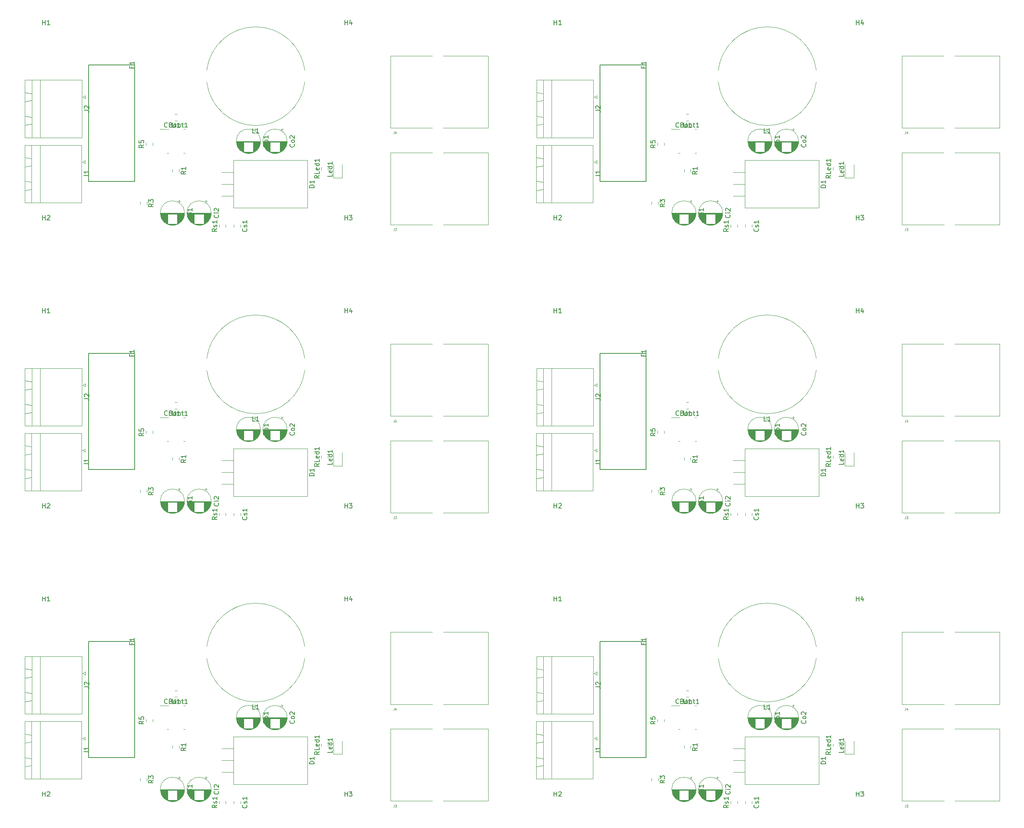
<source format=gbr>
G04 #@! TF.GenerationSoftware,KiCad,Pcbnew,5.1.4*
G04 #@! TF.CreationDate,2019-11-01T23:16:51-03:00*
G04 #@! TF.ProjectId,fonte_18V_panel,666f6e74-655f-4313-9856-5f70616e656c,rev?*
G04 #@! TF.SameCoordinates,Original*
G04 #@! TF.FileFunction,Legend,Top*
G04 #@! TF.FilePolarity,Positive*
%FSLAX46Y46*%
G04 Gerber Fmt 4.6, Leading zero omitted, Abs format (unit mm)*
G04 Created by KiCad (PCBNEW 5.1.4) date 2019-11-01 23:16:51*
%MOMM*%
%LPD*%
G04 APERTURE LIST*
%ADD10C,0.120000*%
%ADD11C,0.150000*%
%ADD12C,0.100000*%
G04 APERTURE END LIST*
D10*
X181895000Y-167386252D02*
X181895000Y-166863748D01*
X183315000Y-167386252D02*
X183315000Y-166863748D01*
X71895000Y-167386252D02*
X71895000Y-166863748D01*
X73315000Y-167386252D02*
X73315000Y-166863748D01*
X181895000Y-105386252D02*
X181895000Y-104863748D01*
X183315000Y-105386252D02*
X183315000Y-104863748D01*
X71895000Y-105386252D02*
X71895000Y-104863748D01*
X73315000Y-105386252D02*
X73315000Y-104863748D01*
X181895000Y-43386252D02*
X181895000Y-42863748D01*
X183315000Y-43386252D02*
X183315000Y-42863748D01*
X219600000Y-172671252D02*
X219600000Y-172148748D01*
X221020000Y-172671252D02*
X221020000Y-172148748D01*
X109600000Y-172671252D02*
X109600000Y-172148748D01*
X111020000Y-172671252D02*
X111020000Y-172148748D01*
X219600000Y-110671252D02*
X219600000Y-110148748D01*
X221020000Y-110671252D02*
X221020000Y-110148748D01*
X109600000Y-110671252D02*
X109600000Y-110148748D01*
X111020000Y-110671252D02*
X111020000Y-110148748D01*
X219600000Y-48671252D02*
X219600000Y-48148748D01*
X221020000Y-48671252D02*
X221020000Y-48148748D01*
X189030000Y-172578748D02*
X189030000Y-173101252D01*
X187610000Y-172578748D02*
X187610000Y-173101252D01*
X79030000Y-172578748D02*
X79030000Y-173101252D01*
X77610000Y-172578748D02*
X77610000Y-173101252D01*
X189030000Y-110578748D02*
X189030000Y-111101252D01*
X187610000Y-110578748D02*
X187610000Y-111101252D01*
X79030000Y-110578748D02*
X79030000Y-111101252D01*
X77610000Y-110578748D02*
X77610000Y-111101252D01*
X189030000Y-48578748D02*
X189030000Y-49101252D01*
X187610000Y-48578748D02*
X187610000Y-49101252D01*
X222180000Y-171530000D02*
X222180000Y-174390000D01*
X222180000Y-174390000D02*
X224100000Y-174390000D01*
X224100000Y-174390000D02*
X224100000Y-171530000D01*
X112180000Y-171530000D02*
X112180000Y-174390000D01*
X112180000Y-174390000D02*
X114100000Y-174390000D01*
X114100000Y-174390000D02*
X114100000Y-171530000D01*
X222180000Y-109530000D02*
X222180000Y-112390000D01*
X222180000Y-112390000D02*
X224100000Y-112390000D01*
X224100000Y-112390000D02*
X224100000Y-109530000D01*
X112180000Y-109530000D02*
X112180000Y-112390000D01*
X112180000Y-112390000D02*
X114100000Y-112390000D01*
X114100000Y-112390000D02*
X114100000Y-109530000D01*
X222180000Y-47530000D02*
X222180000Y-50390000D01*
X222180000Y-50390000D02*
X224100000Y-50390000D01*
X224100000Y-50390000D02*
X224100000Y-47530000D01*
X182045000Y-179563748D02*
X182045000Y-180086252D01*
X180625000Y-179563748D02*
X180625000Y-180086252D01*
X72045000Y-179563748D02*
X72045000Y-180086252D01*
X70625000Y-179563748D02*
X70625000Y-180086252D01*
X182045000Y-117563748D02*
X182045000Y-118086252D01*
X180625000Y-117563748D02*
X180625000Y-118086252D01*
X72045000Y-117563748D02*
X72045000Y-118086252D01*
X70625000Y-117563748D02*
X70625000Y-118086252D01*
X182045000Y-55563748D02*
X182045000Y-56086252D01*
X180625000Y-55563748D02*
X180625000Y-56086252D01*
X245802000Y-163650000D02*
X255441000Y-163652000D01*
X245812000Y-148150000D02*
X255441000Y-148150000D01*
X234482000Y-163650000D02*
X243482000Y-163650000D01*
X234482000Y-148150000D02*
X234482000Y-163650000D01*
X234482000Y-148150000D02*
X243472000Y-148150000D01*
X255432000Y-163650000D02*
X255432000Y-148150000D01*
X135802000Y-163650000D02*
X145441000Y-163652000D01*
X135812000Y-148150000D02*
X145441000Y-148150000D01*
X124482000Y-163650000D02*
X133482000Y-163650000D01*
X124482000Y-148150000D02*
X124482000Y-163650000D01*
X124482000Y-148150000D02*
X133472000Y-148150000D01*
X145432000Y-163650000D02*
X145432000Y-148150000D01*
X245802000Y-101650000D02*
X255441000Y-101652000D01*
X245812000Y-86150000D02*
X255441000Y-86150000D01*
X234482000Y-101650000D02*
X243482000Y-101650000D01*
X234482000Y-86150000D02*
X234482000Y-101650000D01*
X234482000Y-86150000D02*
X243472000Y-86150000D01*
X255432000Y-101650000D02*
X255432000Y-86150000D01*
X135802000Y-101650000D02*
X145441000Y-101652000D01*
X135812000Y-86150000D02*
X145441000Y-86150000D01*
X124482000Y-101650000D02*
X133482000Y-101650000D01*
X124482000Y-86150000D02*
X124482000Y-101650000D01*
X124482000Y-86150000D02*
X133472000Y-86150000D01*
X145432000Y-101650000D02*
X145432000Y-86150000D01*
X245802000Y-39650000D02*
X255441000Y-39652000D01*
X245812000Y-24150000D02*
X255441000Y-24150000D01*
X234482000Y-39650000D02*
X243482000Y-39650000D01*
X234482000Y-24150000D02*
X234482000Y-39650000D01*
X234482000Y-24150000D02*
X243472000Y-24150000D01*
X255432000Y-39650000D02*
X255432000Y-24150000D01*
X168065000Y-153350000D02*
X155845000Y-153350000D01*
X155845000Y-153350000D02*
X155845000Y-165730000D01*
X155845000Y-165730000D02*
X168065000Y-165730000D01*
X168065000Y-165730000D02*
X168065000Y-153350000D01*
X157345000Y-153350000D02*
X159145000Y-153350000D01*
X159145000Y-153350000D02*
X159145000Y-165730000D01*
X159145000Y-165730000D02*
X157345000Y-165730000D01*
X157345000Y-165730000D02*
X157345000Y-153350000D01*
X155845000Y-156000000D02*
X155845000Y-158000000D01*
X155845000Y-158000000D02*
X157345000Y-157750000D01*
X157345000Y-157750000D02*
X157345000Y-156250000D01*
X157345000Y-156250000D02*
X155845000Y-156000000D01*
X155845000Y-161080000D02*
X155845000Y-163080000D01*
X155845000Y-163080000D02*
X157345000Y-162830000D01*
X157345000Y-162830000D02*
X157345000Y-161330000D01*
X157345000Y-161330000D02*
X155845000Y-161080000D01*
X168865000Y-157300000D02*
X168265000Y-157000000D01*
X168265000Y-157000000D02*
X168865000Y-156700000D01*
X168865000Y-156700000D02*
X168865000Y-157300000D01*
X58065000Y-153350000D02*
X45845000Y-153350000D01*
X45845000Y-153350000D02*
X45845000Y-165730000D01*
X45845000Y-165730000D02*
X58065000Y-165730000D01*
X58065000Y-165730000D02*
X58065000Y-153350000D01*
X47345000Y-153350000D02*
X49145000Y-153350000D01*
X49145000Y-153350000D02*
X49145000Y-165730000D01*
X49145000Y-165730000D02*
X47345000Y-165730000D01*
X47345000Y-165730000D02*
X47345000Y-153350000D01*
X45845000Y-156000000D02*
X45845000Y-158000000D01*
X45845000Y-158000000D02*
X47345000Y-157750000D01*
X47345000Y-157750000D02*
X47345000Y-156250000D01*
X47345000Y-156250000D02*
X45845000Y-156000000D01*
X45845000Y-161080000D02*
X45845000Y-163080000D01*
X45845000Y-163080000D02*
X47345000Y-162830000D01*
X47345000Y-162830000D02*
X47345000Y-161330000D01*
X47345000Y-161330000D02*
X45845000Y-161080000D01*
X58865000Y-157300000D02*
X58265000Y-157000000D01*
X58265000Y-157000000D02*
X58865000Y-156700000D01*
X58865000Y-156700000D02*
X58865000Y-157300000D01*
X168065000Y-91350000D02*
X155845000Y-91350000D01*
X155845000Y-91350000D02*
X155845000Y-103730000D01*
X155845000Y-103730000D02*
X168065000Y-103730000D01*
X168065000Y-103730000D02*
X168065000Y-91350000D01*
X157345000Y-91350000D02*
X159145000Y-91350000D01*
X159145000Y-91350000D02*
X159145000Y-103730000D01*
X159145000Y-103730000D02*
X157345000Y-103730000D01*
X157345000Y-103730000D02*
X157345000Y-91350000D01*
X155845000Y-94000000D02*
X155845000Y-96000000D01*
X155845000Y-96000000D02*
X157345000Y-95750000D01*
X157345000Y-95750000D02*
X157345000Y-94250000D01*
X157345000Y-94250000D02*
X155845000Y-94000000D01*
X155845000Y-99080000D02*
X155845000Y-101080000D01*
X155845000Y-101080000D02*
X157345000Y-100830000D01*
X157345000Y-100830000D02*
X157345000Y-99330000D01*
X157345000Y-99330000D02*
X155845000Y-99080000D01*
X168865000Y-95300000D02*
X168265000Y-95000000D01*
X168265000Y-95000000D02*
X168865000Y-94700000D01*
X168865000Y-94700000D02*
X168865000Y-95300000D01*
X58065000Y-91350000D02*
X45845000Y-91350000D01*
X45845000Y-91350000D02*
X45845000Y-103730000D01*
X45845000Y-103730000D02*
X58065000Y-103730000D01*
X58065000Y-103730000D02*
X58065000Y-91350000D01*
X47345000Y-91350000D02*
X49145000Y-91350000D01*
X49145000Y-91350000D02*
X49145000Y-103730000D01*
X49145000Y-103730000D02*
X47345000Y-103730000D01*
X47345000Y-103730000D02*
X47345000Y-91350000D01*
X45845000Y-94000000D02*
X45845000Y-96000000D01*
X45845000Y-96000000D02*
X47345000Y-95750000D01*
X47345000Y-95750000D02*
X47345000Y-94250000D01*
X47345000Y-94250000D02*
X45845000Y-94000000D01*
X45845000Y-99080000D02*
X45845000Y-101080000D01*
X45845000Y-101080000D02*
X47345000Y-100830000D01*
X47345000Y-100830000D02*
X47345000Y-99330000D01*
X47345000Y-99330000D02*
X45845000Y-99080000D01*
X58865000Y-95300000D02*
X58265000Y-95000000D01*
X58265000Y-95000000D02*
X58865000Y-94700000D01*
X58865000Y-94700000D02*
X58865000Y-95300000D01*
X168065000Y-29350000D02*
X155845000Y-29350000D01*
X155845000Y-29350000D02*
X155845000Y-41730000D01*
X155845000Y-41730000D02*
X168065000Y-41730000D01*
X168065000Y-41730000D02*
X168065000Y-29350000D01*
X157345000Y-29350000D02*
X159145000Y-29350000D01*
X159145000Y-29350000D02*
X159145000Y-41730000D01*
X159145000Y-41730000D02*
X157345000Y-41730000D01*
X157345000Y-41730000D02*
X157345000Y-29350000D01*
X155845000Y-32000000D02*
X155845000Y-34000000D01*
X155845000Y-34000000D02*
X157345000Y-33750000D01*
X157345000Y-33750000D02*
X157345000Y-32250000D01*
X157345000Y-32250000D02*
X155845000Y-32000000D01*
X155845000Y-37080000D02*
X155845000Y-39080000D01*
X155845000Y-39080000D02*
X157345000Y-38830000D01*
X157345000Y-38830000D02*
X157345000Y-37330000D01*
X157345000Y-37330000D02*
X155845000Y-37080000D01*
X168865000Y-33300000D02*
X168265000Y-33000000D01*
X168265000Y-33000000D02*
X168865000Y-32700000D01*
X168865000Y-32700000D02*
X168865000Y-33300000D01*
X212240000Y-166520000D02*
G75*
G03X212240000Y-166520000I-2620000J0D01*
G01*
X212200000Y-166520000D02*
X207040000Y-166520000D01*
X212200000Y-166560000D02*
X207040000Y-166560000D01*
X212199000Y-166600000D02*
X207041000Y-166600000D01*
X212198000Y-166640000D02*
X207042000Y-166640000D01*
X212196000Y-166680000D02*
X207044000Y-166680000D01*
X212193000Y-166720000D02*
X207047000Y-166720000D01*
X212189000Y-166760000D02*
X210660000Y-166760000D01*
X208580000Y-166760000D02*
X207051000Y-166760000D01*
X212185000Y-166800000D02*
X210660000Y-166800000D01*
X208580000Y-166800000D02*
X207055000Y-166800000D01*
X212181000Y-166840000D02*
X210660000Y-166840000D01*
X208580000Y-166840000D02*
X207059000Y-166840000D01*
X212176000Y-166880000D02*
X210660000Y-166880000D01*
X208580000Y-166880000D02*
X207064000Y-166880000D01*
X212170000Y-166920000D02*
X210660000Y-166920000D01*
X208580000Y-166920000D02*
X207070000Y-166920000D01*
X212163000Y-166960000D02*
X210660000Y-166960000D01*
X208580000Y-166960000D02*
X207077000Y-166960000D01*
X212156000Y-167000000D02*
X210660000Y-167000000D01*
X208580000Y-167000000D02*
X207084000Y-167000000D01*
X212148000Y-167040000D02*
X210660000Y-167040000D01*
X208580000Y-167040000D02*
X207092000Y-167040000D01*
X212140000Y-167080000D02*
X210660000Y-167080000D01*
X208580000Y-167080000D02*
X207100000Y-167080000D01*
X212131000Y-167120000D02*
X210660000Y-167120000D01*
X208580000Y-167120000D02*
X207109000Y-167120000D01*
X212121000Y-167160000D02*
X210660000Y-167160000D01*
X208580000Y-167160000D02*
X207119000Y-167160000D01*
X212111000Y-167200000D02*
X210660000Y-167200000D01*
X208580000Y-167200000D02*
X207129000Y-167200000D01*
X212100000Y-167241000D02*
X210660000Y-167241000D01*
X208580000Y-167241000D02*
X207140000Y-167241000D01*
X212088000Y-167281000D02*
X210660000Y-167281000D01*
X208580000Y-167281000D02*
X207152000Y-167281000D01*
X212075000Y-167321000D02*
X210660000Y-167321000D01*
X208580000Y-167321000D02*
X207165000Y-167321000D01*
X212062000Y-167361000D02*
X210660000Y-167361000D01*
X208580000Y-167361000D02*
X207178000Y-167361000D01*
X212048000Y-167401000D02*
X210660000Y-167401000D01*
X208580000Y-167401000D02*
X207192000Y-167401000D01*
X212034000Y-167441000D02*
X210660000Y-167441000D01*
X208580000Y-167441000D02*
X207206000Y-167441000D01*
X212018000Y-167481000D02*
X210660000Y-167481000D01*
X208580000Y-167481000D02*
X207222000Y-167481000D01*
X212002000Y-167521000D02*
X210660000Y-167521000D01*
X208580000Y-167521000D02*
X207238000Y-167521000D01*
X211985000Y-167561000D02*
X210660000Y-167561000D01*
X208580000Y-167561000D02*
X207255000Y-167561000D01*
X211968000Y-167601000D02*
X210660000Y-167601000D01*
X208580000Y-167601000D02*
X207272000Y-167601000D01*
X211949000Y-167641000D02*
X210660000Y-167641000D01*
X208580000Y-167641000D02*
X207291000Y-167641000D01*
X211930000Y-167681000D02*
X210660000Y-167681000D01*
X208580000Y-167681000D02*
X207310000Y-167681000D01*
X211910000Y-167721000D02*
X210660000Y-167721000D01*
X208580000Y-167721000D02*
X207330000Y-167721000D01*
X211888000Y-167761000D02*
X210660000Y-167761000D01*
X208580000Y-167761000D02*
X207352000Y-167761000D01*
X211867000Y-167801000D02*
X210660000Y-167801000D01*
X208580000Y-167801000D02*
X207373000Y-167801000D01*
X211844000Y-167841000D02*
X210660000Y-167841000D01*
X208580000Y-167841000D02*
X207396000Y-167841000D01*
X211820000Y-167881000D02*
X210660000Y-167881000D01*
X208580000Y-167881000D02*
X207420000Y-167881000D01*
X211795000Y-167921000D02*
X210660000Y-167921000D01*
X208580000Y-167921000D02*
X207445000Y-167921000D01*
X211769000Y-167961000D02*
X210660000Y-167961000D01*
X208580000Y-167961000D02*
X207471000Y-167961000D01*
X211742000Y-168001000D02*
X210660000Y-168001000D01*
X208580000Y-168001000D02*
X207498000Y-168001000D01*
X211715000Y-168041000D02*
X210660000Y-168041000D01*
X208580000Y-168041000D02*
X207525000Y-168041000D01*
X211685000Y-168081000D02*
X210660000Y-168081000D01*
X208580000Y-168081000D02*
X207555000Y-168081000D01*
X211655000Y-168121000D02*
X210660000Y-168121000D01*
X208580000Y-168121000D02*
X207585000Y-168121000D01*
X211624000Y-168161000D02*
X210660000Y-168161000D01*
X208580000Y-168161000D02*
X207616000Y-168161000D01*
X211591000Y-168201000D02*
X210660000Y-168201000D01*
X208580000Y-168201000D02*
X207649000Y-168201000D01*
X211557000Y-168241000D02*
X210660000Y-168241000D01*
X208580000Y-168241000D02*
X207683000Y-168241000D01*
X211521000Y-168281000D02*
X210660000Y-168281000D01*
X208580000Y-168281000D02*
X207719000Y-168281000D01*
X211484000Y-168321000D02*
X210660000Y-168321000D01*
X208580000Y-168321000D02*
X207756000Y-168321000D01*
X211446000Y-168361000D02*
X210660000Y-168361000D01*
X208580000Y-168361000D02*
X207794000Y-168361000D01*
X211405000Y-168401000D02*
X210660000Y-168401000D01*
X208580000Y-168401000D02*
X207835000Y-168401000D01*
X211363000Y-168441000D02*
X210660000Y-168441000D01*
X208580000Y-168441000D02*
X207877000Y-168441000D01*
X211319000Y-168481000D02*
X210660000Y-168481000D01*
X208580000Y-168481000D02*
X207921000Y-168481000D01*
X211273000Y-168521000D02*
X210660000Y-168521000D01*
X208580000Y-168521000D02*
X207967000Y-168521000D01*
X211225000Y-168561000D02*
X210660000Y-168561000D01*
X208580000Y-168561000D02*
X208015000Y-168561000D01*
X211174000Y-168601000D02*
X210660000Y-168601000D01*
X208580000Y-168601000D02*
X208066000Y-168601000D01*
X211120000Y-168641000D02*
X210660000Y-168641000D01*
X208580000Y-168641000D02*
X208120000Y-168641000D01*
X211063000Y-168681000D02*
X210660000Y-168681000D01*
X208580000Y-168681000D02*
X208177000Y-168681000D01*
X211003000Y-168721000D02*
X210660000Y-168721000D01*
X208580000Y-168721000D02*
X208237000Y-168721000D01*
X210939000Y-168761000D02*
X210660000Y-168761000D01*
X208580000Y-168761000D02*
X208301000Y-168761000D01*
X210871000Y-168801000D02*
X210660000Y-168801000D01*
X208580000Y-168801000D02*
X208369000Y-168801000D01*
X210798000Y-168841000D02*
X208442000Y-168841000D01*
X210718000Y-168881000D02*
X208522000Y-168881000D01*
X210631000Y-168921000D02*
X208609000Y-168921000D01*
X210535000Y-168961000D02*
X208705000Y-168961000D01*
X210425000Y-169001000D02*
X208815000Y-169001000D01*
X210297000Y-169041000D02*
X208943000Y-169041000D01*
X210138000Y-169081000D02*
X209102000Y-169081000D01*
X209904000Y-169121000D02*
X209336000Y-169121000D01*
X211095000Y-163715225D02*
X211095000Y-164215225D01*
X211345000Y-163965225D02*
X210845000Y-163965225D01*
X102240000Y-166520000D02*
G75*
G03X102240000Y-166520000I-2620000J0D01*
G01*
X102200000Y-166520000D02*
X97040000Y-166520000D01*
X102200000Y-166560000D02*
X97040000Y-166560000D01*
X102199000Y-166600000D02*
X97041000Y-166600000D01*
X102198000Y-166640000D02*
X97042000Y-166640000D01*
X102196000Y-166680000D02*
X97044000Y-166680000D01*
X102193000Y-166720000D02*
X97047000Y-166720000D01*
X102189000Y-166760000D02*
X100660000Y-166760000D01*
X98580000Y-166760000D02*
X97051000Y-166760000D01*
X102185000Y-166800000D02*
X100660000Y-166800000D01*
X98580000Y-166800000D02*
X97055000Y-166800000D01*
X102181000Y-166840000D02*
X100660000Y-166840000D01*
X98580000Y-166840000D02*
X97059000Y-166840000D01*
X102176000Y-166880000D02*
X100660000Y-166880000D01*
X98580000Y-166880000D02*
X97064000Y-166880000D01*
X102170000Y-166920000D02*
X100660000Y-166920000D01*
X98580000Y-166920000D02*
X97070000Y-166920000D01*
X102163000Y-166960000D02*
X100660000Y-166960000D01*
X98580000Y-166960000D02*
X97077000Y-166960000D01*
X102156000Y-167000000D02*
X100660000Y-167000000D01*
X98580000Y-167000000D02*
X97084000Y-167000000D01*
X102148000Y-167040000D02*
X100660000Y-167040000D01*
X98580000Y-167040000D02*
X97092000Y-167040000D01*
X102140000Y-167080000D02*
X100660000Y-167080000D01*
X98580000Y-167080000D02*
X97100000Y-167080000D01*
X102131000Y-167120000D02*
X100660000Y-167120000D01*
X98580000Y-167120000D02*
X97109000Y-167120000D01*
X102121000Y-167160000D02*
X100660000Y-167160000D01*
X98580000Y-167160000D02*
X97119000Y-167160000D01*
X102111000Y-167200000D02*
X100660000Y-167200000D01*
X98580000Y-167200000D02*
X97129000Y-167200000D01*
X102100000Y-167241000D02*
X100660000Y-167241000D01*
X98580000Y-167241000D02*
X97140000Y-167241000D01*
X102088000Y-167281000D02*
X100660000Y-167281000D01*
X98580000Y-167281000D02*
X97152000Y-167281000D01*
X102075000Y-167321000D02*
X100660000Y-167321000D01*
X98580000Y-167321000D02*
X97165000Y-167321000D01*
X102062000Y-167361000D02*
X100660000Y-167361000D01*
X98580000Y-167361000D02*
X97178000Y-167361000D01*
X102048000Y-167401000D02*
X100660000Y-167401000D01*
X98580000Y-167401000D02*
X97192000Y-167401000D01*
X102034000Y-167441000D02*
X100660000Y-167441000D01*
X98580000Y-167441000D02*
X97206000Y-167441000D01*
X102018000Y-167481000D02*
X100660000Y-167481000D01*
X98580000Y-167481000D02*
X97222000Y-167481000D01*
X102002000Y-167521000D02*
X100660000Y-167521000D01*
X98580000Y-167521000D02*
X97238000Y-167521000D01*
X101985000Y-167561000D02*
X100660000Y-167561000D01*
X98580000Y-167561000D02*
X97255000Y-167561000D01*
X101968000Y-167601000D02*
X100660000Y-167601000D01*
X98580000Y-167601000D02*
X97272000Y-167601000D01*
X101949000Y-167641000D02*
X100660000Y-167641000D01*
X98580000Y-167641000D02*
X97291000Y-167641000D01*
X101930000Y-167681000D02*
X100660000Y-167681000D01*
X98580000Y-167681000D02*
X97310000Y-167681000D01*
X101910000Y-167721000D02*
X100660000Y-167721000D01*
X98580000Y-167721000D02*
X97330000Y-167721000D01*
X101888000Y-167761000D02*
X100660000Y-167761000D01*
X98580000Y-167761000D02*
X97352000Y-167761000D01*
X101867000Y-167801000D02*
X100660000Y-167801000D01*
X98580000Y-167801000D02*
X97373000Y-167801000D01*
X101844000Y-167841000D02*
X100660000Y-167841000D01*
X98580000Y-167841000D02*
X97396000Y-167841000D01*
X101820000Y-167881000D02*
X100660000Y-167881000D01*
X98580000Y-167881000D02*
X97420000Y-167881000D01*
X101795000Y-167921000D02*
X100660000Y-167921000D01*
X98580000Y-167921000D02*
X97445000Y-167921000D01*
X101769000Y-167961000D02*
X100660000Y-167961000D01*
X98580000Y-167961000D02*
X97471000Y-167961000D01*
X101742000Y-168001000D02*
X100660000Y-168001000D01*
X98580000Y-168001000D02*
X97498000Y-168001000D01*
X101715000Y-168041000D02*
X100660000Y-168041000D01*
X98580000Y-168041000D02*
X97525000Y-168041000D01*
X101685000Y-168081000D02*
X100660000Y-168081000D01*
X98580000Y-168081000D02*
X97555000Y-168081000D01*
X101655000Y-168121000D02*
X100660000Y-168121000D01*
X98580000Y-168121000D02*
X97585000Y-168121000D01*
X101624000Y-168161000D02*
X100660000Y-168161000D01*
X98580000Y-168161000D02*
X97616000Y-168161000D01*
X101591000Y-168201000D02*
X100660000Y-168201000D01*
X98580000Y-168201000D02*
X97649000Y-168201000D01*
X101557000Y-168241000D02*
X100660000Y-168241000D01*
X98580000Y-168241000D02*
X97683000Y-168241000D01*
X101521000Y-168281000D02*
X100660000Y-168281000D01*
X98580000Y-168281000D02*
X97719000Y-168281000D01*
X101484000Y-168321000D02*
X100660000Y-168321000D01*
X98580000Y-168321000D02*
X97756000Y-168321000D01*
X101446000Y-168361000D02*
X100660000Y-168361000D01*
X98580000Y-168361000D02*
X97794000Y-168361000D01*
X101405000Y-168401000D02*
X100660000Y-168401000D01*
X98580000Y-168401000D02*
X97835000Y-168401000D01*
X101363000Y-168441000D02*
X100660000Y-168441000D01*
X98580000Y-168441000D02*
X97877000Y-168441000D01*
X101319000Y-168481000D02*
X100660000Y-168481000D01*
X98580000Y-168481000D02*
X97921000Y-168481000D01*
X101273000Y-168521000D02*
X100660000Y-168521000D01*
X98580000Y-168521000D02*
X97967000Y-168521000D01*
X101225000Y-168561000D02*
X100660000Y-168561000D01*
X98580000Y-168561000D02*
X98015000Y-168561000D01*
X101174000Y-168601000D02*
X100660000Y-168601000D01*
X98580000Y-168601000D02*
X98066000Y-168601000D01*
X101120000Y-168641000D02*
X100660000Y-168641000D01*
X98580000Y-168641000D02*
X98120000Y-168641000D01*
X101063000Y-168681000D02*
X100660000Y-168681000D01*
X98580000Y-168681000D02*
X98177000Y-168681000D01*
X101003000Y-168721000D02*
X100660000Y-168721000D01*
X98580000Y-168721000D02*
X98237000Y-168721000D01*
X100939000Y-168761000D02*
X100660000Y-168761000D01*
X98580000Y-168761000D02*
X98301000Y-168761000D01*
X100871000Y-168801000D02*
X100660000Y-168801000D01*
X98580000Y-168801000D02*
X98369000Y-168801000D01*
X100798000Y-168841000D02*
X98442000Y-168841000D01*
X100718000Y-168881000D02*
X98522000Y-168881000D01*
X100631000Y-168921000D02*
X98609000Y-168921000D01*
X100535000Y-168961000D02*
X98705000Y-168961000D01*
X100425000Y-169001000D02*
X98815000Y-169001000D01*
X100297000Y-169041000D02*
X98943000Y-169041000D01*
X100138000Y-169081000D02*
X99102000Y-169081000D01*
X99904000Y-169121000D02*
X99336000Y-169121000D01*
X101095000Y-163715225D02*
X101095000Y-164215225D01*
X101345000Y-163965225D02*
X100845000Y-163965225D01*
X212240000Y-104520000D02*
G75*
G03X212240000Y-104520000I-2620000J0D01*
G01*
X212200000Y-104520000D02*
X207040000Y-104520000D01*
X212200000Y-104560000D02*
X207040000Y-104560000D01*
X212199000Y-104600000D02*
X207041000Y-104600000D01*
X212198000Y-104640000D02*
X207042000Y-104640000D01*
X212196000Y-104680000D02*
X207044000Y-104680000D01*
X212193000Y-104720000D02*
X207047000Y-104720000D01*
X212189000Y-104760000D02*
X210660000Y-104760000D01*
X208580000Y-104760000D02*
X207051000Y-104760000D01*
X212185000Y-104800000D02*
X210660000Y-104800000D01*
X208580000Y-104800000D02*
X207055000Y-104800000D01*
X212181000Y-104840000D02*
X210660000Y-104840000D01*
X208580000Y-104840000D02*
X207059000Y-104840000D01*
X212176000Y-104880000D02*
X210660000Y-104880000D01*
X208580000Y-104880000D02*
X207064000Y-104880000D01*
X212170000Y-104920000D02*
X210660000Y-104920000D01*
X208580000Y-104920000D02*
X207070000Y-104920000D01*
X212163000Y-104960000D02*
X210660000Y-104960000D01*
X208580000Y-104960000D02*
X207077000Y-104960000D01*
X212156000Y-105000000D02*
X210660000Y-105000000D01*
X208580000Y-105000000D02*
X207084000Y-105000000D01*
X212148000Y-105040000D02*
X210660000Y-105040000D01*
X208580000Y-105040000D02*
X207092000Y-105040000D01*
X212140000Y-105080000D02*
X210660000Y-105080000D01*
X208580000Y-105080000D02*
X207100000Y-105080000D01*
X212131000Y-105120000D02*
X210660000Y-105120000D01*
X208580000Y-105120000D02*
X207109000Y-105120000D01*
X212121000Y-105160000D02*
X210660000Y-105160000D01*
X208580000Y-105160000D02*
X207119000Y-105160000D01*
X212111000Y-105200000D02*
X210660000Y-105200000D01*
X208580000Y-105200000D02*
X207129000Y-105200000D01*
X212100000Y-105241000D02*
X210660000Y-105241000D01*
X208580000Y-105241000D02*
X207140000Y-105241000D01*
X212088000Y-105281000D02*
X210660000Y-105281000D01*
X208580000Y-105281000D02*
X207152000Y-105281000D01*
X212075000Y-105321000D02*
X210660000Y-105321000D01*
X208580000Y-105321000D02*
X207165000Y-105321000D01*
X212062000Y-105361000D02*
X210660000Y-105361000D01*
X208580000Y-105361000D02*
X207178000Y-105361000D01*
X212048000Y-105401000D02*
X210660000Y-105401000D01*
X208580000Y-105401000D02*
X207192000Y-105401000D01*
X212034000Y-105441000D02*
X210660000Y-105441000D01*
X208580000Y-105441000D02*
X207206000Y-105441000D01*
X212018000Y-105481000D02*
X210660000Y-105481000D01*
X208580000Y-105481000D02*
X207222000Y-105481000D01*
X212002000Y-105521000D02*
X210660000Y-105521000D01*
X208580000Y-105521000D02*
X207238000Y-105521000D01*
X211985000Y-105561000D02*
X210660000Y-105561000D01*
X208580000Y-105561000D02*
X207255000Y-105561000D01*
X211968000Y-105601000D02*
X210660000Y-105601000D01*
X208580000Y-105601000D02*
X207272000Y-105601000D01*
X211949000Y-105641000D02*
X210660000Y-105641000D01*
X208580000Y-105641000D02*
X207291000Y-105641000D01*
X211930000Y-105681000D02*
X210660000Y-105681000D01*
X208580000Y-105681000D02*
X207310000Y-105681000D01*
X211910000Y-105721000D02*
X210660000Y-105721000D01*
X208580000Y-105721000D02*
X207330000Y-105721000D01*
X211888000Y-105761000D02*
X210660000Y-105761000D01*
X208580000Y-105761000D02*
X207352000Y-105761000D01*
X211867000Y-105801000D02*
X210660000Y-105801000D01*
X208580000Y-105801000D02*
X207373000Y-105801000D01*
X211844000Y-105841000D02*
X210660000Y-105841000D01*
X208580000Y-105841000D02*
X207396000Y-105841000D01*
X211820000Y-105881000D02*
X210660000Y-105881000D01*
X208580000Y-105881000D02*
X207420000Y-105881000D01*
X211795000Y-105921000D02*
X210660000Y-105921000D01*
X208580000Y-105921000D02*
X207445000Y-105921000D01*
X211769000Y-105961000D02*
X210660000Y-105961000D01*
X208580000Y-105961000D02*
X207471000Y-105961000D01*
X211742000Y-106001000D02*
X210660000Y-106001000D01*
X208580000Y-106001000D02*
X207498000Y-106001000D01*
X211715000Y-106041000D02*
X210660000Y-106041000D01*
X208580000Y-106041000D02*
X207525000Y-106041000D01*
X211685000Y-106081000D02*
X210660000Y-106081000D01*
X208580000Y-106081000D02*
X207555000Y-106081000D01*
X211655000Y-106121000D02*
X210660000Y-106121000D01*
X208580000Y-106121000D02*
X207585000Y-106121000D01*
X211624000Y-106161000D02*
X210660000Y-106161000D01*
X208580000Y-106161000D02*
X207616000Y-106161000D01*
X211591000Y-106201000D02*
X210660000Y-106201000D01*
X208580000Y-106201000D02*
X207649000Y-106201000D01*
X211557000Y-106241000D02*
X210660000Y-106241000D01*
X208580000Y-106241000D02*
X207683000Y-106241000D01*
X211521000Y-106281000D02*
X210660000Y-106281000D01*
X208580000Y-106281000D02*
X207719000Y-106281000D01*
X211484000Y-106321000D02*
X210660000Y-106321000D01*
X208580000Y-106321000D02*
X207756000Y-106321000D01*
X211446000Y-106361000D02*
X210660000Y-106361000D01*
X208580000Y-106361000D02*
X207794000Y-106361000D01*
X211405000Y-106401000D02*
X210660000Y-106401000D01*
X208580000Y-106401000D02*
X207835000Y-106401000D01*
X211363000Y-106441000D02*
X210660000Y-106441000D01*
X208580000Y-106441000D02*
X207877000Y-106441000D01*
X211319000Y-106481000D02*
X210660000Y-106481000D01*
X208580000Y-106481000D02*
X207921000Y-106481000D01*
X211273000Y-106521000D02*
X210660000Y-106521000D01*
X208580000Y-106521000D02*
X207967000Y-106521000D01*
X211225000Y-106561000D02*
X210660000Y-106561000D01*
X208580000Y-106561000D02*
X208015000Y-106561000D01*
X211174000Y-106601000D02*
X210660000Y-106601000D01*
X208580000Y-106601000D02*
X208066000Y-106601000D01*
X211120000Y-106641000D02*
X210660000Y-106641000D01*
X208580000Y-106641000D02*
X208120000Y-106641000D01*
X211063000Y-106681000D02*
X210660000Y-106681000D01*
X208580000Y-106681000D02*
X208177000Y-106681000D01*
X211003000Y-106721000D02*
X210660000Y-106721000D01*
X208580000Y-106721000D02*
X208237000Y-106721000D01*
X210939000Y-106761000D02*
X210660000Y-106761000D01*
X208580000Y-106761000D02*
X208301000Y-106761000D01*
X210871000Y-106801000D02*
X210660000Y-106801000D01*
X208580000Y-106801000D02*
X208369000Y-106801000D01*
X210798000Y-106841000D02*
X208442000Y-106841000D01*
X210718000Y-106881000D02*
X208522000Y-106881000D01*
X210631000Y-106921000D02*
X208609000Y-106921000D01*
X210535000Y-106961000D02*
X208705000Y-106961000D01*
X210425000Y-107001000D02*
X208815000Y-107001000D01*
X210297000Y-107041000D02*
X208943000Y-107041000D01*
X210138000Y-107081000D02*
X209102000Y-107081000D01*
X209904000Y-107121000D02*
X209336000Y-107121000D01*
X211095000Y-101715225D02*
X211095000Y-102215225D01*
X211345000Y-101965225D02*
X210845000Y-101965225D01*
X102240000Y-104520000D02*
G75*
G03X102240000Y-104520000I-2620000J0D01*
G01*
X102200000Y-104520000D02*
X97040000Y-104520000D01*
X102200000Y-104560000D02*
X97040000Y-104560000D01*
X102199000Y-104600000D02*
X97041000Y-104600000D01*
X102198000Y-104640000D02*
X97042000Y-104640000D01*
X102196000Y-104680000D02*
X97044000Y-104680000D01*
X102193000Y-104720000D02*
X97047000Y-104720000D01*
X102189000Y-104760000D02*
X100660000Y-104760000D01*
X98580000Y-104760000D02*
X97051000Y-104760000D01*
X102185000Y-104800000D02*
X100660000Y-104800000D01*
X98580000Y-104800000D02*
X97055000Y-104800000D01*
X102181000Y-104840000D02*
X100660000Y-104840000D01*
X98580000Y-104840000D02*
X97059000Y-104840000D01*
X102176000Y-104880000D02*
X100660000Y-104880000D01*
X98580000Y-104880000D02*
X97064000Y-104880000D01*
X102170000Y-104920000D02*
X100660000Y-104920000D01*
X98580000Y-104920000D02*
X97070000Y-104920000D01*
X102163000Y-104960000D02*
X100660000Y-104960000D01*
X98580000Y-104960000D02*
X97077000Y-104960000D01*
X102156000Y-105000000D02*
X100660000Y-105000000D01*
X98580000Y-105000000D02*
X97084000Y-105000000D01*
X102148000Y-105040000D02*
X100660000Y-105040000D01*
X98580000Y-105040000D02*
X97092000Y-105040000D01*
X102140000Y-105080000D02*
X100660000Y-105080000D01*
X98580000Y-105080000D02*
X97100000Y-105080000D01*
X102131000Y-105120000D02*
X100660000Y-105120000D01*
X98580000Y-105120000D02*
X97109000Y-105120000D01*
X102121000Y-105160000D02*
X100660000Y-105160000D01*
X98580000Y-105160000D02*
X97119000Y-105160000D01*
X102111000Y-105200000D02*
X100660000Y-105200000D01*
X98580000Y-105200000D02*
X97129000Y-105200000D01*
X102100000Y-105241000D02*
X100660000Y-105241000D01*
X98580000Y-105241000D02*
X97140000Y-105241000D01*
X102088000Y-105281000D02*
X100660000Y-105281000D01*
X98580000Y-105281000D02*
X97152000Y-105281000D01*
X102075000Y-105321000D02*
X100660000Y-105321000D01*
X98580000Y-105321000D02*
X97165000Y-105321000D01*
X102062000Y-105361000D02*
X100660000Y-105361000D01*
X98580000Y-105361000D02*
X97178000Y-105361000D01*
X102048000Y-105401000D02*
X100660000Y-105401000D01*
X98580000Y-105401000D02*
X97192000Y-105401000D01*
X102034000Y-105441000D02*
X100660000Y-105441000D01*
X98580000Y-105441000D02*
X97206000Y-105441000D01*
X102018000Y-105481000D02*
X100660000Y-105481000D01*
X98580000Y-105481000D02*
X97222000Y-105481000D01*
X102002000Y-105521000D02*
X100660000Y-105521000D01*
X98580000Y-105521000D02*
X97238000Y-105521000D01*
X101985000Y-105561000D02*
X100660000Y-105561000D01*
X98580000Y-105561000D02*
X97255000Y-105561000D01*
X101968000Y-105601000D02*
X100660000Y-105601000D01*
X98580000Y-105601000D02*
X97272000Y-105601000D01*
X101949000Y-105641000D02*
X100660000Y-105641000D01*
X98580000Y-105641000D02*
X97291000Y-105641000D01*
X101930000Y-105681000D02*
X100660000Y-105681000D01*
X98580000Y-105681000D02*
X97310000Y-105681000D01*
X101910000Y-105721000D02*
X100660000Y-105721000D01*
X98580000Y-105721000D02*
X97330000Y-105721000D01*
X101888000Y-105761000D02*
X100660000Y-105761000D01*
X98580000Y-105761000D02*
X97352000Y-105761000D01*
X101867000Y-105801000D02*
X100660000Y-105801000D01*
X98580000Y-105801000D02*
X97373000Y-105801000D01*
X101844000Y-105841000D02*
X100660000Y-105841000D01*
X98580000Y-105841000D02*
X97396000Y-105841000D01*
X101820000Y-105881000D02*
X100660000Y-105881000D01*
X98580000Y-105881000D02*
X97420000Y-105881000D01*
X101795000Y-105921000D02*
X100660000Y-105921000D01*
X98580000Y-105921000D02*
X97445000Y-105921000D01*
X101769000Y-105961000D02*
X100660000Y-105961000D01*
X98580000Y-105961000D02*
X97471000Y-105961000D01*
X101742000Y-106001000D02*
X100660000Y-106001000D01*
X98580000Y-106001000D02*
X97498000Y-106001000D01*
X101715000Y-106041000D02*
X100660000Y-106041000D01*
X98580000Y-106041000D02*
X97525000Y-106041000D01*
X101685000Y-106081000D02*
X100660000Y-106081000D01*
X98580000Y-106081000D02*
X97555000Y-106081000D01*
X101655000Y-106121000D02*
X100660000Y-106121000D01*
X98580000Y-106121000D02*
X97585000Y-106121000D01*
X101624000Y-106161000D02*
X100660000Y-106161000D01*
X98580000Y-106161000D02*
X97616000Y-106161000D01*
X101591000Y-106201000D02*
X100660000Y-106201000D01*
X98580000Y-106201000D02*
X97649000Y-106201000D01*
X101557000Y-106241000D02*
X100660000Y-106241000D01*
X98580000Y-106241000D02*
X97683000Y-106241000D01*
X101521000Y-106281000D02*
X100660000Y-106281000D01*
X98580000Y-106281000D02*
X97719000Y-106281000D01*
X101484000Y-106321000D02*
X100660000Y-106321000D01*
X98580000Y-106321000D02*
X97756000Y-106321000D01*
X101446000Y-106361000D02*
X100660000Y-106361000D01*
X98580000Y-106361000D02*
X97794000Y-106361000D01*
X101405000Y-106401000D02*
X100660000Y-106401000D01*
X98580000Y-106401000D02*
X97835000Y-106401000D01*
X101363000Y-106441000D02*
X100660000Y-106441000D01*
X98580000Y-106441000D02*
X97877000Y-106441000D01*
X101319000Y-106481000D02*
X100660000Y-106481000D01*
X98580000Y-106481000D02*
X97921000Y-106481000D01*
X101273000Y-106521000D02*
X100660000Y-106521000D01*
X98580000Y-106521000D02*
X97967000Y-106521000D01*
X101225000Y-106561000D02*
X100660000Y-106561000D01*
X98580000Y-106561000D02*
X98015000Y-106561000D01*
X101174000Y-106601000D02*
X100660000Y-106601000D01*
X98580000Y-106601000D02*
X98066000Y-106601000D01*
X101120000Y-106641000D02*
X100660000Y-106641000D01*
X98580000Y-106641000D02*
X98120000Y-106641000D01*
X101063000Y-106681000D02*
X100660000Y-106681000D01*
X98580000Y-106681000D02*
X98177000Y-106681000D01*
X101003000Y-106721000D02*
X100660000Y-106721000D01*
X98580000Y-106721000D02*
X98237000Y-106721000D01*
X100939000Y-106761000D02*
X100660000Y-106761000D01*
X98580000Y-106761000D02*
X98301000Y-106761000D01*
X100871000Y-106801000D02*
X100660000Y-106801000D01*
X98580000Y-106801000D02*
X98369000Y-106801000D01*
X100798000Y-106841000D02*
X98442000Y-106841000D01*
X100718000Y-106881000D02*
X98522000Y-106881000D01*
X100631000Y-106921000D02*
X98609000Y-106921000D01*
X100535000Y-106961000D02*
X98705000Y-106961000D01*
X100425000Y-107001000D02*
X98815000Y-107001000D01*
X100297000Y-107041000D02*
X98943000Y-107041000D01*
X100138000Y-107081000D02*
X99102000Y-107081000D01*
X99904000Y-107121000D02*
X99336000Y-107121000D01*
X101095000Y-101715225D02*
X101095000Y-102215225D01*
X101345000Y-101965225D02*
X100845000Y-101965225D01*
X212240000Y-42520000D02*
G75*
G03X212240000Y-42520000I-2620000J0D01*
G01*
X212200000Y-42520000D02*
X207040000Y-42520000D01*
X212200000Y-42560000D02*
X207040000Y-42560000D01*
X212199000Y-42600000D02*
X207041000Y-42600000D01*
X212198000Y-42640000D02*
X207042000Y-42640000D01*
X212196000Y-42680000D02*
X207044000Y-42680000D01*
X212193000Y-42720000D02*
X207047000Y-42720000D01*
X212189000Y-42760000D02*
X210660000Y-42760000D01*
X208580000Y-42760000D02*
X207051000Y-42760000D01*
X212185000Y-42800000D02*
X210660000Y-42800000D01*
X208580000Y-42800000D02*
X207055000Y-42800000D01*
X212181000Y-42840000D02*
X210660000Y-42840000D01*
X208580000Y-42840000D02*
X207059000Y-42840000D01*
X212176000Y-42880000D02*
X210660000Y-42880000D01*
X208580000Y-42880000D02*
X207064000Y-42880000D01*
X212170000Y-42920000D02*
X210660000Y-42920000D01*
X208580000Y-42920000D02*
X207070000Y-42920000D01*
X212163000Y-42960000D02*
X210660000Y-42960000D01*
X208580000Y-42960000D02*
X207077000Y-42960000D01*
X212156000Y-43000000D02*
X210660000Y-43000000D01*
X208580000Y-43000000D02*
X207084000Y-43000000D01*
X212148000Y-43040000D02*
X210660000Y-43040000D01*
X208580000Y-43040000D02*
X207092000Y-43040000D01*
X212140000Y-43080000D02*
X210660000Y-43080000D01*
X208580000Y-43080000D02*
X207100000Y-43080000D01*
X212131000Y-43120000D02*
X210660000Y-43120000D01*
X208580000Y-43120000D02*
X207109000Y-43120000D01*
X212121000Y-43160000D02*
X210660000Y-43160000D01*
X208580000Y-43160000D02*
X207119000Y-43160000D01*
X212111000Y-43200000D02*
X210660000Y-43200000D01*
X208580000Y-43200000D02*
X207129000Y-43200000D01*
X212100000Y-43241000D02*
X210660000Y-43241000D01*
X208580000Y-43241000D02*
X207140000Y-43241000D01*
X212088000Y-43281000D02*
X210660000Y-43281000D01*
X208580000Y-43281000D02*
X207152000Y-43281000D01*
X212075000Y-43321000D02*
X210660000Y-43321000D01*
X208580000Y-43321000D02*
X207165000Y-43321000D01*
X212062000Y-43361000D02*
X210660000Y-43361000D01*
X208580000Y-43361000D02*
X207178000Y-43361000D01*
X212048000Y-43401000D02*
X210660000Y-43401000D01*
X208580000Y-43401000D02*
X207192000Y-43401000D01*
X212034000Y-43441000D02*
X210660000Y-43441000D01*
X208580000Y-43441000D02*
X207206000Y-43441000D01*
X212018000Y-43481000D02*
X210660000Y-43481000D01*
X208580000Y-43481000D02*
X207222000Y-43481000D01*
X212002000Y-43521000D02*
X210660000Y-43521000D01*
X208580000Y-43521000D02*
X207238000Y-43521000D01*
X211985000Y-43561000D02*
X210660000Y-43561000D01*
X208580000Y-43561000D02*
X207255000Y-43561000D01*
X211968000Y-43601000D02*
X210660000Y-43601000D01*
X208580000Y-43601000D02*
X207272000Y-43601000D01*
X211949000Y-43641000D02*
X210660000Y-43641000D01*
X208580000Y-43641000D02*
X207291000Y-43641000D01*
X211930000Y-43681000D02*
X210660000Y-43681000D01*
X208580000Y-43681000D02*
X207310000Y-43681000D01*
X211910000Y-43721000D02*
X210660000Y-43721000D01*
X208580000Y-43721000D02*
X207330000Y-43721000D01*
X211888000Y-43761000D02*
X210660000Y-43761000D01*
X208580000Y-43761000D02*
X207352000Y-43761000D01*
X211867000Y-43801000D02*
X210660000Y-43801000D01*
X208580000Y-43801000D02*
X207373000Y-43801000D01*
X211844000Y-43841000D02*
X210660000Y-43841000D01*
X208580000Y-43841000D02*
X207396000Y-43841000D01*
X211820000Y-43881000D02*
X210660000Y-43881000D01*
X208580000Y-43881000D02*
X207420000Y-43881000D01*
X211795000Y-43921000D02*
X210660000Y-43921000D01*
X208580000Y-43921000D02*
X207445000Y-43921000D01*
X211769000Y-43961000D02*
X210660000Y-43961000D01*
X208580000Y-43961000D02*
X207471000Y-43961000D01*
X211742000Y-44001000D02*
X210660000Y-44001000D01*
X208580000Y-44001000D02*
X207498000Y-44001000D01*
X211715000Y-44041000D02*
X210660000Y-44041000D01*
X208580000Y-44041000D02*
X207525000Y-44041000D01*
X211685000Y-44081000D02*
X210660000Y-44081000D01*
X208580000Y-44081000D02*
X207555000Y-44081000D01*
X211655000Y-44121000D02*
X210660000Y-44121000D01*
X208580000Y-44121000D02*
X207585000Y-44121000D01*
X211624000Y-44161000D02*
X210660000Y-44161000D01*
X208580000Y-44161000D02*
X207616000Y-44161000D01*
X211591000Y-44201000D02*
X210660000Y-44201000D01*
X208580000Y-44201000D02*
X207649000Y-44201000D01*
X211557000Y-44241000D02*
X210660000Y-44241000D01*
X208580000Y-44241000D02*
X207683000Y-44241000D01*
X211521000Y-44281000D02*
X210660000Y-44281000D01*
X208580000Y-44281000D02*
X207719000Y-44281000D01*
X211484000Y-44321000D02*
X210660000Y-44321000D01*
X208580000Y-44321000D02*
X207756000Y-44321000D01*
X211446000Y-44361000D02*
X210660000Y-44361000D01*
X208580000Y-44361000D02*
X207794000Y-44361000D01*
X211405000Y-44401000D02*
X210660000Y-44401000D01*
X208580000Y-44401000D02*
X207835000Y-44401000D01*
X211363000Y-44441000D02*
X210660000Y-44441000D01*
X208580000Y-44441000D02*
X207877000Y-44441000D01*
X211319000Y-44481000D02*
X210660000Y-44481000D01*
X208580000Y-44481000D02*
X207921000Y-44481000D01*
X211273000Y-44521000D02*
X210660000Y-44521000D01*
X208580000Y-44521000D02*
X207967000Y-44521000D01*
X211225000Y-44561000D02*
X210660000Y-44561000D01*
X208580000Y-44561000D02*
X208015000Y-44561000D01*
X211174000Y-44601000D02*
X210660000Y-44601000D01*
X208580000Y-44601000D02*
X208066000Y-44601000D01*
X211120000Y-44641000D02*
X210660000Y-44641000D01*
X208580000Y-44641000D02*
X208120000Y-44641000D01*
X211063000Y-44681000D02*
X210660000Y-44681000D01*
X208580000Y-44681000D02*
X208177000Y-44681000D01*
X211003000Y-44721000D02*
X210660000Y-44721000D01*
X208580000Y-44721000D02*
X208237000Y-44721000D01*
X210939000Y-44761000D02*
X210660000Y-44761000D01*
X208580000Y-44761000D02*
X208301000Y-44761000D01*
X210871000Y-44801000D02*
X210660000Y-44801000D01*
X208580000Y-44801000D02*
X208369000Y-44801000D01*
X210798000Y-44841000D02*
X208442000Y-44841000D01*
X210718000Y-44881000D02*
X208522000Y-44881000D01*
X210631000Y-44921000D02*
X208609000Y-44921000D01*
X210535000Y-44961000D02*
X208705000Y-44961000D01*
X210425000Y-45001000D02*
X208815000Y-45001000D01*
X210297000Y-45041000D02*
X208943000Y-45041000D01*
X210138000Y-45081000D02*
X209102000Y-45081000D01*
X209904000Y-45121000D02*
X209336000Y-45121000D01*
X211095000Y-39715225D02*
X211095000Y-40215225D01*
X211345000Y-39965225D02*
X210845000Y-39965225D01*
D11*
X179430000Y-175151400D02*
X169524000Y-175151400D01*
X169524000Y-150132400D02*
X169524000Y-175151400D01*
X179430000Y-150132400D02*
X179430000Y-175151400D01*
X179430000Y-150132400D02*
X169524000Y-150132400D01*
X69430000Y-175151400D02*
X59524000Y-175151400D01*
X59524000Y-150132400D02*
X59524000Y-175151400D01*
X69430000Y-150132400D02*
X69430000Y-175151400D01*
X69430000Y-150132400D02*
X59524000Y-150132400D01*
X179430000Y-113151400D02*
X169524000Y-113151400D01*
X169524000Y-88132400D02*
X169524000Y-113151400D01*
X179430000Y-88132400D02*
X179430000Y-113151400D01*
X179430000Y-88132400D02*
X169524000Y-88132400D01*
X69430000Y-113151400D02*
X59524000Y-113151400D01*
X59524000Y-88132400D02*
X59524000Y-113151400D01*
X69430000Y-88132400D02*
X69430000Y-113151400D01*
X69430000Y-88132400D02*
X59524000Y-88132400D01*
X179430000Y-51151400D02*
X169524000Y-51151400D01*
X169524000Y-26132400D02*
X169524000Y-51151400D01*
X179430000Y-26132400D02*
X179430000Y-51151400D01*
X179430000Y-26132400D02*
X169524000Y-26132400D01*
D10*
X195920000Y-181964000D02*
G75*
G03X195920000Y-181964000I-2620000J0D01*
G01*
X195880000Y-181964000D02*
X190720000Y-181964000D01*
X195880000Y-182004000D02*
X190720000Y-182004000D01*
X195879000Y-182044000D02*
X190721000Y-182044000D01*
X195878000Y-182084000D02*
X190722000Y-182084000D01*
X195876000Y-182124000D02*
X190724000Y-182124000D01*
X195873000Y-182164000D02*
X190727000Y-182164000D01*
X195869000Y-182204000D02*
X194340000Y-182204000D01*
X192260000Y-182204000D02*
X190731000Y-182204000D01*
X195865000Y-182244000D02*
X194340000Y-182244000D01*
X192260000Y-182244000D02*
X190735000Y-182244000D01*
X195861000Y-182284000D02*
X194340000Y-182284000D01*
X192260000Y-182284000D02*
X190739000Y-182284000D01*
X195856000Y-182324000D02*
X194340000Y-182324000D01*
X192260000Y-182324000D02*
X190744000Y-182324000D01*
X195850000Y-182364000D02*
X194340000Y-182364000D01*
X192260000Y-182364000D02*
X190750000Y-182364000D01*
X195843000Y-182404000D02*
X194340000Y-182404000D01*
X192260000Y-182404000D02*
X190757000Y-182404000D01*
X195836000Y-182444000D02*
X194340000Y-182444000D01*
X192260000Y-182444000D02*
X190764000Y-182444000D01*
X195828000Y-182484000D02*
X194340000Y-182484000D01*
X192260000Y-182484000D02*
X190772000Y-182484000D01*
X195820000Y-182524000D02*
X194340000Y-182524000D01*
X192260000Y-182524000D02*
X190780000Y-182524000D01*
X195811000Y-182564000D02*
X194340000Y-182564000D01*
X192260000Y-182564000D02*
X190789000Y-182564000D01*
X195801000Y-182604000D02*
X194340000Y-182604000D01*
X192260000Y-182604000D02*
X190799000Y-182604000D01*
X195791000Y-182644000D02*
X194340000Y-182644000D01*
X192260000Y-182644000D02*
X190809000Y-182644000D01*
X195780000Y-182685000D02*
X194340000Y-182685000D01*
X192260000Y-182685000D02*
X190820000Y-182685000D01*
X195768000Y-182725000D02*
X194340000Y-182725000D01*
X192260000Y-182725000D02*
X190832000Y-182725000D01*
X195755000Y-182765000D02*
X194340000Y-182765000D01*
X192260000Y-182765000D02*
X190845000Y-182765000D01*
X195742000Y-182805000D02*
X194340000Y-182805000D01*
X192260000Y-182805000D02*
X190858000Y-182805000D01*
X195728000Y-182845000D02*
X194340000Y-182845000D01*
X192260000Y-182845000D02*
X190872000Y-182845000D01*
X195714000Y-182885000D02*
X194340000Y-182885000D01*
X192260000Y-182885000D02*
X190886000Y-182885000D01*
X195698000Y-182925000D02*
X194340000Y-182925000D01*
X192260000Y-182925000D02*
X190902000Y-182925000D01*
X195682000Y-182965000D02*
X194340000Y-182965000D01*
X192260000Y-182965000D02*
X190918000Y-182965000D01*
X195665000Y-183005000D02*
X194340000Y-183005000D01*
X192260000Y-183005000D02*
X190935000Y-183005000D01*
X195648000Y-183045000D02*
X194340000Y-183045000D01*
X192260000Y-183045000D02*
X190952000Y-183045000D01*
X195629000Y-183085000D02*
X194340000Y-183085000D01*
X192260000Y-183085000D02*
X190971000Y-183085000D01*
X195610000Y-183125000D02*
X194340000Y-183125000D01*
X192260000Y-183125000D02*
X190990000Y-183125000D01*
X195590000Y-183165000D02*
X194340000Y-183165000D01*
X192260000Y-183165000D02*
X191010000Y-183165000D01*
X195568000Y-183205000D02*
X194340000Y-183205000D01*
X192260000Y-183205000D02*
X191032000Y-183205000D01*
X195547000Y-183245000D02*
X194340000Y-183245000D01*
X192260000Y-183245000D02*
X191053000Y-183245000D01*
X195524000Y-183285000D02*
X194340000Y-183285000D01*
X192260000Y-183285000D02*
X191076000Y-183285000D01*
X195500000Y-183325000D02*
X194340000Y-183325000D01*
X192260000Y-183325000D02*
X191100000Y-183325000D01*
X195475000Y-183365000D02*
X194340000Y-183365000D01*
X192260000Y-183365000D02*
X191125000Y-183365000D01*
X195449000Y-183405000D02*
X194340000Y-183405000D01*
X192260000Y-183405000D02*
X191151000Y-183405000D01*
X195422000Y-183445000D02*
X194340000Y-183445000D01*
X192260000Y-183445000D02*
X191178000Y-183445000D01*
X195395000Y-183485000D02*
X194340000Y-183485000D01*
X192260000Y-183485000D02*
X191205000Y-183485000D01*
X195365000Y-183525000D02*
X194340000Y-183525000D01*
X192260000Y-183525000D02*
X191235000Y-183525000D01*
X195335000Y-183565000D02*
X194340000Y-183565000D01*
X192260000Y-183565000D02*
X191265000Y-183565000D01*
X195304000Y-183605000D02*
X194340000Y-183605000D01*
X192260000Y-183605000D02*
X191296000Y-183605000D01*
X195271000Y-183645000D02*
X194340000Y-183645000D01*
X192260000Y-183645000D02*
X191329000Y-183645000D01*
X195237000Y-183685000D02*
X194340000Y-183685000D01*
X192260000Y-183685000D02*
X191363000Y-183685000D01*
X195201000Y-183725000D02*
X194340000Y-183725000D01*
X192260000Y-183725000D02*
X191399000Y-183725000D01*
X195164000Y-183765000D02*
X194340000Y-183765000D01*
X192260000Y-183765000D02*
X191436000Y-183765000D01*
X195126000Y-183805000D02*
X194340000Y-183805000D01*
X192260000Y-183805000D02*
X191474000Y-183805000D01*
X195085000Y-183845000D02*
X194340000Y-183845000D01*
X192260000Y-183845000D02*
X191515000Y-183845000D01*
X195043000Y-183885000D02*
X194340000Y-183885000D01*
X192260000Y-183885000D02*
X191557000Y-183885000D01*
X194999000Y-183925000D02*
X194340000Y-183925000D01*
X192260000Y-183925000D02*
X191601000Y-183925000D01*
X194953000Y-183965000D02*
X194340000Y-183965000D01*
X192260000Y-183965000D02*
X191647000Y-183965000D01*
X194905000Y-184005000D02*
X194340000Y-184005000D01*
X192260000Y-184005000D02*
X191695000Y-184005000D01*
X194854000Y-184045000D02*
X194340000Y-184045000D01*
X192260000Y-184045000D02*
X191746000Y-184045000D01*
X194800000Y-184085000D02*
X194340000Y-184085000D01*
X192260000Y-184085000D02*
X191800000Y-184085000D01*
X194743000Y-184125000D02*
X194340000Y-184125000D01*
X192260000Y-184125000D02*
X191857000Y-184125000D01*
X194683000Y-184165000D02*
X194340000Y-184165000D01*
X192260000Y-184165000D02*
X191917000Y-184165000D01*
X194619000Y-184205000D02*
X194340000Y-184205000D01*
X192260000Y-184205000D02*
X191981000Y-184205000D01*
X194551000Y-184245000D02*
X194340000Y-184245000D01*
X192260000Y-184245000D02*
X192049000Y-184245000D01*
X194478000Y-184285000D02*
X192122000Y-184285000D01*
X194398000Y-184325000D02*
X192202000Y-184325000D01*
X194311000Y-184365000D02*
X192289000Y-184365000D01*
X194215000Y-184405000D02*
X192385000Y-184405000D01*
X194105000Y-184445000D02*
X192495000Y-184445000D01*
X193977000Y-184485000D02*
X192623000Y-184485000D01*
X193818000Y-184525000D02*
X192782000Y-184525000D01*
X193584000Y-184565000D02*
X193016000Y-184565000D01*
X194775000Y-179159225D02*
X194775000Y-179659225D01*
X195025000Y-179409225D02*
X194525000Y-179409225D01*
X85920000Y-181964000D02*
G75*
G03X85920000Y-181964000I-2620000J0D01*
G01*
X85880000Y-181964000D02*
X80720000Y-181964000D01*
X85880000Y-182004000D02*
X80720000Y-182004000D01*
X85879000Y-182044000D02*
X80721000Y-182044000D01*
X85878000Y-182084000D02*
X80722000Y-182084000D01*
X85876000Y-182124000D02*
X80724000Y-182124000D01*
X85873000Y-182164000D02*
X80727000Y-182164000D01*
X85869000Y-182204000D02*
X84340000Y-182204000D01*
X82260000Y-182204000D02*
X80731000Y-182204000D01*
X85865000Y-182244000D02*
X84340000Y-182244000D01*
X82260000Y-182244000D02*
X80735000Y-182244000D01*
X85861000Y-182284000D02*
X84340000Y-182284000D01*
X82260000Y-182284000D02*
X80739000Y-182284000D01*
X85856000Y-182324000D02*
X84340000Y-182324000D01*
X82260000Y-182324000D02*
X80744000Y-182324000D01*
X85850000Y-182364000D02*
X84340000Y-182364000D01*
X82260000Y-182364000D02*
X80750000Y-182364000D01*
X85843000Y-182404000D02*
X84340000Y-182404000D01*
X82260000Y-182404000D02*
X80757000Y-182404000D01*
X85836000Y-182444000D02*
X84340000Y-182444000D01*
X82260000Y-182444000D02*
X80764000Y-182444000D01*
X85828000Y-182484000D02*
X84340000Y-182484000D01*
X82260000Y-182484000D02*
X80772000Y-182484000D01*
X85820000Y-182524000D02*
X84340000Y-182524000D01*
X82260000Y-182524000D02*
X80780000Y-182524000D01*
X85811000Y-182564000D02*
X84340000Y-182564000D01*
X82260000Y-182564000D02*
X80789000Y-182564000D01*
X85801000Y-182604000D02*
X84340000Y-182604000D01*
X82260000Y-182604000D02*
X80799000Y-182604000D01*
X85791000Y-182644000D02*
X84340000Y-182644000D01*
X82260000Y-182644000D02*
X80809000Y-182644000D01*
X85780000Y-182685000D02*
X84340000Y-182685000D01*
X82260000Y-182685000D02*
X80820000Y-182685000D01*
X85768000Y-182725000D02*
X84340000Y-182725000D01*
X82260000Y-182725000D02*
X80832000Y-182725000D01*
X85755000Y-182765000D02*
X84340000Y-182765000D01*
X82260000Y-182765000D02*
X80845000Y-182765000D01*
X85742000Y-182805000D02*
X84340000Y-182805000D01*
X82260000Y-182805000D02*
X80858000Y-182805000D01*
X85728000Y-182845000D02*
X84340000Y-182845000D01*
X82260000Y-182845000D02*
X80872000Y-182845000D01*
X85714000Y-182885000D02*
X84340000Y-182885000D01*
X82260000Y-182885000D02*
X80886000Y-182885000D01*
X85698000Y-182925000D02*
X84340000Y-182925000D01*
X82260000Y-182925000D02*
X80902000Y-182925000D01*
X85682000Y-182965000D02*
X84340000Y-182965000D01*
X82260000Y-182965000D02*
X80918000Y-182965000D01*
X85665000Y-183005000D02*
X84340000Y-183005000D01*
X82260000Y-183005000D02*
X80935000Y-183005000D01*
X85648000Y-183045000D02*
X84340000Y-183045000D01*
X82260000Y-183045000D02*
X80952000Y-183045000D01*
X85629000Y-183085000D02*
X84340000Y-183085000D01*
X82260000Y-183085000D02*
X80971000Y-183085000D01*
X85610000Y-183125000D02*
X84340000Y-183125000D01*
X82260000Y-183125000D02*
X80990000Y-183125000D01*
X85590000Y-183165000D02*
X84340000Y-183165000D01*
X82260000Y-183165000D02*
X81010000Y-183165000D01*
X85568000Y-183205000D02*
X84340000Y-183205000D01*
X82260000Y-183205000D02*
X81032000Y-183205000D01*
X85547000Y-183245000D02*
X84340000Y-183245000D01*
X82260000Y-183245000D02*
X81053000Y-183245000D01*
X85524000Y-183285000D02*
X84340000Y-183285000D01*
X82260000Y-183285000D02*
X81076000Y-183285000D01*
X85500000Y-183325000D02*
X84340000Y-183325000D01*
X82260000Y-183325000D02*
X81100000Y-183325000D01*
X85475000Y-183365000D02*
X84340000Y-183365000D01*
X82260000Y-183365000D02*
X81125000Y-183365000D01*
X85449000Y-183405000D02*
X84340000Y-183405000D01*
X82260000Y-183405000D02*
X81151000Y-183405000D01*
X85422000Y-183445000D02*
X84340000Y-183445000D01*
X82260000Y-183445000D02*
X81178000Y-183445000D01*
X85395000Y-183485000D02*
X84340000Y-183485000D01*
X82260000Y-183485000D02*
X81205000Y-183485000D01*
X85365000Y-183525000D02*
X84340000Y-183525000D01*
X82260000Y-183525000D02*
X81235000Y-183525000D01*
X85335000Y-183565000D02*
X84340000Y-183565000D01*
X82260000Y-183565000D02*
X81265000Y-183565000D01*
X85304000Y-183605000D02*
X84340000Y-183605000D01*
X82260000Y-183605000D02*
X81296000Y-183605000D01*
X85271000Y-183645000D02*
X84340000Y-183645000D01*
X82260000Y-183645000D02*
X81329000Y-183645000D01*
X85237000Y-183685000D02*
X84340000Y-183685000D01*
X82260000Y-183685000D02*
X81363000Y-183685000D01*
X85201000Y-183725000D02*
X84340000Y-183725000D01*
X82260000Y-183725000D02*
X81399000Y-183725000D01*
X85164000Y-183765000D02*
X84340000Y-183765000D01*
X82260000Y-183765000D02*
X81436000Y-183765000D01*
X85126000Y-183805000D02*
X84340000Y-183805000D01*
X82260000Y-183805000D02*
X81474000Y-183805000D01*
X85085000Y-183845000D02*
X84340000Y-183845000D01*
X82260000Y-183845000D02*
X81515000Y-183845000D01*
X85043000Y-183885000D02*
X84340000Y-183885000D01*
X82260000Y-183885000D02*
X81557000Y-183885000D01*
X84999000Y-183925000D02*
X84340000Y-183925000D01*
X82260000Y-183925000D02*
X81601000Y-183925000D01*
X84953000Y-183965000D02*
X84340000Y-183965000D01*
X82260000Y-183965000D02*
X81647000Y-183965000D01*
X84905000Y-184005000D02*
X84340000Y-184005000D01*
X82260000Y-184005000D02*
X81695000Y-184005000D01*
X84854000Y-184045000D02*
X84340000Y-184045000D01*
X82260000Y-184045000D02*
X81746000Y-184045000D01*
X84800000Y-184085000D02*
X84340000Y-184085000D01*
X82260000Y-184085000D02*
X81800000Y-184085000D01*
X84743000Y-184125000D02*
X84340000Y-184125000D01*
X82260000Y-184125000D02*
X81857000Y-184125000D01*
X84683000Y-184165000D02*
X84340000Y-184165000D01*
X82260000Y-184165000D02*
X81917000Y-184165000D01*
X84619000Y-184205000D02*
X84340000Y-184205000D01*
X82260000Y-184205000D02*
X81981000Y-184205000D01*
X84551000Y-184245000D02*
X84340000Y-184245000D01*
X82260000Y-184245000D02*
X82049000Y-184245000D01*
X84478000Y-184285000D02*
X82122000Y-184285000D01*
X84398000Y-184325000D02*
X82202000Y-184325000D01*
X84311000Y-184365000D02*
X82289000Y-184365000D01*
X84215000Y-184405000D02*
X82385000Y-184405000D01*
X84105000Y-184445000D02*
X82495000Y-184445000D01*
X83977000Y-184485000D02*
X82623000Y-184485000D01*
X83818000Y-184525000D02*
X82782000Y-184525000D01*
X83584000Y-184565000D02*
X83016000Y-184565000D01*
X84775000Y-179159225D02*
X84775000Y-179659225D01*
X85025000Y-179409225D02*
X84525000Y-179409225D01*
X195920000Y-119964000D02*
G75*
G03X195920000Y-119964000I-2620000J0D01*
G01*
X195880000Y-119964000D02*
X190720000Y-119964000D01*
X195880000Y-120004000D02*
X190720000Y-120004000D01*
X195879000Y-120044000D02*
X190721000Y-120044000D01*
X195878000Y-120084000D02*
X190722000Y-120084000D01*
X195876000Y-120124000D02*
X190724000Y-120124000D01*
X195873000Y-120164000D02*
X190727000Y-120164000D01*
X195869000Y-120204000D02*
X194340000Y-120204000D01*
X192260000Y-120204000D02*
X190731000Y-120204000D01*
X195865000Y-120244000D02*
X194340000Y-120244000D01*
X192260000Y-120244000D02*
X190735000Y-120244000D01*
X195861000Y-120284000D02*
X194340000Y-120284000D01*
X192260000Y-120284000D02*
X190739000Y-120284000D01*
X195856000Y-120324000D02*
X194340000Y-120324000D01*
X192260000Y-120324000D02*
X190744000Y-120324000D01*
X195850000Y-120364000D02*
X194340000Y-120364000D01*
X192260000Y-120364000D02*
X190750000Y-120364000D01*
X195843000Y-120404000D02*
X194340000Y-120404000D01*
X192260000Y-120404000D02*
X190757000Y-120404000D01*
X195836000Y-120444000D02*
X194340000Y-120444000D01*
X192260000Y-120444000D02*
X190764000Y-120444000D01*
X195828000Y-120484000D02*
X194340000Y-120484000D01*
X192260000Y-120484000D02*
X190772000Y-120484000D01*
X195820000Y-120524000D02*
X194340000Y-120524000D01*
X192260000Y-120524000D02*
X190780000Y-120524000D01*
X195811000Y-120564000D02*
X194340000Y-120564000D01*
X192260000Y-120564000D02*
X190789000Y-120564000D01*
X195801000Y-120604000D02*
X194340000Y-120604000D01*
X192260000Y-120604000D02*
X190799000Y-120604000D01*
X195791000Y-120644000D02*
X194340000Y-120644000D01*
X192260000Y-120644000D02*
X190809000Y-120644000D01*
X195780000Y-120685000D02*
X194340000Y-120685000D01*
X192260000Y-120685000D02*
X190820000Y-120685000D01*
X195768000Y-120725000D02*
X194340000Y-120725000D01*
X192260000Y-120725000D02*
X190832000Y-120725000D01*
X195755000Y-120765000D02*
X194340000Y-120765000D01*
X192260000Y-120765000D02*
X190845000Y-120765000D01*
X195742000Y-120805000D02*
X194340000Y-120805000D01*
X192260000Y-120805000D02*
X190858000Y-120805000D01*
X195728000Y-120845000D02*
X194340000Y-120845000D01*
X192260000Y-120845000D02*
X190872000Y-120845000D01*
X195714000Y-120885000D02*
X194340000Y-120885000D01*
X192260000Y-120885000D02*
X190886000Y-120885000D01*
X195698000Y-120925000D02*
X194340000Y-120925000D01*
X192260000Y-120925000D02*
X190902000Y-120925000D01*
X195682000Y-120965000D02*
X194340000Y-120965000D01*
X192260000Y-120965000D02*
X190918000Y-120965000D01*
X195665000Y-121005000D02*
X194340000Y-121005000D01*
X192260000Y-121005000D02*
X190935000Y-121005000D01*
X195648000Y-121045000D02*
X194340000Y-121045000D01*
X192260000Y-121045000D02*
X190952000Y-121045000D01*
X195629000Y-121085000D02*
X194340000Y-121085000D01*
X192260000Y-121085000D02*
X190971000Y-121085000D01*
X195610000Y-121125000D02*
X194340000Y-121125000D01*
X192260000Y-121125000D02*
X190990000Y-121125000D01*
X195590000Y-121165000D02*
X194340000Y-121165000D01*
X192260000Y-121165000D02*
X191010000Y-121165000D01*
X195568000Y-121205000D02*
X194340000Y-121205000D01*
X192260000Y-121205000D02*
X191032000Y-121205000D01*
X195547000Y-121245000D02*
X194340000Y-121245000D01*
X192260000Y-121245000D02*
X191053000Y-121245000D01*
X195524000Y-121285000D02*
X194340000Y-121285000D01*
X192260000Y-121285000D02*
X191076000Y-121285000D01*
X195500000Y-121325000D02*
X194340000Y-121325000D01*
X192260000Y-121325000D02*
X191100000Y-121325000D01*
X195475000Y-121365000D02*
X194340000Y-121365000D01*
X192260000Y-121365000D02*
X191125000Y-121365000D01*
X195449000Y-121405000D02*
X194340000Y-121405000D01*
X192260000Y-121405000D02*
X191151000Y-121405000D01*
X195422000Y-121445000D02*
X194340000Y-121445000D01*
X192260000Y-121445000D02*
X191178000Y-121445000D01*
X195395000Y-121485000D02*
X194340000Y-121485000D01*
X192260000Y-121485000D02*
X191205000Y-121485000D01*
X195365000Y-121525000D02*
X194340000Y-121525000D01*
X192260000Y-121525000D02*
X191235000Y-121525000D01*
X195335000Y-121565000D02*
X194340000Y-121565000D01*
X192260000Y-121565000D02*
X191265000Y-121565000D01*
X195304000Y-121605000D02*
X194340000Y-121605000D01*
X192260000Y-121605000D02*
X191296000Y-121605000D01*
X195271000Y-121645000D02*
X194340000Y-121645000D01*
X192260000Y-121645000D02*
X191329000Y-121645000D01*
X195237000Y-121685000D02*
X194340000Y-121685000D01*
X192260000Y-121685000D02*
X191363000Y-121685000D01*
X195201000Y-121725000D02*
X194340000Y-121725000D01*
X192260000Y-121725000D02*
X191399000Y-121725000D01*
X195164000Y-121765000D02*
X194340000Y-121765000D01*
X192260000Y-121765000D02*
X191436000Y-121765000D01*
X195126000Y-121805000D02*
X194340000Y-121805000D01*
X192260000Y-121805000D02*
X191474000Y-121805000D01*
X195085000Y-121845000D02*
X194340000Y-121845000D01*
X192260000Y-121845000D02*
X191515000Y-121845000D01*
X195043000Y-121885000D02*
X194340000Y-121885000D01*
X192260000Y-121885000D02*
X191557000Y-121885000D01*
X194999000Y-121925000D02*
X194340000Y-121925000D01*
X192260000Y-121925000D02*
X191601000Y-121925000D01*
X194953000Y-121965000D02*
X194340000Y-121965000D01*
X192260000Y-121965000D02*
X191647000Y-121965000D01*
X194905000Y-122005000D02*
X194340000Y-122005000D01*
X192260000Y-122005000D02*
X191695000Y-122005000D01*
X194854000Y-122045000D02*
X194340000Y-122045000D01*
X192260000Y-122045000D02*
X191746000Y-122045000D01*
X194800000Y-122085000D02*
X194340000Y-122085000D01*
X192260000Y-122085000D02*
X191800000Y-122085000D01*
X194743000Y-122125000D02*
X194340000Y-122125000D01*
X192260000Y-122125000D02*
X191857000Y-122125000D01*
X194683000Y-122165000D02*
X194340000Y-122165000D01*
X192260000Y-122165000D02*
X191917000Y-122165000D01*
X194619000Y-122205000D02*
X194340000Y-122205000D01*
X192260000Y-122205000D02*
X191981000Y-122205000D01*
X194551000Y-122245000D02*
X194340000Y-122245000D01*
X192260000Y-122245000D02*
X192049000Y-122245000D01*
X194478000Y-122285000D02*
X192122000Y-122285000D01*
X194398000Y-122325000D02*
X192202000Y-122325000D01*
X194311000Y-122365000D02*
X192289000Y-122365000D01*
X194215000Y-122405000D02*
X192385000Y-122405000D01*
X194105000Y-122445000D02*
X192495000Y-122445000D01*
X193977000Y-122485000D02*
X192623000Y-122485000D01*
X193818000Y-122525000D02*
X192782000Y-122525000D01*
X193584000Y-122565000D02*
X193016000Y-122565000D01*
X194775000Y-117159225D02*
X194775000Y-117659225D01*
X195025000Y-117409225D02*
X194525000Y-117409225D01*
X85920000Y-119964000D02*
G75*
G03X85920000Y-119964000I-2620000J0D01*
G01*
X85880000Y-119964000D02*
X80720000Y-119964000D01*
X85880000Y-120004000D02*
X80720000Y-120004000D01*
X85879000Y-120044000D02*
X80721000Y-120044000D01*
X85878000Y-120084000D02*
X80722000Y-120084000D01*
X85876000Y-120124000D02*
X80724000Y-120124000D01*
X85873000Y-120164000D02*
X80727000Y-120164000D01*
X85869000Y-120204000D02*
X84340000Y-120204000D01*
X82260000Y-120204000D02*
X80731000Y-120204000D01*
X85865000Y-120244000D02*
X84340000Y-120244000D01*
X82260000Y-120244000D02*
X80735000Y-120244000D01*
X85861000Y-120284000D02*
X84340000Y-120284000D01*
X82260000Y-120284000D02*
X80739000Y-120284000D01*
X85856000Y-120324000D02*
X84340000Y-120324000D01*
X82260000Y-120324000D02*
X80744000Y-120324000D01*
X85850000Y-120364000D02*
X84340000Y-120364000D01*
X82260000Y-120364000D02*
X80750000Y-120364000D01*
X85843000Y-120404000D02*
X84340000Y-120404000D01*
X82260000Y-120404000D02*
X80757000Y-120404000D01*
X85836000Y-120444000D02*
X84340000Y-120444000D01*
X82260000Y-120444000D02*
X80764000Y-120444000D01*
X85828000Y-120484000D02*
X84340000Y-120484000D01*
X82260000Y-120484000D02*
X80772000Y-120484000D01*
X85820000Y-120524000D02*
X84340000Y-120524000D01*
X82260000Y-120524000D02*
X80780000Y-120524000D01*
X85811000Y-120564000D02*
X84340000Y-120564000D01*
X82260000Y-120564000D02*
X80789000Y-120564000D01*
X85801000Y-120604000D02*
X84340000Y-120604000D01*
X82260000Y-120604000D02*
X80799000Y-120604000D01*
X85791000Y-120644000D02*
X84340000Y-120644000D01*
X82260000Y-120644000D02*
X80809000Y-120644000D01*
X85780000Y-120685000D02*
X84340000Y-120685000D01*
X82260000Y-120685000D02*
X80820000Y-120685000D01*
X85768000Y-120725000D02*
X84340000Y-120725000D01*
X82260000Y-120725000D02*
X80832000Y-120725000D01*
X85755000Y-120765000D02*
X84340000Y-120765000D01*
X82260000Y-120765000D02*
X80845000Y-120765000D01*
X85742000Y-120805000D02*
X84340000Y-120805000D01*
X82260000Y-120805000D02*
X80858000Y-120805000D01*
X85728000Y-120845000D02*
X84340000Y-120845000D01*
X82260000Y-120845000D02*
X80872000Y-120845000D01*
X85714000Y-120885000D02*
X84340000Y-120885000D01*
X82260000Y-120885000D02*
X80886000Y-120885000D01*
X85698000Y-120925000D02*
X84340000Y-120925000D01*
X82260000Y-120925000D02*
X80902000Y-120925000D01*
X85682000Y-120965000D02*
X84340000Y-120965000D01*
X82260000Y-120965000D02*
X80918000Y-120965000D01*
X85665000Y-121005000D02*
X84340000Y-121005000D01*
X82260000Y-121005000D02*
X80935000Y-121005000D01*
X85648000Y-121045000D02*
X84340000Y-121045000D01*
X82260000Y-121045000D02*
X80952000Y-121045000D01*
X85629000Y-121085000D02*
X84340000Y-121085000D01*
X82260000Y-121085000D02*
X80971000Y-121085000D01*
X85610000Y-121125000D02*
X84340000Y-121125000D01*
X82260000Y-121125000D02*
X80990000Y-121125000D01*
X85590000Y-121165000D02*
X84340000Y-121165000D01*
X82260000Y-121165000D02*
X81010000Y-121165000D01*
X85568000Y-121205000D02*
X84340000Y-121205000D01*
X82260000Y-121205000D02*
X81032000Y-121205000D01*
X85547000Y-121245000D02*
X84340000Y-121245000D01*
X82260000Y-121245000D02*
X81053000Y-121245000D01*
X85524000Y-121285000D02*
X84340000Y-121285000D01*
X82260000Y-121285000D02*
X81076000Y-121285000D01*
X85500000Y-121325000D02*
X84340000Y-121325000D01*
X82260000Y-121325000D02*
X81100000Y-121325000D01*
X85475000Y-121365000D02*
X84340000Y-121365000D01*
X82260000Y-121365000D02*
X81125000Y-121365000D01*
X85449000Y-121405000D02*
X84340000Y-121405000D01*
X82260000Y-121405000D02*
X81151000Y-121405000D01*
X85422000Y-121445000D02*
X84340000Y-121445000D01*
X82260000Y-121445000D02*
X81178000Y-121445000D01*
X85395000Y-121485000D02*
X84340000Y-121485000D01*
X82260000Y-121485000D02*
X81205000Y-121485000D01*
X85365000Y-121525000D02*
X84340000Y-121525000D01*
X82260000Y-121525000D02*
X81235000Y-121525000D01*
X85335000Y-121565000D02*
X84340000Y-121565000D01*
X82260000Y-121565000D02*
X81265000Y-121565000D01*
X85304000Y-121605000D02*
X84340000Y-121605000D01*
X82260000Y-121605000D02*
X81296000Y-121605000D01*
X85271000Y-121645000D02*
X84340000Y-121645000D01*
X82260000Y-121645000D02*
X81329000Y-121645000D01*
X85237000Y-121685000D02*
X84340000Y-121685000D01*
X82260000Y-121685000D02*
X81363000Y-121685000D01*
X85201000Y-121725000D02*
X84340000Y-121725000D01*
X82260000Y-121725000D02*
X81399000Y-121725000D01*
X85164000Y-121765000D02*
X84340000Y-121765000D01*
X82260000Y-121765000D02*
X81436000Y-121765000D01*
X85126000Y-121805000D02*
X84340000Y-121805000D01*
X82260000Y-121805000D02*
X81474000Y-121805000D01*
X85085000Y-121845000D02*
X84340000Y-121845000D01*
X82260000Y-121845000D02*
X81515000Y-121845000D01*
X85043000Y-121885000D02*
X84340000Y-121885000D01*
X82260000Y-121885000D02*
X81557000Y-121885000D01*
X84999000Y-121925000D02*
X84340000Y-121925000D01*
X82260000Y-121925000D02*
X81601000Y-121925000D01*
X84953000Y-121965000D02*
X84340000Y-121965000D01*
X82260000Y-121965000D02*
X81647000Y-121965000D01*
X84905000Y-122005000D02*
X84340000Y-122005000D01*
X82260000Y-122005000D02*
X81695000Y-122005000D01*
X84854000Y-122045000D02*
X84340000Y-122045000D01*
X82260000Y-122045000D02*
X81746000Y-122045000D01*
X84800000Y-122085000D02*
X84340000Y-122085000D01*
X82260000Y-122085000D02*
X81800000Y-122085000D01*
X84743000Y-122125000D02*
X84340000Y-122125000D01*
X82260000Y-122125000D02*
X81857000Y-122125000D01*
X84683000Y-122165000D02*
X84340000Y-122165000D01*
X82260000Y-122165000D02*
X81917000Y-122165000D01*
X84619000Y-122205000D02*
X84340000Y-122205000D01*
X82260000Y-122205000D02*
X81981000Y-122205000D01*
X84551000Y-122245000D02*
X84340000Y-122245000D01*
X82260000Y-122245000D02*
X82049000Y-122245000D01*
X84478000Y-122285000D02*
X82122000Y-122285000D01*
X84398000Y-122325000D02*
X82202000Y-122325000D01*
X84311000Y-122365000D02*
X82289000Y-122365000D01*
X84215000Y-122405000D02*
X82385000Y-122405000D01*
X84105000Y-122445000D02*
X82495000Y-122445000D01*
X83977000Y-122485000D02*
X82623000Y-122485000D01*
X83818000Y-122525000D02*
X82782000Y-122525000D01*
X83584000Y-122565000D02*
X83016000Y-122565000D01*
X84775000Y-117159225D02*
X84775000Y-117659225D01*
X85025000Y-117409225D02*
X84525000Y-117409225D01*
X195920000Y-57964000D02*
G75*
G03X195920000Y-57964000I-2620000J0D01*
G01*
X195880000Y-57964000D02*
X190720000Y-57964000D01*
X195880000Y-58004000D02*
X190720000Y-58004000D01*
X195879000Y-58044000D02*
X190721000Y-58044000D01*
X195878000Y-58084000D02*
X190722000Y-58084000D01*
X195876000Y-58124000D02*
X190724000Y-58124000D01*
X195873000Y-58164000D02*
X190727000Y-58164000D01*
X195869000Y-58204000D02*
X194340000Y-58204000D01*
X192260000Y-58204000D02*
X190731000Y-58204000D01*
X195865000Y-58244000D02*
X194340000Y-58244000D01*
X192260000Y-58244000D02*
X190735000Y-58244000D01*
X195861000Y-58284000D02*
X194340000Y-58284000D01*
X192260000Y-58284000D02*
X190739000Y-58284000D01*
X195856000Y-58324000D02*
X194340000Y-58324000D01*
X192260000Y-58324000D02*
X190744000Y-58324000D01*
X195850000Y-58364000D02*
X194340000Y-58364000D01*
X192260000Y-58364000D02*
X190750000Y-58364000D01*
X195843000Y-58404000D02*
X194340000Y-58404000D01*
X192260000Y-58404000D02*
X190757000Y-58404000D01*
X195836000Y-58444000D02*
X194340000Y-58444000D01*
X192260000Y-58444000D02*
X190764000Y-58444000D01*
X195828000Y-58484000D02*
X194340000Y-58484000D01*
X192260000Y-58484000D02*
X190772000Y-58484000D01*
X195820000Y-58524000D02*
X194340000Y-58524000D01*
X192260000Y-58524000D02*
X190780000Y-58524000D01*
X195811000Y-58564000D02*
X194340000Y-58564000D01*
X192260000Y-58564000D02*
X190789000Y-58564000D01*
X195801000Y-58604000D02*
X194340000Y-58604000D01*
X192260000Y-58604000D02*
X190799000Y-58604000D01*
X195791000Y-58644000D02*
X194340000Y-58644000D01*
X192260000Y-58644000D02*
X190809000Y-58644000D01*
X195780000Y-58685000D02*
X194340000Y-58685000D01*
X192260000Y-58685000D02*
X190820000Y-58685000D01*
X195768000Y-58725000D02*
X194340000Y-58725000D01*
X192260000Y-58725000D02*
X190832000Y-58725000D01*
X195755000Y-58765000D02*
X194340000Y-58765000D01*
X192260000Y-58765000D02*
X190845000Y-58765000D01*
X195742000Y-58805000D02*
X194340000Y-58805000D01*
X192260000Y-58805000D02*
X190858000Y-58805000D01*
X195728000Y-58845000D02*
X194340000Y-58845000D01*
X192260000Y-58845000D02*
X190872000Y-58845000D01*
X195714000Y-58885000D02*
X194340000Y-58885000D01*
X192260000Y-58885000D02*
X190886000Y-58885000D01*
X195698000Y-58925000D02*
X194340000Y-58925000D01*
X192260000Y-58925000D02*
X190902000Y-58925000D01*
X195682000Y-58965000D02*
X194340000Y-58965000D01*
X192260000Y-58965000D02*
X190918000Y-58965000D01*
X195665000Y-59005000D02*
X194340000Y-59005000D01*
X192260000Y-59005000D02*
X190935000Y-59005000D01*
X195648000Y-59045000D02*
X194340000Y-59045000D01*
X192260000Y-59045000D02*
X190952000Y-59045000D01*
X195629000Y-59085000D02*
X194340000Y-59085000D01*
X192260000Y-59085000D02*
X190971000Y-59085000D01*
X195610000Y-59125000D02*
X194340000Y-59125000D01*
X192260000Y-59125000D02*
X190990000Y-59125000D01*
X195590000Y-59165000D02*
X194340000Y-59165000D01*
X192260000Y-59165000D02*
X191010000Y-59165000D01*
X195568000Y-59205000D02*
X194340000Y-59205000D01*
X192260000Y-59205000D02*
X191032000Y-59205000D01*
X195547000Y-59245000D02*
X194340000Y-59245000D01*
X192260000Y-59245000D02*
X191053000Y-59245000D01*
X195524000Y-59285000D02*
X194340000Y-59285000D01*
X192260000Y-59285000D02*
X191076000Y-59285000D01*
X195500000Y-59325000D02*
X194340000Y-59325000D01*
X192260000Y-59325000D02*
X191100000Y-59325000D01*
X195475000Y-59365000D02*
X194340000Y-59365000D01*
X192260000Y-59365000D02*
X191125000Y-59365000D01*
X195449000Y-59405000D02*
X194340000Y-59405000D01*
X192260000Y-59405000D02*
X191151000Y-59405000D01*
X195422000Y-59445000D02*
X194340000Y-59445000D01*
X192260000Y-59445000D02*
X191178000Y-59445000D01*
X195395000Y-59485000D02*
X194340000Y-59485000D01*
X192260000Y-59485000D02*
X191205000Y-59485000D01*
X195365000Y-59525000D02*
X194340000Y-59525000D01*
X192260000Y-59525000D02*
X191235000Y-59525000D01*
X195335000Y-59565000D02*
X194340000Y-59565000D01*
X192260000Y-59565000D02*
X191265000Y-59565000D01*
X195304000Y-59605000D02*
X194340000Y-59605000D01*
X192260000Y-59605000D02*
X191296000Y-59605000D01*
X195271000Y-59645000D02*
X194340000Y-59645000D01*
X192260000Y-59645000D02*
X191329000Y-59645000D01*
X195237000Y-59685000D02*
X194340000Y-59685000D01*
X192260000Y-59685000D02*
X191363000Y-59685000D01*
X195201000Y-59725000D02*
X194340000Y-59725000D01*
X192260000Y-59725000D02*
X191399000Y-59725000D01*
X195164000Y-59765000D02*
X194340000Y-59765000D01*
X192260000Y-59765000D02*
X191436000Y-59765000D01*
X195126000Y-59805000D02*
X194340000Y-59805000D01*
X192260000Y-59805000D02*
X191474000Y-59805000D01*
X195085000Y-59845000D02*
X194340000Y-59845000D01*
X192260000Y-59845000D02*
X191515000Y-59845000D01*
X195043000Y-59885000D02*
X194340000Y-59885000D01*
X192260000Y-59885000D02*
X191557000Y-59885000D01*
X194999000Y-59925000D02*
X194340000Y-59925000D01*
X192260000Y-59925000D02*
X191601000Y-59925000D01*
X194953000Y-59965000D02*
X194340000Y-59965000D01*
X192260000Y-59965000D02*
X191647000Y-59965000D01*
X194905000Y-60005000D02*
X194340000Y-60005000D01*
X192260000Y-60005000D02*
X191695000Y-60005000D01*
X194854000Y-60045000D02*
X194340000Y-60045000D01*
X192260000Y-60045000D02*
X191746000Y-60045000D01*
X194800000Y-60085000D02*
X194340000Y-60085000D01*
X192260000Y-60085000D02*
X191800000Y-60085000D01*
X194743000Y-60125000D02*
X194340000Y-60125000D01*
X192260000Y-60125000D02*
X191857000Y-60125000D01*
X194683000Y-60165000D02*
X194340000Y-60165000D01*
X192260000Y-60165000D02*
X191917000Y-60165000D01*
X194619000Y-60205000D02*
X194340000Y-60205000D01*
X192260000Y-60205000D02*
X191981000Y-60205000D01*
X194551000Y-60245000D02*
X194340000Y-60245000D01*
X192260000Y-60245000D02*
X192049000Y-60245000D01*
X194478000Y-60285000D02*
X192122000Y-60285000D01*
X194398000Y-60325000D02*
X192202000Y-60325000D01*
X194311000Y-60365000D02*
X192289000Y-60365000D01*
X194215000Y-60405000D02*
X192385000Y-60405000D01*
X194105000Y-60445000D02*
X192495000Y-60445000D01*
X193977000Y-60485000D02*
X192623000Y-60485000D01*
X193818000Y-60525000D02*
X192782000Y-60525000D01*
X193584000Y-60565000D02*
X193016000Y-60565000D01*
X194775000Y-55159225D02*
X194775000Y-55659225D01*
X195025000Y-55409225D02*
X194525000Y-55409225D01*
X245802000Y-184468000D02*
X255441000Y-184470000D01*
X245812000Y-168968000D02*
X255441000Y-168968000D01*
X234482000Y-184468000D02*
X243482000Y-184468000D01*
X234482000Y-168968000D02*
X234482000Y-184468000D01*
X234482000Y-168968000D02*
X243472000Y-168968000D01*
X255432000Y-184468000D02*
X255432000Y-168968000D01*
X135802000Y-184468000D02*
X145441000Y-184470000D01*
X135812000Y-168968000D02*
X145441000Y-168968000D01*
X124482000Y-184468000D02*
X133482000Y-184468000D01*
X124482000Y-168968000D02*
X124482000Y-184468000D01*
X124482000Y-168968000D02*
X133472000Y-168968000D01*
X145432000Y-184468000D02*
X145432000Y-168968000D01*
X245802000Y-122468000D02*
X255441000Y-122470000D01*
X245812000Y-106968000D02*
X255441000Y-106968000D01*
X234482000Y-122468000D02*
X243482000Y-122468000D01*
X234482000Y-106968000D02*
X234482000Y-122468000D01*
X234482000Y-106968000D02*
X243472000Y-106968000D01*
X255432000Y-122468000D02*
X255432000Y-106968000D01*
X135802000Y-122468000D02*
X145441000Y-122470000D01*
X135812000Y-106968000D02*
X145441000Y-106968000D01*
X124482000Y-122468000D02*
X133482000Y-122468000D01*
X124482000Y-106968000D02*
X124482000Y-122468000D01*
X124482000Y-106968000D02*
X133472000Y-106968000D01*
X145432000Y-122468000D02*
X145432000Y-106968000D01*
X245802000Y-60468000D02*
X255441000Y-60470000D01*
X245812000Y-44968000D02*
X255441000Y-44968000D01*
X234482000Y-60468000D02*
X243482000Y-60468000D01*
X234482000Y-44968000D02*
X234482000Y-60468000D01*
X234482000Y-44968000D02*
X243472000Y-44968000D01*
X255432000Y-60468000D02*
X255432000Y-44968000D01*
X206525000Y-166520000D02*
G75*
G03X206525000Y-166520000I-2620000J0D01*
G01*
X206485000Y-166520000D02*
X201325000Y-166520000D01*
X206485000Y-166560000D02*
X201325000Y-166560000D01*
X206484000Y-166600000D02*
X201326000Y-166600000D01*
X206483000Y-166640000D02*
X201327000Y-166640000D01*
X206481000Y-166680000D02*
X201329000Y-166680000D01*
X206478000Y-166720000D02*
X201332000Y-166720000D01*
X206474000Y-166760000D02*
X204945000Y-166760000D01*
X202865000Y-166760000D02*
X201336000Y-166760000D01*
X206470000Y-166800000D02*
X204945000Y-166800000D01*
X202865000Y-166800000D02*
X201340000Y-166800000D01*
X206466000Y-166840000D02*
X204945000Y-166840000D01*
X202865000Y-166840000D02*
X201344000Y-166840000D01*
X206461000Y-166880000D02*
X204945000Y-166880000D01*
X202865000Y-166880000D02*
X201349000Y-166880000D01*
X206455000Y-166920000D02*
X204945000Y-166920000D01*
X202865000Y-166920000D02*
X201355000Y-166920000D01*
X206448000Y-166960000D02*
X204945000Y-166960000D01*
X202865000Y-166960000D02*
X201362000Y-166960000D01*
X206441000Y-167000000D02*
X204945000Y-167000000D01*
X202865000Y-167000000D02*
X201369000Y-167000000D01*
X206433000Y-167040000D02*
X204945000Y-167040000D01*
X202865000Y-167040000D02*
X201377000Y-167040000D01*
X206425000Y-167080000D02*
X204945000Y-167080000D01*
X202865000Y-167080000D02*
X201385000Y-167080000D01*
X206416000Y-167120000D02*
X204945000Y-167120000D01*
X202865000Y-167120000D02*
X201394000Y-167120000D01*
X206406000Y-167160000D02*
X204945000Y-167160000D01*
X202865000Y-167160000D02*
X201404000Y-167160000D01*
X206396000Y-167200000D02*
X204945000Y-167200000D01*
X202865000Y-167200000D02*
X201414000Y-167200000D01*
X206385000Y-167241000D02*
X204945000Y-167241000D01*
X202865000Y-167241000D02*
X201425000Y-167241000D01*
X206373000Y-167281000D02*
X204945000Y-167281000D01*
X202865000Y-167281000D02*
X201437000Y-167281000D01*
X206360000Y-167321000D02*
X204945000Y-167321000D01*
X202865000Y-167321000D02*
X201450000Y-167321000D01*
X206347000Y-167361000D02*
X204945000Y-167361000D01*
X202865000Y-167361000D02*
X201463000Y-167361000D01*
X206333000Y-167401000D02*
X204945000Y-167401000D01*
X202865000Y-167401000D02*
X201477000Y-167401000D01*
X206319000Y-167441000D02*
X204945000Y-167441000D01*
X202865000Y-167441000D02*
X201491000Y-167441000D01*
X206303000Y-167481000D02*
X204945000Y-167481000D01*
X202865000Y-167481000D02*
X201507000Y-167481000D01*
X206287000Y-167521000D02*
X204945000Y-167521000D01*
X202865000Y-167521000D02*
X201523000Y-167521000D01*
X206270000Y-167561000D02*
X204945000Y-167561000D01*
X202865000Y-167561000D02*
X201540000Y-167561000D01*
X206253000Y-167601000D02*
X204945000Y-167601000D01*
X202865000Y-167601000D02*
X201557000Y-167601000D01*
X206234000Y-167641000D02*
X204945000Y-167641000D01*
X202865000Y-167641000D02*
X201576000Y-167641000D01*
X206215000Y-167681000D02*
X204945000Y-167681000D01*
X202865000Y-167681000D02*
X201595000Y-167681000D01*
X206195000Y-167721000D02*
X204945000Y-167721000D01*
X202865000Y-167721000D02*
X201615000Y-167721000D01*
X206173000Y-167761000D02*
X204945000Y-167761000D01*
X202865000Y-167761000D02*
X201637000Y-167761000D01*
X206152000Y-167801000D02*
X204945000Y-167801000D01*
X202865000Y-167801000D02*
X201658000Y-167801000D01*
X206129000Y-167841000D02*
X204945000Y-167841000D01*
X202865000Y-167841000D02*
X201681000Y-167841000D01*
X206105000Y-167881000D02*
X204945000Y-167881000D01*
X202865000Y-167881000D02*
X201705000Y-167881000D01*
X206080000Y-167921000D02*
X204945000Y-167921000D01*
X202865000Y-167921000D02*
X201730000Y-167921000D01*
X206054000Y-167961000D02*
X204945000Y-167961000D01*
X202865000Y-167961000D02*
X201756000Y-167961000D01*
X206027000Y-168001000D02*
X204945000Y-168001000D01*
X202865000Y-168001000D02*
X201783000Y-168001000D01*
X206000000Y-168041000D02*
X204945000Y-168041000D01*
X202865000Y-168041000D02*
X201810000Y-168041000D01*
X205970000Y-168081000D02*
X204945000Y-168081000D01*
X202865000Y-168081000D02*
X201840000Y-168081000D01*
X205940000Y-168121000D02*
X204945000Y-168121000D01*
X202865000Y-168121000D02*
X201870000Y-168121000D01*
X205909000Y-168161000D02*
X204945000Y-168161000D01*
X202865000Y-168161000D02*
X201901000Y-168161000D01*
X205876000Y-168201000D02*
X204945000Y-168201000D01*
X202865000Y-168201000D02*
X201934000Y-168201000D01*
X205842000Y-168241000D02*
X204945000Y-168241000D01*
X202865000Y-168241000D02*
X201968000Y-168241000D01*
X205806000Y-168281000D02*
X204945000Y-168281000D01*
X202865000Y-168281000D02*
X202004000Y-168281000D01*
X205769000Y-168321000D02*
X204945000Y-168321000D01*
X202865000Y-168321000D02*
X202041000Y-168321000D01*
X205731000Y-168361000D02*
X204945000Y-168361000D01*
X202865000Y-168361000D02*
X202079000Y-168361000D01*
X205690000Y-168401000D02*
X204945000Y-168401000D01*
X202865000Y-168401000D02*
X202120000Y-168401000D01*
X205648000Y-168441000D02*
X204945000Y-168441000D01*
X202865000Y-168441000D02*
X202162000Y-168441000D01*
X205604000Y-168481000D02*
X204945000Y-168481000D01*
X202865000Y-168481000D02*
X202206000Y-168481000D01*
X205558000Y-168521000D02*
X204945000Y-168521000D01*
X202865000Y-168521000D02*
X202252000Y-168521000D01*
X205510000Y-168561000D02*
X204945000Y-168561000D01*
X202865000Y-168561000D02*
X202300000Y-168561000D01*
X205459000Y-168601000D02*
X204945000Y-168601000D01*
X202865000Y-168601000D02*
X202351000Y-168601000D01*
X205405000Y-168641000D02*
X204945000Y-168641000D01*
X202865000Y-168641000D02*
X202405000Y-168641000D01*
X205348000Y-168681000D02*
X204945000Y-168681000D01*
X202865000Y-168681000D02*
X202462000Y-168681000D01*
X205288000Y-168721000D02*
X204945000Y-168721000D01*
X202865000Y-168721000D02*
X202522000Y-168721000D01*
X205224000Y-168761000D02*
X204945000Y-168761000D01*
X202865000Y-168761000D02*
X202586000Y-168761000D01*
X205156000Y-168801000D02*
X204945000Y-168801000D01*
X202865000Y-168801000D02*
X202654000Y-168801000D01*
X205083000Y-168841000D02*
X202727000Y-168841000D01*
X205003000Y-168881000D02*
X202807000Y-168881000D01*
X204916000Y-168921000D02*
X202894000Y-168921000D01*
X204820000Y-168961000D02*
X202990000Y-168961000D01*
X204710000Y-169001000D02*
X203100000Y-169001000D01*
X204582000Y-169041000D02*
X203228000Y-169041000D01*
X204423000Y-169081000D02*
X203387000Y-169081000D01*
X204189000Y-169121000D02*
X203621000Y-169121000D01*
X205380000Y-163715225D02*
X205380000Y-164215225D01*
X205630000Y-163965225D02*
X205130000Y-163965225D01*
X96525000Y-166520000D02*
G75*
G03X96525000Y-166520000I-2620000J0D01*
G01*
X96485000Y-166520000D02*
X91325000Y-166520000D01*
X96485000Y-166560000D02*
X91325000Y-166560000D01*
X96484000Y-166600000D02*
X91326000Y-166600000D01*
X96483000Y-166640000D02*
X91327000Y-166640000D01*
X96481000Y-166680000D02*
X91329000Y-166680000D01*
X96478000Y-166720000D02*
X91332000Y-166720000D01*
X96474000Y-166760000D02*
X94945000Y-166760000D01*
X92865000Y-166760000D02*
X91336000Y-166760000D01*
X96470000Y-166800000D02*
X94945000Y-166800000D01*
X92865000Y-166800000D02*
X91340000Y-166800000D01*
X96466000Y-166840000D02*
X94945000Y-166840000D01*
X92865000Y-166840000D02*
X91344000Y-166840000D01*
X96461000Y-166880000D02*
X94945000Y-166880000D01*
X92865000Y-166880000D02*
X91349000Y-166880000D01*
X96455000Y-166920000D02*
X94945000Y-166920000D01*
X92865000Y-166920000D02*
X91355000Y-166920000D01*
X96448000Y-166960000D02*
X94945000Y-166960000D01*
X92865000Y-166960000D02*
X91362000Y-166960000D01*
X96441000Y-167000000D02*
X94945000Y-167000000D01*
X92865000Y-167000000D02*
X91369000Y-167000000D01*
X96433000Y-167040000D02*
X94945000Y-167040000D01*
X92865000Y-167040000D02*
X91377000Y-167040000D01*
X96425000Y-167080000D02*
X94945000Y-167080000D01*
X92865000Y-167080000D02*
X91385000Y-167080000D01*
X96416000Y-167120000D02*
X94945000Y-167120000D01*
X92865000Y-167120000D02*
X91394000Y-167120000D01*
X96406000Y-167160000D02*
X94945000Y-167160000D01*
X92865000Y-167160000D02*
X91404000Y-167160000D01*
X96396000Y-167200000D02*
X94945000Y-167200000D01*
X92865000Y-167200000D02*
X91414000Y-167200000D01*
X96385000Y-167241000D02*
X94945000Y-167241000D01*
X92865000Y-167241000D02*
X91425000Y-167241000D01*
X96373000Y-167281000D02*
X94945000Y-167281000D01*
X92865000Y-167281000D02*
X91437000Y-167281000D01*
X96360000Y-167321000D02*
X94945000Y-167321000D01*
X92865000Y-167321000D02*
X91450000Y-167321000D01*
X96347000Y-167361000D02*
X94945000Y-167361000D01*
X92865000Y-167361000D02*
X91463000Y-167361000D01*
X96333000Y-167401000D02*
X94945000Y-167401000D01*
X92865000Y-167401000D02*
X91477000Y-167401000D01*
X96319000Y-167441000D02*
X94945000Y-167441000D01*
X92865000Y-167441000D02*
X91491000Y-167441000D01*
X96303000Y-167481000D02*
X94945000Y-167481000D01*
X92865000Y-167481000D02*
X91507000Y-167481000D01*
X96287000Y-167521000D02*
X94945000Y-167521000D01*
X92865000Y-167521000D02*
X91523000Y-167521000D01*
X96270000Y-167561000D02*
X94945000Y-167561000D01*
X92865000Y-167561000D02*
X91540000Y-167561000D01*
X96253000Y-167601000D02*
X94945000Y-167601000D01*
X92865000Y-167601000D02*
X91557000Y-167601000D01*
X96234000Y-167641000D02*
X94945000Y-167641000D01*
X92865000Y-167641000D02*
X91576000Y-167641000D01*
X96215000Y-167681000D02*
X94945000Y-167681000D01*
X92865000Y-167681000D02*
X91595000Y-167681000D01*
X96195000Y-167721000D02*
X94945000Y-167721000D01*
X92865000Y-167721000D02*
X91615000Y-167721000D01*
X96173000Y-167761000D02*
X94945000Y-167761000D01*
X92865000Y-167761000D02*
X91637000Y-167761000D01*
X96152000Y-167801000D02*
X94945000Y-167801000D01*
X92865000Y-167801000D02*
X91658000Y-167801000D01*
X96129000Y-167841000D02*
X94945000Y-167841000D01*
X92865000Y-167841000D02*
X91681000Y-167841000D01*
X96105000Y-167881000D02*
X94945000Y-167881000D01*
X92865000Y-167881000D02*
X91705000Y-167881000D01*
X96080000Y-167921000D02*
X94945000Y-167921000D01*
X92865000Y-167921000D02*
X91730000Y-167921000D01*
X96054000Y-167961000D02*
X94945000Y-167961000D01*
X92865000Y-167961000D02*
X91756000Y-167961000D01*
X96027000Y-168001000D02*
X94945000Y-168001000D01*
X92865000Y-168001000D02*
X91783000Y-168001000D01*
X96000000Y-168041000D02*
X94945000Y-168041000D01*
X92865000Y-168041000D02*
X91810000Y-168041000D01*
X95970000Y-168081000D02*
X94945000Y-168081000D01*
X92865000Y-168081000D02*
X91840000Y-168081000D01*
X95940000Y-168121000D02*
X94945000Y-168121000D01*
X92865000Y-168121000D02*
X91870000Y-168121000D01*
X95909000Y-168161000D02*
X94945000Y-168161000D01*
X92865000Y-168161000D02*
X91901000Y-168161000D01*
X95876000Y-168201000D02*
X94945000Y-168201000D01*
X92865000Y-168201000D02*
X91934000Y-168201000D01*
X95842000Y-168241000D02*
X94945000Y-168241000D01*
X92865000Y-168241000D02*
X91968000Y-168241000D01*
X95806000Y-168281000D02*
X94945000Y-168281000D01*
X92865000Y-168281000D02*
X92004000Y-168281000D01*
X95769000Y-168321000D02*
X94945000Y-168321000D01*
X92865000Y-168321000D02*
X92041000Y-168321000D01*
X95731000Y-168361000D02*
X94945000Y-168361000D01*
X92865000Y-168361000D02*
X92079000Y-168361000D01*
X95690000Y-168401000D02*
X94945000Y-168401000D01*
X92865000Y-168401000D02*
X92120000Y-168401000D01*
X95648000Y-168441000D02*
X94945000Y-168441000D01*
X92865000Y-168441000D02*
X92162000Y-168441000D01*
X95604000Y-168481000D02*
X94945000Y-168481000D01*
X92865000Y-168481000D02*
X92206000Y-168481000D01*
X95558000Y-168521000D02*
X94945000Y-168521000D01*
X92865000Y-168521000D02*
X92252000Y-168521000D01*
X95510000Y-168561000D02*
X94945000Y-168561000D01*
X92865000Y-168561000D02*
X92300000Y-168561000D01*
X95459000Y-168601000D02*
X94945000Y-168601000D01*
X92865000Y-168601000D02*
X92351000Y-168601000D01*
X95405000Y-168641000D02*
X94945000Y-168641000D01*
X92865000Y-168641000D02*
X92405000Y-168641000D01*
X95348000Y-168681000D02*
X94945000Y-168681000D01*
X92865000Y-168681000D02*
X92462000Y-168681000D01*
X95288000Y-168721000D02*
X94945000Y-168721000D01*
X92865000Y-168721000D02*
X92522000Y-168721000D01*
X95224000Y-168761000D02*
X94945000Y-168761000D01*
X92865000Y-168761000D02*
X92586000Y-168761000D01*
X95156000Y-168801000D02*
X94945000Y-168801000D01*
X92865000Y-168801000D02*
X92654000Y-168801000D01*
X95083000Y-168841000D02*
X92727000Y-168841000D01*
X95003000Y-168881000D02*
X92807000Y-168881000D01*
X94916000Y-168921000D02*
X92894000Y-168921000D01*
X94820000Y-168961000D02*
X92990000Y-168961000D01*
X94710000Y-169001000D02*
X93100000Y-169001000D01*
X94582000Y-169041000D02*
X93228000Y-169041000D01*
X94423000Y-169081000D02*
X93387000Y-169081000D01*
X94189000Y-169121000D02*
X93621000Y-169121000D01*
X95380000Y-163715225D02*
X95380000Y-164215225D01*
X95630000Y-163965225D02*
X95130000Y-163965225D01*
X206525000Y-104520000D02*
G75*
G03X206525000Y-104520000I-2620000J0D01*
G01*
X206485000Y-104520000D02*
X201325000Y-104520000D01*
X206485000Y-104560000D02*
X201325000Y-104560000D01*
X206484000Y-104600000D02*
X201326000Y-104600000D01*
X206483000Y-104640000D02*
X201327000Y-104640000D01*
X206481000Y-104680000D02*
X201329000Y-104680000D01*
X206478000Y-104720000D02*
X201332000Y-104720000D01*
X206474000Y-104760000D02*
X204945000Y-104760000D01*
X202865000Y-104760000D02*
X201336000Y-104760000D01*
X206470000Y-104800000D02*
X204945000Y-104800000D01*
X202865000Y-104800000D02*
X201340000Y-104800000D01*
X206466000Y-104840000D02*
X204945000Y-104840000D01*
X202865000Y-104840000D02*
X201344000Y-104840000D01*
X206461000Y-104880000D02*
X204945000Y-104880000D01*
X202865000Y-104880000D02*
X201349000Y-104880000D01*
X206455000Y-104920000D02*
X204945000Y-104920000D01*
X202865000Y-104920000D02*
X201355000Y-104920000D01*
X206448000Y-104960000D02*
X204945000Y-104960000D01*
X202865000Y-104960000D02*
X201362000Y-104960000D01*
X206441000Y-105000000D02*
X204945000Y-105000000D01*
X202865000Y-105000000D02*
X201369000Y-105000000D01*
X206433000Y-105040000D02*
X204945000Y-105040000D01*
X202865000Y-105040000D02*
X201377000Y-105040000D01*
X206425000Y-105080000D02*
X204945000Y-105080000D01*
X202865000Y-105080000D02*
X201385000Y-105080000D01*
X206416000Y-105120000D02*
X204945000Y-105120000D01*
X202865000Y-105120000D02*
X201394000Y-105120000D01*
X206406000Y-105160000D02*
X204945000Y-105160000D01*
X202865000Y-105160000D02*
X201404000Y-105160000D01*
X206396000Y-105200000D02*
X204945000Y-105200000D01*
X202865000Y-105200000D02*
X201414000Y-105200000D01*
X206385000Y-105241000D02*
X204945000Y-105241000D01*
X202865000Y-105241000D02*
X201425000Y-105241000D01*
X206373000Y-105281000D02*
X204945000Y-105281000D01*
X202865000Y-105281000D02*
X201437000Y-105281000D01*
X206360000Y-105321000D02*
X204945000Y-105321000D01*
X202865000Y-105321000D02*
X201450000Y-105321000D01*
X206347000Y-105361000D02*
X204945000Y-105361000D01*
X202865000Y-105361000D02*
X201463000Y-105361000D01*
X206333000Y-105401000D02*
X204945000Y-105401000D01*
X202865000Y-105401000D02*
X201477000Y-105401000D01*
X206319000Y-105441000D02*
X204945000Y-105441000D01*
X202865000Y-105441000D02*
X201491000Y-105441000D01*
X206303000Y-105481000D02*
X204945000Y-105481000D01*
X202865000Y-105481000D02*
X201507000Y-105481000D01*
X206287000Y-105521000D02*
X204945000Y-105521000D01*
X202865000Y-105521000D02*
X201523000Y-105521000D01*
X206270000Y-105561000D02*
X204945000Y-105561000D01*
X202865000Y-105561000D02*
X201540000Y-105561000D01*
X206253000Y-105601000D02*
X204945000Y-105601000D01*
X202865000Y-105601000D02*
X201557000Y-105601000D01*
X206234000Y-105641000D02*
X204945000Y-105641000D01*
X202865000Y-105641000D02*
X201576000Y-105641000D01*
X206215000Y-105681000D02*
X204945000Y-105681000D01*
X202865000Y-105681000D02*
X201595000Y-105681000D01*
X206195000Y-105721000D02*
X204945000Y-105721000D01*
X202865000Y-105721000D02*
X201615000Y-105721000D01*
X206173000Y-105761000D02*
X204945000Y-105761000D01*
X202865000Y-105761000D02*
X201637000Y-105761000D01*
X206152000Y-105801000D02*
X204945000Y-105801000D01*
X202865000Y-105801000D02*
X201658000Y-105801000D01*
X206129000Y-105841000D02*
X204945000Y-105841000D01*
X202865000Y-105841000D02*
X201681000Y-105841000D01*
X206105000Y-105881000D02*
X204945000Y-105881000D01*
X202865000Y-105881000D02*
X201705000Y-105881000D01*
X206080000Y-105921000D02*
X204945000Y-105921000D01*
X202865000Y-105921000D02*
X201730000Y-105921000D01*
X206054000Y-105961000D02*
X204945000Y-105961000D01*
X202865000Y-105961000D02*
X201756000Y-105961000D01*
X206027000Y-106001000D02*
X204945000Y-106001000D01*
X202865000Y-106001000D02*
X201783000Y-106001000D01*
X206000000Y-106041000D02*
X204945000Y-106041000D01*
X202865000Y-106041000D02*
X201810000Y-106041000D01*
X205970000Y-106081000D02*
X204945000Y-106081000D01*
X202865000Y-106081000D02*
X201840000Y-106081000D01*
X205940000Y-106121000D02*
X204945000Y-106121000D01*
X202865000Y-106121000D02*
X201870000Y-106121000D01*
X205909000Y-106161000D02*
X204945000Y-106161000D01*
X202865000Y-106161000D02*
X201901000Y-106161000D01*
X205876000Y-106201000D02*
X204945000Y-106201000D01*
X202865000Y-106201000D02*
X201934000Y-106201000D01*
X205842000Y-106241000D02*
X204945000Y-106241000D01*
X202865000Y-106241000D02*
X201968000Y-106241000D01*
X205806000Y-106281000D02*
X204945000Y-106281000D01*
X202865000Y-106281000D02*
X202004000Y-106281000D01*
X205769000Y-106321000D02*
X204945000Y-106321000D01*
X202865000Y-106321000D02*
X202041000Y-106321000D01*
X205731000Y-106361000D02*
X204945000Y-106361000D01*
X202865000Y-106361000D02*
X202079000Y-106361000D01*
X205690000Y-106401000D02*
X204945000Y-106401000D01*
X202865000Y-106401000D02*
X202120000Y-106401000D01*
X205648000Y-106441000D02*
X204945000Y-106441000D01*
X202865000Y-106441000D02*
X202162000Y-106441000D01*
X205604000Y-106481000D02*
X204945000Y-106481000D01*
X202865000Y-106481000D02*
X202206000Y-106481000D01*
X205558000Y-106521000D02*
X204945000Y-106521000D01*
X202865000Y-106521000D02*
X202252000Y-106521000D01*
X205510000Y-106561000D02*
X204945000Y-106561000D01*
X202865000Y-106561000D02*
X202300000Y-106561000D01*
X205459000Y-106601000D02*
X204945000Y-106601000D01*
X202865000Y-106601000D02*
X202351000Y-106601000D01*
X205405000Y-106641000D02*
X204945000Y-106641000D01*
X202865000Y-106641000D02*
X202405000Y-106641000D01*
X205348000Y-106681000D02*
X204945000Y-106681000D01*
X202865000Y-106681000D02*
X202462000Y-106681000D01*
X205288000Y-106721000D02*
X204945000Y-106721000D01*
X202865000Y-106721000D02*
X202522000Y-106721000D01*
X205224000Y-106761000D02*
X204945000Y-106761000D01*
X202865000Y-106761000D02*
X202586000Y-106761000D01*
X205156000Y-106801000D02*
X204945000Y-106801000D01*
X202865000Y-106801000D02*
X202654000Y-106801000D01*
X205083000Y-106841000D02*
X202727000Y-106841000D01*
X205003000Y-106881000D02*
X202807000Y-106881000D01*
X204916000Y-106921000D02*
X202894000Y-106921000D01*
X204820000Y-106961000D02*
X202990000Y-106961000D01*
X204710000Y-107001000D02*
X203100000Y-107001000D01*
X204582000Y-107041000D02*
X203228000Y-107041000D01*
X204423000Y-107081000D02*
X203387000Y-107081000D01*
X204189000Y-107121000D02*
X203621000Y-107121000D01*
X205380000Y-101715225D02*
X205380000Y-102215225D01*
X205630000Y-101965225D02*
X205130000Y-101965225D01*
X96525000Y-104520000D02*
G75*
G03X96525000Y-104520000I-2620000J0D01*
G01*
X96485000Y-104520000D02*
X91325000Y-104520000D01*
X96485000Y-104560000D02*
X91325000Y-104560000D01*
X96484000Y-104600000D02*
X91326000Y-104600000D01*
X96483000Y-104640000D02*
X91327000Y-104640000D01*
X96481000Y-104680000D02*
X91329000Y-104680000D01*
X96478000Y-104720000D02*
X91332000Y-104720000D01*
X96474000Y-104760000D02*
X94945000Y-104760000D01*
X92865000Y-104760000D02*
X91336000Y-104760000D01*
X96470000Y-104800000D02*
X94945000Y-104800000D01*
X92865000Y-104800000D02*
X91340000Y-104800000D01*
X96466000Y-104840000D02*
X94945000Y-104840000D01*
X92865000Y-104840000D02*
X91344000Y-104840000D01*
X96461000Y-104880000D02*
X94945000Y-104880000D01*
X92865000Y-104880000D02*
X91349000Y-104880000D01*
X96455000Y-104920000D02*
X94945000Y-104920000D01*
X92865000Y-104920000D02*
X91355000Y-104920000D01*
X96448000Y-104960000D02*
X94945000Y-104960000D01*
X92865000Y-104960000D02*
X91362000Y-104960000D01*
X96441000Y-105000000D02*
X94945000Y-105000000D01*
X92865000Y-105000000D02*
X91369000Y-105000000D01*
X96433000Y-105040000D02*
X94945000Y-105040000D01*
X92865000Y-105040000D02*
X91377000Y-105040000D01*
X96425000Y-105080000D02*
X94945000Y-105080000D01*
X92865000Y-105080000D02*
X91385000Y-105080000D01*
X96416000Y-105120000D02*
X94945000Y-105120000D01*
X92865000Y-105120000D02*
X91394000Y-105120000D01*
X96406000Y-105160000D02*
X94945000Y-105160000D01*
X92865000Y-105160000D02*
X91404000Y-105160000D01*
X96396000Y-105200000D02*
X94945000Y-105200000D01*
X92865000Y-105200000D02*
X91414000Y-105200000D01*
X96385000Y-105241000D02*
X94945000Y-105241000D01*
X92865000Y-105241000D02*
X91425000Y-105241000D01*
X96373000Y-105281000D02*
X94945000Y-105281000D01*
X92865000Y-105281000D02*
X91437000Y-105281000D01*
X96360000Y-105321000D02*
X94945000Y-105321000D01*
X92865000Y-105321000D02*
X91450000Y-105321000D01*
X96347000Y-105361000D02*
X94945000Y-105361000D01*
X92865000Y-105361000D02*
X91463000Y-105361000D01*
X96333000Y-105401000D02*
X94945000Y-105401000D01*
X92865000Y-105401000D02*
X91477000Y-105401000D01*
X96319000Y-105441000D02*
X94945000Y-105441000D01*
X92865000Y-105441000D02*
X91491000Y-105441000D01*
X96303000Y-105481000D02*
X94945000Y-105481000D01*
X92865000Y-105481000D02*
X91507000Y-105481000D01*
X96287000Y-105521000D02*
X94945000Y-105521000D01*
X92865000Y-105521000D02*
X91523000Y-105521000D01*
X96270000Y-105561000D02*
X94945000Y-105561000D01*
X92865000Y-105561000D02*
X91540000Y-105561000D01*
X96253000Y-105601000D02*
X94945000Y-105601000D01*
X92865000Y-105601000D02*
X91557000Y-105601000D01*
X96234000Y-105641000D02*
X94945000Y-105641000D01*
X92865000Y-105641000D02*
X91576000Y-105641000D01*
X96215000Y-105681000D02*
X94945000Y-105681000D01*
X92865000Y-105681000D02*
X91595000Y-105681000D01*
X96195000Y-105721000D02*
X94945000Y-105721000D01*
X92865000Y-105721000D02*
X91615000Y-105721000D01*
X96173000Y-105761000D02*
X94945000Y-105761000D01*
X92865000Y-105761000D02*
X91637000Y-105761000D01*
X96152000Y-105801000D02*
X94945000Y-105801000D01*
X92865000Y-105801000D02*
X91658000Y-105801000D01*
X96129000Y-105841000D02*
X94945000Y-105841000D01*
X92865000Y-105841000D02*
X91681000Y-105841000D01*
X96105000Y-105881000D02*
X94945000Y-105881000D01*
X92865000Y-105881000D02*
X91705000Y-105881000D01*
X96080000Y-105921000D02*
X94945000Y-105921000D01*
X92865000Y-105921000D02*
X91730000Y-105921000D01*
X96054000Y-105961000D02*
X94945000Y-105961000D01*
X92865000Y-105961000D02*
X91756000Y-105961000D01*
X96027000Y-106001000D02*
X94945000Y-106001000D01*
X92865000Y-106001000D02*
X91783000Y-106001000D01*
X96000000Y-106041000D02*
X94945000Y-106041000D01*
X92865000Y-106041000D02*
X91810000Y-106041000D01*
X95970000Y-106081000D02*
X94945000Y-106081000D01*
X92865000Y-106081000D02*
X91840000Y-106081000D01*
X95940000Y-106121000D02*
X94945000Y-106121000D01*
X92865000Y-106121000D02*
X91870000Y-106121000D01*
X95909000Y-106161000D02*
X94945000Y-106161000D01*
X92865000Y-106161000D02*
X91901000Y-106161000D01*
X95876000Y-106201000D02*
X94945000Y-106201000D01*
X92865000Y-106201000D02*
X91934000Y-106201000D01*
X95842000Y-106241000D02*
X94945000Y-106241000D01*
X92865000Y-106241000D02*
X91968000Y-106241000D01*
X95806000Y-106281000D02*
X94945000Y-106281000D01*
X92865000Y-106281000D02*
X92004000Y-106281000D01*
X95769000Y-106321000D02*
X94945000Y-106321000D01*
X92865000Y-106321000D02*
X92041000Y-106321000D01*
X95731000Y-106361000D02*
X94945000Y-106361000D01*
X92865000Y-106361000D02*
X92079000Y-106361000D01*
X95690000Y-106401000D02*
X94945000Y-106401000D01*
X92865000Y-106401000D02*
X92120000Y-106401000D01*
X95648000Y-106441000D02*
X94945000Y-106441000D01*
X92865000Y-106441000D02*
X92162000Y-106441000D01*
X95604000Y-106481000D02*
X94945000Y-106481000D01*
X92865000Y-106481000D02*
X92206000Y-106481000D01*
X95558000Y-106521000D02*
X94945000Y-106521000D01*
X92865000Y-106521000D02*
X92252000Y-106521000D01*
X95510000Y-106561000D02*
X94945000Y-106561000D01*
X92865000Y-106561000D02*
X92300000Y-106561000D01*
X95459000Y-106601000D02*
X94945000Y-106601000D01*
X92865000Y-106601000D02*
X92351000Y-106601000D01*
X95405000Y-106641000D02*
X94945000Y-106641000D01*
X92865000Y-106641000D02*
X92405000Y-106641000D01*
X95348000Y-106681000D02*
X94945000Y-106681000D01*
X92865000Y-106681000D02*
X92462000Y-106681000D01*
X95288000Y-106721000D02*
X94945000Y-106721000D01*
X92865000Y-106721000D02*
X92522000Y-106721000D01*
X95224000Y-106761000D02*
X94945000Y-106761000D01*
X92865000Y-106761000D02*
X92586000Y-106761000D01*
X95156000Y-106801000D02*
X94945000Y-106801000D01*
X92865000Y-106801000D02*
X92654000Y-106801000D01*
X95083000Y-106841000D02*
X92727000Y-106841000D01*
X95003000Y-106881000D02*
X92807000Y-106881000D01*
X94916000Y-106921000D02*
X92894000Y-106921000D01*
X94820000Y-106961000D02*
X92990000Y-106961000D01*
X94710000Y-107001000D02*
X93100000Y-107001000D01*
X94582000Y-107041000D02*
X93228000Y-107041000D01*
X94423000Y-107081000D02*
X93387000Y-107081000D01*
X94189000Y-107121000D02*
X93621000Y-107121000D01*
X95380000Y-101715225D02*
X95380000Y-102215225D01*
X95630000Y-101965225D02*
X95130000Y-101965225D01*
X206525000Y-42520000D02*
G75*
G03X206525000Y-42520000I-2620000J0D01*
G01*
X206485000Y-42520000D02*
X201325000Y-42520000D01*
X206485000Y-42560000D02*
X201325000Y-42560000D01*
X206484000Y-42600000D02*
X201326000Y-42600000D01*
X206483000Y-42640000D02*
X201327000Y-42640000D01*
X206481000Y-42680000D02*
X201329000Y-42680000D01*
X206478000Y-42720000D02*
X201332000Y-42720000D01*
X206474000Y-42760000D02*
X204945000Y-42760000D01*
X202865000Y-42760000D02*
X201336000Y-42760000D01*
X206470000Y-42800000D02*
X204945000Y-42800000D01*
X202865000Y-42800000D02*
X201340000Y-42800000D01*
X206466000Y-42840000D02*
X204945000Y-42840000D01*
X202865000Y-42840000D02*
X201344000Y-42840000D01*
X206461000Y-42880000D02*
X204945000Y-42880000D01*
X202865000Y-42880000D02*
X201349000Y-42880000D01*
X206455000Y-42920000D02*
X204945000Y-42920000D01*
X202865000Y-42920000D02*
X201355000Y-42920000D01*
X206448000Y-42960000D02*
X204945000Y-42960000D01*
X202865000Y-42960000D02*
X201362000Y-42960000D01*
X206441000Y-43000000D02*
X204945000Y-43000000D01*
X202865000Y-43000000D02*
X201369000Y-43000000D01*
X206433000Y-43040000D02*
X204945000Y-43040000D01*
X202865000Y-43040000D02*
X201377000Y-43040000D01*
X206425000Y-43080000D02*
X204945000Y-43080000D01*
X202865000Y-43080000D02*
X201385000Y-43080000D01*
X206416000Y-43120000D02*
X204945000Y-43120000D01*
X202865000Y-43120000D02*
X201394000Y-43120000D01*
X206406000Y-43160000D02*
X204945000Y-43160000D01*
X202865000Y-43160000D02*
X201404000Y-43160000D01*
X206396000Y-43200000D02*
X204945000Y-43200000D01*
X202865000Y-43200000D02*
X201414000Y-43200000D01*
X206385000Y-43241000D02*
X204945000Y-43241000D01*
X202865000Y-43241000D02*
X201425000Y-43241000D01*
X206373000Y-43281000D02*
X204945000Y-43281000D01*
X202865000Y-43281000D02*
X201437000Y-43281000D01*
X206360000Y-43321000D02*
X204945000Y-43321000D01*
X202865000Y-43321000D02*
X201450000Y-43321000D01*
X206347000Y-43361000D02*
X204945000Y-43361000D01*
X202865000Y-43361000D02*
X201463000Y-43361000D01*
X206333000Y-43401000D02*
X204945000Y-43401000D01*
X202865000Y-43401000D02*
X201477000Y-43401000D01*
X206319000Y-43441000D02*
X204945000Y-43441000D01*
X202865000Y-43441000D02*
X201491000Y-43441000D01*
X206303000Y-43481000D02*
X204945000Y-43481000D01*
X202865000Y-43481000D02*
X201507000Y-43481000D01*
X206287000Y-43521000D02*
X204945000Y-43521000D01*
X202865000Y-43521000D02*
X201523000Y-43521000D01*
X206270000Y-43561000D02*
X204945000Y-43561000D01*
X202865000Y-43561000D02*
X201540000Y-43561000D01*
X206253000Y-43601000D02*
X204945000Y-43601000D01*
X202865000Y-43601000D02*
X201557000Y-43601000D01*
X206234000Y-43641000D02*
X204945000Y-43641000D01*
X202865000Y-43641000D02*
X201576000Y-43641000D01*
X206215000Y-43681000D02*
X204945000Y-43681000D01*
X202865000Y-43681000D02*
X201595000Y-43681000D01*
X206195000Y-43721000D02*
X204945000Y-43721000D01*
X202865000Y-43721000D02*
X201615000Y-43721000D01*
X206173000Y-43761000D02*
X204945000Y-43761000D01*
X202865000Y-43761000D02*
X201637000Y-43761000D01*
X206152000Y-43801000D02*
X204945000Y-43801000D01*
X202865000Y-43801000D02*
X201658000Y-43801000D01*
X206129000Y-43841000D02*
X204945000Y-43841000D01*
X202865000Y-43841000D02*
X201681000Y-43841000D01*
X206105000Y-43881000D02*
X204945000Y-43881000D01*
X202865000Y-43881000D02*
X201705000Y-43881000D01*
X206080000Y-43921000D02*
X204945000Y-43921000D01*
X202865000Y-43921000D02*
X201730000Y-43921000D01*
X206054000Y-43961000D02*
X204945000Y-43961000D01*
X202865000Y-43961000D02*
X201756000Y-43961000D01*
X206027000Y-44001000D02*
X204945000Y-44001000D01*
X202865000Y-44001000D02*
X201783000Y-44001000D01*
X206000000Y-44041000D02*
X204945000Y-44041000D01*
X202865000Y-44041000D02*
X201810000Y-44041000D01*
X205970000Y-44081000D02*
X204945000Y-44081000D01*
X202865000Y-44081000D02*
X201840000Y-44081000D01*
X205940000Y-44121000D02*
X204945000Y-44121000D01*
X202865000Y-44121000D02*
X201870000Y-44121000D01*
X205909000Y-44161000D02*
X204945000Y-44161000D01*
X202865000Y-44161000D02*
X201901000Y-44161000D01*
X205876000Y-44201000D02*
X204945000Y-44201000D01*
X202865000Y-44201000D02*
X201934000Y-44201000D01*
X205842000Y-44241000D02*
X204945000Y-44241000D01*
X202865000Y-44241000D02*
X201968000Y-44241000D01*
X205806000Y-44281000D02*
X204945000Y-44281000D01*
X202865000Y-44281000D02*
X202004000Y-44281000D01*
X205769000Y-44321000D02*
X204945000Y-44321000D01*
X202865000Y-44321000D02*
X202041000Y-44321000D01*
X205731000Y-44361000D02*
X204945000Y-44361000D01*
X202865000Y-44361000D02*
X202079000Y-44361000D01*
X205690000Y-44401000D02*
X204945000Y-44401000D01*
X202865000Y-44401000D02*
X202120000Y-44401000D01*
X205648000Y-44441000D02*
X204945000Y-44441000D01*
X202865000Y-44441000D02*
X202162000Y-44441000D01*
X205604000Y-44481000D02*
X204945000Y-44481000D01*
X202865000Y-44481000D02*
X202206000Y-44481000D01*
X205558000Y-44521000D02*
X204945000Y-44521000D01*
X202865000Y-44521000D02*
X202252000Y-44521000D01*
X205510000Y-44561000D02*
X204945000Y-44561000D01*
X202865000Y-44561000D02*
X202300000Y-44561000D01*
X205459000Y-44601000D02*
X204945000Y-44601000D01*
X202865000Y-44601000D02*
X202351000Y-44601000D01*
X205405000Y-44641000D02*
X204945000Y-44641000D01*
X202865000Y-44641000D02*
X202405000Y-44641000D01*
X205348000Y-44681000D02*
X204945000Y-44681000D01*
X202865000Y-44681000D02*
X202462000Y-44681000D01*
X205288000Y-44721000D02*
X204945000Y-44721000D01*
X202865000Y-44721000D02*
X202522000Y-44721000D01*
X205224000Y-44761000D02*
X204945000Y-44761000D01*
X202865000Y-44761000D02*
X202586000Y-44761000D01*
X205156000Y-44801000D02*
X204945000Y-44801000D01*
X202865000Y-44801000D02*
X202654000Y-44801000D01*
X205083000Y-44841000D02*
X202727000Y-44841000D01*
X205003000Y-44881000D02*
X202807000Y-44881000D01*
X204916000Y-44921000D02*
X202894000Y-44921000D01*
X204820000Y-44961000D02*
X202990000Y-44961000D01*
X204710000Y-45001000D02*
X203100000Y-45001000D01*
X204582000Y-45041000D02*
X203228000Y-45041000D01*
X204423000Y-45081000D02*
X203387000Y-45081000D01*
X204189000Y-45121000D02*
X203621000Y-45121000D01*
X205380000Y-39715225D02*
X205380000Y-40215225D01*
X205630000Y-39965225D02*
X205130000Y-39965225D01*
X200710000Y-170630000D02*
X200710000Y-180870000D01*
X216600000Y-170630000D02*
X216600000Y-180870000D01*
X216600000Y-170630000D02*
X200710000Y-170630000D01*
X216600000Y-180870000D02*
X200710000Y-180870000D01*
X200710000Y-173210000D02*
X198170000Y-173210000D01*
X200710000Y-175750000D02*
X198170000Y-175750000D01*
X200710000Y-178290000D02*
X198170000Y-178290000D01*
X90710000Y-170630000D02*
X90710000Y-180870000D01*
X106600000Y-170630000D02*
X106600000Y-180870000D01*
X106600000Y-170630000D02*
X90710000Y-170630000D01*
X106600000Y-180870000D02*
X90710000Y-180870000D01*
X90710000Y-173210000D02*
X88170000Y-173210000D01*
X90710000Y-175750000D02*
X88170000Y-175750000D01*
X90710000Y-178290000D02*
X88170000Y-178290000D01*
X200710000Y-108630000D02*
X200710000Y-118870000D01*
X216600000Y-108630000D02*
X216600000Y-118870000D01*
X216600000Y-108630000D02*
X200710000Y-108630000D01*
X216600000Y-118870000D02*
X200710000Y-118870000D01*
X200710000Y-111210000D02*
X198170000Y-111210000D01*
X200710000Y-113750000D02*
X198170000Y-113750000D01*
X200710000Y-116290000D02*
X198170000Y-116290000D01*
X90710000Y-108630000D02*
X90710000Y-118870000D01*
X106600000Y-108630000D02*
X106600000Y-118870000D01*
X106600000Y-108630000D02*
X90710000Y-108630000D01*
X106600000Y-118870000D02*
X90710000Y-118870000D01*
X90710000Y-111210000D02*
X88170000Y-111210000D01*
X90710000Y-113750000D02*
X88170000Y-113750000D01*
X90710000Y-116290000D02*
X88170000Y-116290000D01*
X200710000Y-46630000D02*
X200710000Y-56870000D01*
X216600000Y-46630000D02*
X216600000Y-56870000D01*
X216600000Y-46630000D02*
X200710000Y-46630000D01*
X216600000Y-56870000D02*
X200710000Y-56870000D01*
X200710000Y-49210000D02*
X198170000Y-49210000D01*
X200710000Y-51750000D02*
X198170000Y-51750000D01*
X200710000Y-54290000D02*
X198170000Y-54290000D01*
X202215000Y-184503748D02*
X202215000Y-185026252D01*
X200795000Y-184503748D02*
X200795000Y-185026252D01*
X92215000Y-184503748D02*
X92215000Y-185026252D01*
X90795000Y-184503748D02*
X90795000Y-185026252D01*
X202215000Y-122503748D02*
X202215000Y-123026252D01*
X200795000Y-122503748D02*
X200795000Y-123026252D01*
X92215000Y-122503748D02*
X92215000Y-123026252D01*
X90795000Y-122503748D02*
X90795000Y-123026252D01*
X202215000Y-60503748D02*
X202215000Y-61026252D01*
X200795000Y-60503748D02*
X200795000Y-61026252D01*
X168010000Y-167350000D02*
X155790000Y-167350000D01*
X155790000Y-167350000D02*
X155790000Y-179730000D01*
X155790000Y-179730000D02*
X168010000Y-179730000D01*
X168010000Y-179730000D02*
X168010000Y-167350000D01*
X157290000Y-167350000D02*
X159090000Y-167350000D01*
X159090000Y-167350000D02*
X159090000Y-179730000D01*
X159090000Y-179730000D02*
X157290000Y-179730000D01*
X157290000Y-179730000D02*
X157290000Y-167350000D01*
X155790000Y-170000000D02*
X155790000Y-172000000D01*
X155790000Y-172000000D02*
X157290000Y-171750000D01*
X157290000Y-171750000D02*
X157290000Y-170250000D01*
X157290000Y-170250000D02*
X155790000Y-170000000D01*
X155790000Y-175080000D02*
X155790000Y-177080000D01*
X155790000Y-177080000D02*
X157290000Y-176830000D01*
X157290000Y-176830000D02*
X157290000Y-175330000D01*
X157290000Y-175330000D02*
X155790000Y-175080000D01*
X168810000Y-171300000D02*
X168210000Y-171000000D01*
X168210000Y-171000000D02*
X168810000Y-170700000D01*
X168810000Y-170700000D02*
X168810000Y-171300000D01*
X58010000Y-167350000D02*
X45790000Y-167350000D01*
X45790000Y-167350000D02*
X45790000Y-179730000D01*
X45790000Y-179730000D02*
X58010000Y-179730000D01*
X58010000Y-179730000D02*
X58010000Y-167350000D01*
X47290000Y-167350000D02*
X49090000Y-167350000D01*
X49090000Y-167350000D02*
X49090000Y-179730000D01*
X49090000Y-179730000D02*
X47290000Y-179730000D01*
X47290000Y-179730000D02*
X47290000Y-167350000D01*
X45790000Y-170000000D02*
X45790000Y-172000000D01*
X45790000Y-172000000D02*
X47290000Y-171750000D01*
X47290000Y-171750000D02*
X47290000Y-170250000D01*
X47290000Y-170250000D02*
X45790000Y-170000000D01*
X45790000Y-175080000D02*
X45790000Y-177080000D01*
X45790000Y-177080000D02*
X47290000Y-176830000D01*
X47290000Y-176830000D02*
X47290000Y-175330000D01*
X47290000Y-175330000D02*
X45790000Y-175080000D01*
X58810000Y-171300000D02*
X58210000Y-171000000D01*
X58210000Y-171000000D02*
X58810000Y-170700000D01*
X58810000Y-170700000D02*
X58810000Y-171300000D01*
X168010000Y-105350000D02*
X155790000Y-105350000D01*
X155790000Y-105350000D02*
X155790000Y-117730000D01*
X155790000Y-117730000D02*
X168010000Y-117730000D01*
X168010000Y-117730000D02*
X168010000Y-105350000D01*
X157290000Y-105350000D02*
X159090000Y-105350000D01*
X159090000Y-105350000D02*
X159090000Y-117730000D01*
X159090000Y-117730000D02*
X157290000Y-117730000D01*
X157290000Y-117730000D02*
X157290000Y-105350000D01*
X155790000Y-108000000D02*
X155790000Y-110000000D01*
X155790000Y-110000000D02*
X157290000Y-109750000D01*
X157290000Y-109750000D02*
X157290000Y-108250000D01*
X157290000Y-108250000D02*
X155790000Y-108000000D01*
X155790000Y-113080000D02*
X155790000Y-115080000D01*
X155790000Y-115080000D02*
X157290000Y-114830000D01*
X157290000Y-114830000D02*
X157290000Y-113330000D01*
X157290000Y-113330000D02*
X155790000Y-113080000D01*
X168810000Y-109300000D02*
X168210000Y-109000000D01*
X168210000Y-109000000D02*
X168810000Y-108700000D01*
X168810000Y-108700000D02*
X168810000Y-109300000D01*
X58010000Y-105350000D02*
X45790000Y-105350000D01*
X45790000Y-105350000D02*
X45790000Y-117730000D01*
X45790000Y-117730000D02*
X58010000Y-117730000D01*
X58010000Y-117730000D02*
X58010000Y-105350000D01*
X47290000Y-105350000D02*
X49090000Y-105350000D01*
X49090000Y-105350000D02*
X49090000Y-117730000D01*
X49090000Y-117730000D02*
X47290000Y-117730000D01*
X47290000Y-117730000D02*
X47290000Y-105350000D01*
X45790000Y-108000000D02*
X45790000Y-110000000D01*
X45790000Y-110000000D02*
X47290000Y-109750000D01*
X47290000Y-109750000D02*
X47290000Y-108250000D01*
X47290000Y-108250000D02*
X45790000Y-108000000D01*
X45790000Y-113080000D02*
X45790000Y-115080000D01*
X45790000Y-115080000D02*
X47290000Y-114830000D01*
X47290000Y-114830000D02*
X47290000Y-113330000D01*
X47290000Y-113330000D02*
X45790000Y-113080000D01*
X58810000Y-109300000D02*
X58210000Y-109000000D01*
X58210000Y-109000000D02*
X58810000Y-108700000D01*
X58810000Y-108700000D02*
X58810000Y-109300000D01*
X168010000Y-43350000D02*
X155790000Y-43350000D01*
X155790000Y-43350000D02*
X155790000Y-55730000D01*
X155790000Y-55730000D02*
X168010000Y-55730000D01*
X168010000Y-55730000D02*
X168010000Y-43350000D01*
X157290000Y-43350000D02*
X159090000Y-43350000D01*
X159090000Y-43350000D02*
X159090000Y-55730000D01*
X159090000Y-55730000D02*
X157290000Y-55730000D01*
X157290000Y-55730000D02*
X157290000Y-43350000D01*
X155790000Y-46000000D02*
X155790000Y-48000000D01*
X155790000Y-48000000D02*
X157290000Y-47750000D01*
X157290000Y-47750000D02*
X157290000Y-46250000D01*
X157290000Y-46250000D02*
X155790000Y-46000000D01*
X155790000Y-51080000D02*
X155790000Y-53080000D01*
X155790000Y-53080000D02*
X157290000Y-52830000D01*
X157290000Y-52830000D02*
X157290000Y-51330000D01*
X157290000Y-51330000D02*
X155790000Y-51080000D01*
X168810000Y-47300000D02*
X168210000Y-47000000D01*
X168210000Y-47000000D02*
X168810000Y-46700000D01*
X168810000Y-46700000D02*
X168810000Y-47300000D01*
X189906248Y-169050000D02*
X190270000Y-169050000D01*
X186733752Y-169050000D02*
X186370000Y-169050000D01*
X189906248Y-163930000D02*
X190270000Y-163930000D01*
X186733752Y-163930000D02*
X184870000Y-163930000D01*
X79906248Y-169050000D02*
X80270000Y-169050000D01*
X76733752Y-169050000D02*
X76370000Y-169050000D01*
X79906248Y-163930000D02*
X80270000Y-163930000D01*
X76733752Y-163930000D02*
X74870000Y-163930000D01*
X189906248Y-107050000D02*
X190270000Y-107050000D01*
X186733752Y-107050000D02*
X186370000Y-107050000D01*
X189906248Y-101930000D02*
X190270000Y-101930000D01*
X186733752Y-101930000D02*
X184870000Y-101930000D01*
X79906248Y-107050000D02*
X80270000Y-107050000D01*
X76733752Y-107050000D02*
X76370000Y-107050000D01*
X79906248Y-101930000D02*
X80270000Y-101930000D01*
X76733752Y-101930000D02*
X74870000Y-101930000D01*
X189906248Y-45050000D02*
X190270000Y-45050000D01*
X186733752Y-45050000D02*
X186370000Y-45050000D01*
X189906248Y-39930000D02*
X190270000Y-39930000D01*
X186733752Y-39930000D02*
X184870000Y-39930000D01*
X190178000Y-181964000D02*
G75*
G03X190178000Y-181964000I-2620000J0D01*
G01*
X190138000Y-181964000D02*
X184978000Y-181964000D01*
X190138000Y-182004000D02*
X184978000Y-182004000D01*
X190137000Y-182044000D02*
X184979000Y-182044000D01*
X190136000Y-182084000D02*
X184980000Y-182084000D01*
X190134000Y-182124000D02*
X184982000Y-182124000D01*
X190131000Y-182164000D02*
X184985000Y-182164000D01*
X190127000Y-182204000D02*
X188598000Y-182204000D01*
X186518000Y-182204000D02*
X184989000Y-182204000D01*
X190123000Y-182244000D02*
X188598000Y-182244000D01*
X186518000Y-182244000D02*
X184993000Y-182244000D01*
X190119000Y-182284000D02*
X188598000Y-182284000D01*
X186518000Y-182284000D02*
X184997000Y-182284000D01*
X190114000Y-182324000D02*
X188598000Y-182324000D01*
X186518000Y-182324000D02*
X185002000Y-182324000D01*
X190108000Y-182364000D02*
X188598000Y-182364000D01*
X186518000Y-182364000D02*
X185008000Y-182364000D01*
X190101000Y-182404000D02*
X188598000Y-182404000D01*
X186518000Y-182404000D02*
X185015000Y-182404000D01*
X190094000Y-182444000D02*
X188598000Y-182444000D01*
X186518000Y-182444000D02*
X185022000Y-182444000D01*
X190086000Y-182484000D02*
X188598000Y-182484000D01*
X186518000Y-182484000D02*
X185030000Y-182484000D01*
X190078000Y-182524000D02*
X188598000Y-182524000D01*
X186518000Y-182524000D02*
X185038000Y-182524000D01*
X190069000Y-182564000D02*
X188598000Y-182564000D01*
X186518000Y-182564000D02*
X185047000Y-182564000D01*
X190059000Y-182604000D02*
X188598000Y-182604000D01*
X186518000Y-182604000D02*
X185057000Y-182604000D01*
X190049000Y-182644000D02*
X188598000Y-182644000D01*
X186518000Y-182644000D02*
X185067000Y-182644000D01*
X190038000Y-182685000D02*
X188598000Y-182685000D01*
X186518000Y-182685000D02*
X185078000Y-182685000D01*
X190026000Y-182725000D02*
X188598000Y-182725000D01*
X186518000Y-182725000D02*
X185090000Y-182725000D01*
X190013000Y-182765000D02*
X188598000Y-182765000D01*
X186518000Y-182765000D02*
X185103000Y-182765000D01*
X190000000Y-182805000D02*
X188598000Y-182805000D01*
X186518000Y-182805000D02*
X185116000Y-182805000D01*
X189986000Y-182845000D02*
X188598000Y-182845000D01*
X186518000Y-182845000D02*
X185130000Y-182845000D01*
X189972000Y-182885000D02*
X188598000Y-182885000D01*
X186518000Y-182885000D02*
X185144000Y-182885000D01*
X189956000Y-182925000D02*
X188598000Y-182925000D01*
X186518000Y-182925000D02*
X185160000Y-182925000D01*
X189940000Y-182965000D02*
X188598000Y-182965000D01*
X186518000Y-182965000D02*
X185176000Y-182965000D01*
X189923000Y-183005000D02*
X188598000Y-183005000D01*
X186518000Y-183005000D02*
X185193000Y-183005000D01*
X189906000Y-183045000D02*
X188598000Y-183045000D01*
X186518000Y-183045000D02*
X185210000Y-183045000D01*
X189887000Y-183085000D02*
X188598000Y-183085000D01*
X186518000Y-183085000D02*
X185229000Y-183085000D01*
X189868000Y-183125000D02*
X188598000Y-183125000D01*
X186518000Y-183125000D02*
X185248000Y-183125000D01*
X189848000Y-183165000D02*
X188598000Y-183165000D01*
X186518000Y-183165000D02*
X185268000Y-183165000D01*
X189826000Y-183205000D02*
X188598000Y-183205000D01*
X186518000Y-183205000D02*
X185290000Y-183205000D01*
X189805000Y-183245000D02*
X188598000Y-183245000D01*
X186518000Y-183245000D02*
X185311000Y-183245000D01*
X189782000Y-183285000D02*
X188598000Y-183285000D01*
X186518000Y-183285000D02*
X185334000Y-183285000D01*
X189758000Y-183325000D02*
X188598000Y-183325000D01*
X186518000Y-183325000D02*
X185358000Y-183325000D01*
X189733000Y-183365000D02*
X188598000Y-183365000D01*
X186518000Y-183365000D02*
X185383000Y-183365000D01*
X189707000Y-183405000D02*
X188598000Y-183405000D01*
X186518000Y-183405000D02*
X185409000Y-183405000D01*
X189680000Y-183445000D02*
X188598000Y-183445000D01*
X186518000Y-183445000D02*
X185436000Y-183445000D01*
X189653000Y-183485000D02*
X188598000Y-183485000D01*
X186518000Y-183485000D02*
X185463000Y-183485000D01*
X189623000Y-183525000D02*
X188598000Y-183525000D01*
X186518000Y-183525000D02*
X185493000Y-183525000D01*
X189593000Y-183565000D02*
X188598000Y-183565000D01*
X186518000Y-183565000D02*
X185523000Y-183565000D01*
X189562000Y-183605000D02*
X188598000Y-183605000D01*
X186518000Y-183605000D02*
X185554000Y-183605000D01*
X189529000Y-183645000D02*
X188598000Y-183645000D01*
X186518000Y-183645000D02*
X185587000Y-183645000D01*
X189495000Y-183685000D02*
X188598000Y-183685000D01*
X186518000Y-183685000D02*
X185621000Y-183685000D01*
X189459000Y-183725000D02*
X188598000Y-183725000D01*
X186518000Y-183725000D02*
X185657000Y-183725000D01*
X189422000Y-183765000D02*
X188598000Y-183765000D01*
X186518000Y-183765000D02*
X185694000Y-183765000D01*
X189384000Y-183805000D02*
X188598000Y-183805000D01*
X186518000Y-183805000D02*
X185732000Y-183805000D01*
X189343000Y-183845000D02*
X188598000Y-183845000D01*
X186518000Y-183845000D02*
X185773000Y-183845000D01*
X189301000Y-183885000D02*
X188598000Y-183885000D01*
X186518000Y-183885000D02*
X185815000Y-183885000D01*
X189257000Y-183925000D02*
X188598000Y-183925000D01*
X186518000Y-183925000D02*
X185859000Y-183925000D01*
X189211000Y-183965000D02*
X188598000Y-183965000D01*
X186518000Y-183965000D02*
X185905000Y-183965000D01*
X189163000Y-184005000D02*
X188598000Y-184005000D01*
X186518000Y-184005000D02*
X185953000Y-184005000D01*
X189112000Y-184045000D02*
X188598000Y-184045000D01*
X186518000Y-184045000D02*
X186004000Y-184045000D01*
X189058000Y-184085000D02*
X188598000Y-184085000D01*
X186518000Y-184085000D02*
X186058000Y-184085000D01*
X189001000Y-184125000D02*
X188598000Y-184125000D01*
X186518000Y-184125000D02*
X186115000Y-184125000D01*
X188941000Y-184165000D02*
X188598000Y-184165000D01*
X186518000Y-184165000D02*
X186175000Y-184165000D01*
X188877000Y-184205000D02*
X188598000Y-184205000D01*
X186518000Y-184205000D02*
X186239000Y-184205000D01*
X188809000Y-184245000D02*
X188598000Y-184245000D01*
X186518000Y-184245000D02*
X186307000Y-184245000D01*
X188736000Y-184285000D02*
X186380000Y-184285000D01*
X188656000Y-184325000D02*
X186460000Y-184325000D01*
X188569000Y-184365000D02*
X186547000Y-184365000D01*
X188473000Y-184405000D02*
X186643000Y-184405000D01*
X188363000Y-184445000D02*
X186753000Y-184445000D01*
X188235000Y-184485000D02*
X186881000Y-184485000D01*
X188076000Y-184525000D02*
X187040000Y-184525000D01*
X187842000Y-184565000D02*
X187274000Y-184565000D01*
X189033000Y-179159225D02*
X189033000Y-179659225D01*
X189283000Y-179409225D02*
X188783000Y-179409225D01*
X80178000Y-181964000D02*
G75*
G03X80178000Y-181964000I-2620000J0D01*
G01*
X80138000Y-181964000D02*
X74978000Y-181964000D01*
X80138000Y-182004000D02*
X74978000Y-182004000D01*
X80137000Y-182044000D02*
X74979000Y-182044000D01*
X80136000Y-182084000D02*
X74980000Y-182084000D01*
X80134000Y-182124000D02*
X74982000Y-182124000D01*
X80131000Y-182164000D02*
X74985000Y-182164000D01*
X80127000Y-182204000D02*
X78598000Y-182204000D01*
X76518000Y-182204000D02*
X74989000Y-182204000D01*
X80123000Y-182244000D02*
X78598000Y-182244000D01*
X76518000Y-182244000D02*
X74993000Y-182244000D01*
X80119000Y-182284000D02*
X78598000Y-182284000D01*
X76518000Y-182284000D02*
X74997000Y-182284000D01*
X80114000Y-182324000D02*
X78598000Y-182324000D01*
X76518000Y-182324000D02*
X75002000Y-182324000D01*
X80108000Y-182364000D02*
X78598000Y-182364000D01*
X76518000Y-182364000D02*
X75008000Y-182364000D01*
X80101000Y-182404000D02*
X78598000Y-182404000D01*
X76518000Y-182404000D02*
X75015000Y-182404000D01*
X80094000Y-182444000D02*
X78598000Y-182444000D01*
X76518000Y-182444000D02*
X75022000Y-182444000D01*
X80086000Y-182484000D02*
X78598000Y-182484000D01*
X76518000Y-182484000D02*
X75030000Y-182484000D01*
X80078000Y-182524000D02*
X78598000Y-182524000D01*
X76518000Y-182524000D02*
X75038000Y-182524000D01*
X80069000Y-182564000D02*
X78598000Y-182564000D01*
X76518000Y-182564000D02*
X75047000Y-182564000D01*
X80059000Y-182604000D02*
X78598000Y-182604000D01*
X76518000Y-182604000D02*
X75057000Y-182604000D01*
X80049000Y-182644000D02*
X78598000Y-182644000D01*
X76518000Y-182644000D02*
X75067000Y-182644000D01*
X80038000Y-182685000D02*
X78598000Y-182685000D01*
X76518000Y-182685000D02*
X75078000Y-182685000D01*
X80026000Y-182725000D02*
X78598000Y-182725000D01*
X76518000Y-182725000D02*
X75090000Y-182725000D01*
X80013000Y-182765000D02*
X78598000Y-182765000D01*
X76518000Y-182765000D02*
X75103000Y-182765000D01*
X80000000Y-182805000D02*
X78598000Y-182805000D01*
X76518000Y-182805000D02*
X75116000Y-182805000D01*
X79986000Y-182845000D02*
X78598000Y-182845000D01*
X76518000Y-182845000D02*
X75130000Y-182845000D01*
X79972000Y-182885000D02*
X78598000Y-182885000D01*
X76518000Y-182885000D02*
X75144000Y-182885000D01*
X79956000Y-182925000D02*
X78598000Y-182925000D01*
X76518000Y-182925000D02*
X75160000Y-182925000D01*
X79940000Y-182965000D02*
X78598000Y-182965000D01*
X76518000Y-182965000D02*
X75176000Y-182965000D01*
X79923000Y-183005000D02*
X78598000Y-183005000D01*
X76518000Y-183005000D02*
X75193000Y-183005000D01*
X79906000Y-183045000D02*
X78598000Y-183045000D01*
X76518000Y-183045000D02*
X75210000Y-183045000D01*
X79887000Y-183085000D02*
X78598000Y-183085000D01*
X76518000Y-183085000D02*
X75229000Y-183085000D01*
X79868000Y-183125000D02*
X78598000Y-183125000D01*
X76518000Y-183125000D02*
X75248000Y-183125000D01*
X79848000Y-183165000D02*
X78598000Y-183165000D01*
X76518000Y-183165000D02*
X75268000Y-183165000D01*
X79826000Y-183205000D02*
X78598000Y-183205000D01*
X76518000Y-183205000D02*
X75290000Y-183205000D01*
X79805000Y-183245000D02*
X78598000Y-183245000D01*
X76518000Y-183245000D02*
X75311000Y-183245000D01*
X79782000Y-183285000D02*
X78598000Y-183285000D01*
X76518000Y-183285000D02*
X75334000Y-183285000D01*
X79758000Y-183325000D02*
X78598000Y-183325000D01*
X76518000Y-183325000D02*
X75358000Y-183325000D01*
X79733000Y-183365000D02*
X78598000Y-183365000D01*
X76518000Y-183365000D02*
X75383000Y-183365000D01*
X79707000Y-183405000D02*
X78598000Y-183405000D01*
X76518000Y-183405000D02*
X75409000Y-183405000D01*
X79680000Y-183445000D02*
X78598000Y-183445000D01*
X76518000Y-183445000D02*
X75436000Y-183445000D01*
X79653000Y-183485000D02*
X78598000Y-183485000D01*
X76518000Y-183485000D02*
X75463000Y-183485000D01*
X79623000Y-183525000D02*
X78598000Y-183525000D01*
X76518000Y-183525000D02*
X75493000Y-183525000D01*
X79593000Y-183565000D02*
X78598000Y-183565000D01*
X76518000Y-183565000D02*
X75523000Y-183565000D01*
X79562000Y-183605000D02*
X78598000Y-183605000D01*
X76518000Y-183605000D02*
X75554000Y-183605000D01*
X79529000Y-183645000D02*
X78598000Y-183645000D01*
X76518000Y-183645000D02*
X75587000Y-183645000D01*
X79495000Y-183685000D02*
X78598000Y-183685000D01*
X76518000Y-183685000D02*
X75621000Y-183685000D01*
X79459000Y-183725000D02*
X78598000Y-183725000D01*
X76518000Y-183725000D02*
X75657000Y-183725000D01*
X79422000Y-183765000D02*
X78598000Y-183765000D01*
X76518000Y-183765000D02*
X75694000Y-183765000D01*
X79384000Y-183805000D02*
X78598000Y-183805000D01*
X76518000Y-183805000D02*
X75732000Y-183805000D01*
X79343000Y-183845000D02*
X78598000Y-183845000D01*
X76518000Y-183845000D02*
X75773000Y-183845000D01*
X79301000Y-183885000D02*
X78598000Y-183885000D01*
X76518000Y-183885000D02*
X75815000Y-183885000D01*
X79257000Y-183925000D02*
X78598000Y-183925000D01*
X76518000Y-183925000D02*
X75859000Y-183925000D01*
X79211000Y-183965000D02*
X78598000Y-183965000D01*
X76518000Y-183965000D02*
X75905000Y-183965000D01*
X79163000Y-184005000D02*
X78598000Y-184005000D01*
X76518000Y-184005000D02*
X75953000Y-184005000D01*
X79112000Y-184045000D02*
X78598000Y-184045000D01*
X76518000Y-184045000D02*
X76004000Y-184045000D01*
X79058000Y-184085000D02*
X78598000Y-184085000D01*
X76518000Y-184085000D02*
X76058000Y-184085000D01*
X79001000Y-184125000D02*
X78598000Y-184125000D01*
X76518000Y-184125000D02*
X76115000Y-184125000D01*
X78941000Y-184165000D02*
X78598000Y-184165000D01*
X76518000Y-184165000D02*
X76175000Y-184165000D01*
X78877000Y-184205000D02*
X78598000Y-184205000D01*
X76518000Y-184205000D02*
X76239000Y-184205000D01*
X78809000Y-184245000D02*
X78598000Y-184245000D01*
X76518000Y-184245000D02*
X76307000Y-184245000D01*
X78736000Y-184285000D02*
X76380000Y-184285000D01*
X78656000Y-184325000D02*
X76460000Y-184325000D01*
X78569000Y-184365000D02*
X76547000Y-184365000D01*
X78473000Y-184405000D02*
X76643000Y-184405000D01*
X78363000Y-184445000D02*
X76753000Y-184445000D01*
X78235000Y-184485000D02*
X76881000Y-184485000D01*
X78076000Y-184525000D02*
X77040000Y-184525000D01*
X77842000Y-184565000D02*
X77274000Y-184565000D01*
X79033000Y-179159225D02*
X79033000Y-179659225D01*
X79283000Y-179409225D02*
X78783000Y-179409225D01*
X190178000Y-119964000D02*
G75*
G03X190178000Y-119964000I-2620000J0D01*
G01*
X190138000Y-119964000D02*
X184978000Y-119964000D01*
X190138000Y-120004000D02*
X184978000Y-120004000D01*
X190137000Y-120044000D02*
X184979000Y-120044000D01*
X190136000Y-120084000D02*
X184980000Y-120084000D01*
X190134000Y-120124000D02*
X184982000Y-120124000D01*
X190131000Y-120164000D02*
X184985000Y-120164000D01*
X190127000Y-120204000D02*
X188598000Y-120204000D01*
X186518000Y-120204000D02*
X184989000Y-120204000D01*
X190123000Y-120244000D02*
X188598000Y-120244000D01*
X186518000Y-120244000D02*
X184993000Y-120244000D01*
X190119000Y-120284000D02*
X188598000Y-120284000D01*
X186518000Y-120284000D02*
X184997000Y-120284000D01*
X190114000Y-120324000D02*
X188598000Y-120324000D01*
X186518000Y-120324000D02*
X185002000Y-120324000D01*
X190108000Y-120364000D02*
X188598000Y-120364000D01*
X186518000Y-120364000D02*
X185008000Y-120364000D01*
X190101000Y-120404000D02*
X188598000Y-120404000D01*
X186518000Y-120404000D02*
X185015000Y-120404000D01*
X190094000Y-120444000D02*
X188598000Y-120444000D01*
X186518000Y-120444000D02*
X185022000Y-120444000D01*
X190086000Y-120484000D02*
X188598000Y-120484000D01*
X186518000Y-120484000D02*
X185030000Y-120484000D01*
X190078000Y-120524000D02*
X188598000Y-120524000D01*
X186518000Y-120524000D02*
X185038000Y-120524000D01*
X190069000Y-120564000D02*
X188598000Y-120564000D01*
X186518000Y-120564000D02*
X185047000Y-120564000D01*
X190059000Y-120604000D02*
X188598000Y-120604000D01*
X186518000Y-120604000D02*
X185057000Y-120604000D01*
X190049000Y-120644000D02*
X188598000Y-120644000D01*
X186518000Y-120644000D02*
X185067000Y-120644000D01*
X190038000Y-120685000D02*
X188598000Y-120685000D01*
X186518000Y-120685000D02*
X185078000Y-120685000D01*
X190026000Y-120725000D02*
X188598000Y-120725000D01*
X186518000Y-120725000D02*
X185090000Y-120725000D01*
X190013000Y-120765000D02*
X188598000Y-120765000D01*
X186518000Y-120765000D02*
X185103000Y-120765000D01*
X190000000Y-120805000D02*
X188598000Y-120805000D01*
X186518000Y-120805000D02*
X185116000Y-120805000D01*
X189986000Y-120845000D02*
X188598000Y-120845000D01*
X186518000Y-120845000D02*
X185130000Y-120845000D01*
X189972000Y-120885000D02*
X188598000Y-120885000D01*
X186518000Y-120885000D02*
X185144000Y-120885000D01*
X189956000Y-120925000D02*
X188598000Y-120925000D01*
X186518000Y-120925000D02*
X185160000Y-120925000D01*
X189940000Y-120965000D02*
X188598000Y-120965000D01*
X186518000Y-120965000D02*
X185176000Y-120965000D01*
X189923000Y-121005000D02*
X188598000Y-121005000D01*
X186518000Y-121005000D02*
X185193000Y-121005000D01*
X189906000Y-121045000D02*
X188598000Y-121045000D01*
X186518000Y-121045000D02*
X185210000Y-121045000D01*
X189887000Y-121085000D02*
X188598000Y-121085000D01*
X186518000Y-121085000D02*
X185229000Y-121085000D01*
X189868000Y-121125000D02*
X188598000Y-121125000D01*
X186518000Y-121125000D02*
X185248000Y-121125000D01*
X189848000Y-121165000D02*
X188598000Y-121165000D01*
X186518000Y-121165000D02*
X185268000Y-121165000D01*
X189826000Y-121205000D02*
X188598000Y-121205000D01*
X186518000Y-121205000D02*
X185290000Y-121205000D01*
X189805000Y-121245000D02*
X188598000Y-121245000D01*
X186518000Y-121245000D02*
X185311000Y-121245000D01*
X189782000Y-121285000D02*
X188598000Y-121285000D01*
X186518000Y-121285000D02*
X185334000Y-121285000D01*
X189758000Y-121325000D02*
X188598000Y-121325000D01*
X186518000Y-121325000D02*
X185358000Y-121325000D01*
X189733000Y-121365000D02*
X188598000Y-121365000D01*
X186518000Y-121365000D02*
X185383000Y-121365000D01*
X189707000Y-121405000D02*
X188598000Y-121405000D01*
X186518000Y-121405000D02*
X185409000Y-121405000D01*
X189680000Y-121445000D02*
X188598000Y-121445000D01*
X186518000Y-121445000D02*
X185436000Y-121445000D01*
X189653000Y-121485000D02*
X188598000Y-121485000D01*
X186518000Y-121485000D02*
X185463000Y-121485000D01*
X189623000Y-121525000D02*
X188598000Y-121525000D01*
X186518000Y-121525000D02*
X185493000Y-121525000D01*
X189593000Y-121565000D02*
X188598000Y-121565000D01*
X186518000Y-121565000D02*
X185523000Y-121565000D01*
X189562000Y-121605000D02*
X188598000Y-121605000D01*
X186518000Y-121605000D02*
X185554000Y-121605000D01*
X189529000Y-121645000D02*
X188598000Y-121645000D01*
X186518000Y-121645000D02*
X185587000Y-121645000D01*
X189495000Y-121685000D02*
X188598000Y-121685000D01*
X186518000Y-121685000D02*
X185621000Y-121685000D01*
X189459000Y-121725000D02*
X188598000Y-121725000D01*
X186518000Y-121725000D02*
X185657000Y-121725000D01*
X189422000Y-121765000D02*
X188598000Y-121765000D01*
X186518000Y-121765000D02*
X185694000Y-121765000D01*
X189384000Y-121805000D02*
X188598000Y-121805000D01*
X186518000Y-121805000D02*
X185732000Y-121805000D01*
X189343000Y-121845000D02*
X188598000Y-121845000D01*
X186518000Y-121845000D02*
X185773000Y-121845000D01*
X189301000Y-121885000D02*
X188598000Y-121885000D01*
X186518000Y-121885000D02*
X185815000Y-121885000D01*
X189257000Y-121925000D02*
X188598000Y-121925000D01*
X186518000Y-121925000D02*
X185859000Y-121925000D01*
X189211000Y-121965000D02*
X188598000Y-121965000D01*
X186518000Y-121965000D02*
X185905000Y-121965000D01*
X189163000Y-122005000D02*
X188598000Y-122005000D01*
X186518000Y-122005000D02*
X185953000Y-122005000D01*
X189112000Y-122045000D02*
X188598000Y-122045000D01*
X186518000Y-122045000D02*
X186004000Y-122045000D01*
X189058000Y-122085000D02*
X188598000Y-122085000D01*
X186518000Y-122085000D02*
X186058000Y-122085000D01*
X189001000Y-122125000D02*
X188598000Y-122125000D01*
X186518000Y-122125000D02*
X186115000Y-122125000D01*
X188941000Y-122165000D02*
X188598000Y-122165000D01*
X186518000Y-122165000D02*
X186175000Y-122165000D01*
X188877000Y-122205000D02*
X188598000Y-122205000D01*
X186518000Y-122205000D02*
X186239000Y-122205000D01*
X188809000Y-122245000D02*
X188598000Y-122245000D01*
X186518000Y-122245000D02*
X186307000Y-122245000D01*
X188736000Y-122285000D02*
X186380000Y-122285000D01*
X188656000Y-122325000D02*
X186460000Y-122325000D01*
X188569000Y-122365000D02*
X186547000Y-122365000D01*
X188473000Y-122405000D02*
X186643000Y-122405000D01*
X188363000Y-122445000D02*
X186753000Y-122445000D01*
X188235000Y-122485000D02*
X186881000Y-122485000D01*
X188076000Y-122525000D02*
X187040000Y-122525000D01*
X187842000Y-122565000D02*
X187274000Y-122565000D01*
X189033000Y-117159225D02*
X189033000Y-117659225D01*
X189283000Y-117409225D02*
X188783000Y-117409225D01*
X80178000Y-119964000D02*
G75*
G03X80178000Y-119964000I-2620000J0D01*
G01*
X80138000Y-119964000D02*
X74978000Y-119964000D01*
X80138000Y-120004000D02*
X74978000Y-120004000D01*
X80137000Y-120044000D02*
X74979000Y-120044000D01*
X80136000Y-120084000D02*
X74980000Y-120084000D01*
X80134000Y-120124000D02*
X74982000Y-120124000D01*
X80131000Y-120164000D02*
X74985000Y-120164000D01*
X80127000Y-120204000D02*
X78598000Y-120204000D01*
X76518000Y-120204000D02*
X74989000Y-120204000D01*
X80123000Y-120244000D02*
X78598000Y-120244000D01*
X76518000Y-120244000D02*
X74993000Y-120244000D01*
X80119000Y-120284000D02*
X78598000Y-120284000D01*
X76518000Y-120284000D02*
X74997000Y-120284000D01*
X80114000Y-120324000D02*
X78598000Y-120324000D01*
X76518000Y-120324000D02*
X75002000Y-120324000D01*
X80108000Y-120364000D02*
X78598000Y-120364000D01*
X76518000Y-120364000D02*
X75008000Y-120364000D01*
X80101000Y-120404000D02*
X78598000Y-120404000D01*
X76518000Y-120404000D02*
X75015000Y-120404000D01*
X80094000Y-120444000D02*
X78598000Y-120444000D01*
X76518000Y-120444000D02*
X75022000Y-120444000D01*
X80086000Y-120484000D02*
X78598000Y-120484000D01*
X76518000Y-120484000D02*
X75030000Y-120484000D01*
X80078000Y-120524000D02*
X78598000Y-120524000D01*
X76518000Y-120524000D02*
X75038000Y-120524000D01*
X80069000Y-120564000D02*
X78598000Y-120564000D01*
X76518000Y-120564000D02*
X75047000Y-120564000D01*
X80059000Y-120604000D02*
X78598000Y-120604000D01*
X76518000Y-120604000D02*
X75057000Y-120604000D01*
X80049000Y-120644000D02*
X78598000Y-120644000D01*
X76518000Y-120644000D02*
X75067000Y-120644000D01*
X80038000Y-120685000D02*
X78598000Y-120685000D01*
X76518000Y-120685000D02*
X75078000Y-120685000D01*
X80026000Y-120725000D02*
X78598000Y-120725000D01*
X76518000Y-120725000D02*
X75090000Y-120725000D01*
X80013000Y-120765000D02*
X78598000Y-120765000D01*
X76518000Y-120765000D02*
X75103000Y-120765000D01*
X80000000Y-120805000D02*
X78598000Y-120805000D01*
X76518000Y-120805000D02*
X75116000Y-120805000D01*
X79986000Y-120845000D02*
X78598000Y-120845000D01*
X76518000Y-120845000D02*
X75130000Y-120845000D01*
X79972000Y-120885000D02*
X78598000Y-120885000D01*
X76518000Y-120885000D02*
X75144000Y-120885000D01*
X79956000Y-120925000D02*
X78598000Y-120925000D01*
X76518000Y-120925000D02*
X75160000Y-120925000D01*
X79940000Y-120965000D02*
X78598000Y-120965000D01*
X76518000Y-120965000D02*
X75176000Y-120965000D01*
X79923000Y-121005000D02*
X78598000Y-121005000D01*
X76518000Y-121005000D02*
X75193000Y-121005000D01*
X79906000Y-121045000D02*
X78598000Y-121045000D01*
X76518000Y-121045000D02*
X75210000Y-121045000D01*
X79887000Y-121085000D02*
X78598000Y-121085000D01*
X76518000Y-121085000D02*
X75229000Y-121085000D01*
X79868000Y-121125000D02*
X78598000Y-121125000D01*
X76518000Y-121125000D02*
X75248000Y-121125000D01*
X79848000Y-121165000D02*
X78598000Y-121165000D01*
X76518000Y-121165000D02*
X75268000Y-121165000D01*
X79826000Y-121205000D02*
X78598000Y-121205000D01*
X76518000Y-121205000D02*
X75290000Y-121205000D01*
X79805000Y-121245000D02*
X78598000Y-121245000D01*
X76518000Y-121245000D02*
X75311000Y-121245000D01*
X79782000Y-121285000D02*
X78598000Y-121285000D01*
X76518000Y-121285000D02*
X75334000Y-121285000D01*
X79758000Y-121325000D02*
X78598000Y-121325000D01*
X76518000Y-121325000D02*
X75358000Y-121325000D01*
X79733000Y-121365000D02*
X78598000Y-121365000D01*
X76518000Y-121365000D02*
X75383000Y-121365000D01*
X79707000Y-121405000D02*
X78598000Y-121405000D01*
X76518000Y-121405000D02*
X75409000Y-121405000D01*
X79680000Y-121445000D02*
X78598000Y-121445000D01*
X76518000Y-121445000D02*
X75436000Y-121445000D01*
X79653000Y-121485000D02*
X78598000Y-121485000D01*
X76518000Y-121485000D02*
X75463000Y-121485000D01*
X79623000Y-121525000D02*
X78598000Y-121525000D01*
X76518000Y-121525000D02*
X75493000Y-121525000D01*
X79593000Y-121565000D02*
X78598000Y-121565000D01*
X76518000Y-121565000D02*
X75523000Y-121565000D01*
X79562000Y-121605000D02*
X78598000Y-121605000D01*
X76518000Y-121605000D02*
X75554000Y-121605000D01*
X79529000Y-121645000D02*
X78598000Y-121645000D01*
X76518000Y-121645000D02*
X75587000Y-121645000D01*
X79495000Y-121685000D02*
X78598000Y-121685000D01*
X76518000Y-121685000D02*
X75621000Y-121685000D01*
X79459000Y-121725000D02*
X78598000Y-121725000D01*
X76518000Y-121725000D02*
X75657000Y-121725000D01*
X79422000Y-121765000D02*
X78598000Y-121765000D01*
X76518000Y-121765000D02*
X75694000Y-121765000D01*
X79384000Y-121805000D02*
X78598000Y-121805000D01*
X76518000Y-121805000D02*
X75732000Y-121805000D01*
X79343000Y-121845000D02*
X78598000Y-121845000D01*
X76518000Y-121845000D02*
X75773000Y-121845000D01*
X79301000Y-121885000D02*
X78598000Y-121885000D01*
X76518000Y-121885000D02*
X75815000Y-121885000D01*
X79257000Y-121925000D02*
X78598000Y-121925000D01*
X76518000Y-121925000D02*
X75859000Y-121925000D01*
X79211000Y-121965000D02*
X78598000Y-121965000D01*
X76518000Y-121965000D02*
X75905000Y-121965000D01*
X79163000Y-122005000D02*
X78598000Y-122005000D01*
X76518000Y-122005000D02*
X75953000Y-122005000D01*
X79112000Y-122045000D02*
X78598000Y-122045000D01*
X76518000Y-122045000D02*
X76004000Y-122045000D01*
X79058000Y-122085000D02*
X78598000Y-122085000D01*
X76518000Y-122085000D02*
X76058000Y-122085000D01*
X79001000Y-122125000D02*
X78598000Y-122125000D01*
X76518000Y-122125000D02*
X76115000Y-122125000D01*
X78941000Y-122165000D02*
X78598000Y-122165000D01*
X76518000Y-122165000D02*
X76175000Y-122165000D01*
X78877000Y-122205000D02*
X78598000Y-122205000D01*
X76518000Y-122205000D02*
X76239000Y-122205000D01*
X78809000Y-122245000D02*
X78598000Y-122245000D01*
X76518000Y-122245000D02*
X76307000Y-122245000D01*
X78736000Y-122285000D02*
X76380000Y-122285000D01*
X78656000Y-122325000D02*
X76460000Y-122325000D01*
X78569000Y-122365000D02*
X76547000Y-122365000D01*
X78473000Y-122405000D02*
X76643000Y-122405000D01*
X78363000Y-122445000D02*
X76753000Y-122445000D01*
X78235000Y-122485000D02*
X76881000Y-122485000D01*
X78076000Y-122525000D02*
X77040000Y-122525000D01*
X77842000Y-122565000D02*
X77274000Y-122565000D01*
X79033000Y-117159225D02*
X79033000Y-117659225D01*
X79283000Y-117409225D02*
X78783000Y-117409225D01*
X190178000Y-57964000D02*
G75*
G03X190178000Y-57964000I-2620000J0D01*
G01*
X190138000Y-57964000D02*
X184978000Y-57964000D01*
X190138000Y-58004000D02*
X184978000Y-58004000D01*
X190137000Y-58044000D02*
X184979000Y-58044000D01*
X190136000Y-58084000D02*
X184980000Y-58084000D01*
X190134000Y-58124000D02*
X184982000Y-58124000D01*
X190131000Y-58164000D02*
X184985000Y-58164000D01*
X190127000Y-58204000D02*
X188598000Y-58204000D01*
X186518000Y-58204000D02*
X184989000Y-58204000D01*
X190123000Y-58244000D02*
X188598000Y-58244000D01*
X186518000Y-58244000D02*
X184993000Y-58244000D01*
X190119000Y-58284000D02*
X188598000Y-58284000D01*
X186518000Y-58284000D02*
X184997000Y-58284000D01*
X190114000Y-58324000D02*
X188598000Y-58324000D01*
X186518000Y-58324000D02*
X185002000Y-58324000D01*
X190108000Y-58364000D02*
X188598000Y-58364000D01*
X186518000Y-58364000D02*
X185008000Y-58364000D01*
X190101000Y-58404000D02*
X188598000Y-58404000D01*
X186518000Y-58404000D02*
X185015000Y-58404000D01*
X190094000Y-58444000D02*
X188598000Y-58444000D01*
X186518000Y-58444000D02*
X185022000Y-58444000D01*
X190086000Y-58484000D02*
X188598000Y-58484000D01*
X186518000Y-58484000D02*
X185030000Y-58484000D01*
X190078000Y-58524000D02*
X188598000Y-58524000D01*
X186518000Y-58524000D02*
X185038000Y-58524000D01*
X190069000Y-58564000D02*
X188598000Y-58564000D01*
X186518000Y-58564000D02*
X185047000Y-58564000D01*
X190059000Y-58604000D02*
X188598000Y-58604000D01*
X186518000Y-58604000D02*
X185057000Y-58604000D01*
X190049000Y-58644000D02*
X188598000Y-58644000D01*
X186518000Y-58644000D02*
X185067000Y-58644000D01*
X190038000Y-58685000D02*
X188598000Y-58685000D01*
X186518000Y-58685000D02*
X185078000Y-58685000D01*
X190026000Y-58725000D02*
X188598000Y-58725000D01*
X186518000Y-58725000D02*
X185090000Y-58725000D01*
X190013000Y-58765000D02*
X188598000Y-58765000D01*
X186518000Y-58765000D02*
X185103000Y-58765000D01*
X190000000Y-58805000D02*
X188598000Y-58805000D01*
X186518000Y-58805000D02*
X185116000Y-58805000D01*
X189986000Y-58845000D02*
X188598000Y-58845000D01*
X186518000Y-58845000D02*
X185130000Y-58845000D01*
X189972000Y-58885000D02*
X188598000Y-58885000D01*
X186518000Y-58885000D02*
X185144000Y-58885000D01*
X189956000Y-58925000D02*
X188598000Y-58925000D01*
X186518000Y-58925000D02*
X185160000Y-58925000D01*
X189940000Y-58965000D02*
X188598000Y-58965000D01*
X186518000Y-58965000D02*
X185176000Y-58965000D01*
X189923000Y-59005000D02*
X188598000Y-59005000D01*
X186518000Y-59005000D02*
X185193000Y-59005000D01*
X189906000Y-59045000D02*
X188598000Y-59045000D01*
X186518000Y-59045000D02*
X185210000Y-59045000D01*
X189887000Y-59085000D02*
X188598000Y-59085000D01*
X186518000Y-59085000D02*
X185229000Y-59085000D01*
X189868000Y-59125000D02*
X188598000Y-59125000D01*
X186518000Y-59125000D02*
X185248000Y-59125000D01*
X189848000Y-59165000D02*
X188598000Y-59165000D01*
X186518000Y-59165000D02*
X185268000Y-59165000D01*
X189826000Y-59205000D02*
X188598000Y-59205000D01*
X186518000Y-59205000D02*
X185290000Y-59205000D01*
X189805000Y-59245000D02*
X188598000Y-59245000D01*
X186518000Y-59245000D02*
X185311000Y-59245000D01*
X189782000Y-59285000D02*
X188598000Y-59285000D01*
X186518000Y-59285000D02*
X185334000Y-59285000D01*
X189758000Y-59325000D02*
X188598000Y-59325000D01*
X186518000Y-59325000D02*
X185358000Y-59325000D01*
X189733000Y-59365000D02*
X188598000Y-59365000D01*
X186518000Y-59365000D02*
X185383000Y-59365000D01*
X189707000Y-59405000D02*
X188598000Y-59405000D01*
X186518000Y-59405000D02*
X185409000Y-59405000D01*
X189680000Y-59445000D02*
X188598000Y-59445000D01*
X186518000Y-59445000D02*
X185436000Y-59445000D01*
X189653000Y-59485000D02*
X188598000Y-59485000D01*
X186518000Y-59485000D02*
X185463000Y-59485000D01*
X189623000Y-59525000D02*
X188598000Y-59525000D01*
X186518000Y-59525000D02*
X185493000Y-59525000D01*
X189593000Y-59565000D02*
X188598000Y-59565000D01*
X186518000Y-59565000D02*
X185523000Y-59565000D01*
X189562000Y-59605000D02*
X188598000Y-59605000D01*
X186518000Y-59605000D02*
X185554000Y-59605000D01*
X189529000Y-59645000D02*
X188598000Y-59645000D01*
X186518000Y-59645000D02*
X185587000Y-59645000D01*
X189495000Y-59685000D02*
X188598000Y-59685000D01*
X186518000Y-59685000D02*
X185621000Y-59685000D01*
X189459000Y-59725000D02*
X188598000Y-59725000D01*
X186518000Y-59725000D02*
X185657000Y-59725000D01*
X189422000Y-59765000D02*
X188598000Y-59765000D01*
X186518000Y-59765000D02*
X185694000Y-59765000D01*
X189384000Y-59805000D02*
X188598000Y-59805000D01*
X186518000Y-59805000D02*
X185732000Y-59805000D01*
X189343000Y-59845000D02*
X188598000Y-59845000D01*
X186518000Y-59845000D02*
X185773000Y-59845000D01*
X189301000Y-59885000D02*
X188598000Y-59885000D01*
X186518000Y-59885000D02*
X185815000Y-59885000D01*
X189257000Y-59925000D02*
X188598000Y-59925000D01*
X186518000Y-59925000D02*
X185859000Y-59925000D01*
X189211000Y-59965000D02*
X188598000Y-59965000D01*
X186518000Y-59965000D02*
X185905000Y-59965000D01*
X189163000Y-60005000D02*
X188598000Y-60005000D01*
X186518000Y-60005000D02*
X185953000Y-60005000D01*
X189112000Y-60045000D02*
X188598000Y-60045000D01*
X186518000Y-60045000D02*
X186004000Y-60045000D01*
X189058000Y-60085000D02*
X188598000Y-60085000D01*
X186518000Y-60085000D02*
X186058000Y-60085000D01*
X189001000Y-60125000D02*
X188598000Y-60125000D01*
X186518000Y-60125000D02*
X186115000Y-60125000D01*
X188941000Y-60165000D02*
X188598000Y-60165000D01*
X186518000Y-60165000D02*
X186175000Y-60165000D01*
X188877000Y-60205000D02*
X188598000Y-60205000D01*
X186518000Y-60205000D02*
X186239000Y-60205000D01*
X188809000Y-60245000D02*
X188598000Y-60245000D01*
X186518000Y-60245000D02*
X186307000Y-60245000D01*
X188736000Y-60285000D02*
X186380000Y-60285000D01*
X188656000Y-60325000D02*
X186460000Y-60325000D01*
X188569000Y-60365000D02*
X186547000Y-60365000D01*
X188473000Y-60405000D02*
X186643000Y-60405000D01*
X188363000Y-60445000D02*
X186753000Y-60445000D01*
X188235000Y-60485000D02*
X186881000Y-60485000D01*
X188076000Y-60525000D02*
X187040000Y-60525000D01*
X187842000Y-60565000D02*
X187274000Y-60565000D01*
X189033000Y-55159225D02*
X189033000Y-55659225D01*
X189283000Y-55409225D02*
X188783000Y-55409225D01*
X194945011Y-153780000D02*
G75*
G03X216034989Y-153780000I10544989J1260000D01*
G01*
X194945011Y-151260000D02*
G75*
G02X216034989Y-151260000I10544989J-1260000D01*
G01*
X84945011Y-153780000D02*
G75*
G03X106034989Y-153780000I10544989J1260000D01*
G01*
X84945011Y-151260000D02*
G75*
G02X106034989Y-151260000I10544989J-1260000D01*
G01*
X194945011Y-91780000D02*
G75*
G03X216034989Y-91780000I10544989J1260000D01*
G01*
X194945011Y-89260000D02*
G75*
G02X216034989Y-89260000I10544989J-1260000D01*
G01*
X84945011Y-91780000D02*
G75*
G03X106034989Y-91780000I10544989J1260000D01*
G01*
X84945011Y-89260000D02*
G75*
G02X106034989Y-89260000I10544989J-1260000D01*
G01*
X194945011Y-29780000D02*
G75*
G03X216034989Y-29780000I10544989J1260000D01*
G01*
X194945011Y-27260000D02*
G75*
G02X216034989Y-27260000I10544989J-1260000D01*
G01*
X188581252Y-162120000D02*
X188058748Y-162120000D01*
X188581252Y-160700000D02*
X188058748Y-160700000D01*
X78581252Y-162120000D02*
X78058748Y-162120000D01*
X78581252Y-160700000D02*
X78058748Y-160700000D01*
X188581252Y-100120000D02*
X188058748Y-100120000D01*
X188581252Y-98700000D02*
X188058748Y-98700000D01*
X78581252Y-100120000D02*
X78058748Y-100120000D01*
X78581252Y-98700000D02*
X78058748Y-98700000D01*
X188581252Y-38120000D02*
X188058748Y-38120000D01*
X188581252Y-36700000D02*
X188058748Y-36700000D01*
X197620000Y-185026252D02*
X197620000Y-184503748D01*
X199040000Y-185026252D02*
X199040000Y-184503748D01*
X87620000Y-185026252D02*
X87620000Y-184503748D01*
X89040000Y-185026252D02*
X89040000Y-184503748D01*
X197620000Y-123026252D02*
X197620000Y-122503748D01*
X199040000Y-123026252D02*
X199040000Y-122503748D01*
X87620000Y-123026252D02*
X87620000Y-122503748D01*
X89040000Y-123026252D02*
X89040000Y-122503748D01*
X197620000Y-61026252D02*
X197620000Y-60503748D01*
X199040000Y-61026252D02*
X199040000Y-60503748D01*
X145432000Y-39650000D02*
X145432000Y-24150000D01*
X124482000Y-24150000D02*
X133472000Y-24150000D01*
X124482000Y-24150000D02*
X124482000Y-39650000D01*
X124482000Y-39650000D02*
X133482000Y-39650000D01*
X135812000Y-24150000D02*
X145441000Y-24150000D01*
X135802000Y-39650000D02*
X145441000Y-39652000D01*
X145432000Y-60468000D02*
X145432000Y-44968000D01*
X124482000Y-44968000D02*
X133472000Y-44968000D01*
X124482000Y-44968000D02*
X124482000Y-60468000D01*
X124482000Y-60468000D02*
X133482000Y-60468000D01*
X135812000Y-44968000D02*
X145441000Y-44968000D01*
X135802000Y-60468000D02*
X145441000Y-60470000D01*
D11*
X69430000Y-26132400D02*
X59524000Y-26132400D01*
X69430000Y-26132400D02*
X69430000Y-51151400D01*
X59524000Y-26132400D02*
X59524000Y-51151400D01*
X69430000Y-51151400D02*
X59524000Y-51151400D01*
D10*
X76733752Y-39930000D02*
X74870000Y-39930000D01*
X79906248Y-39930000D02*
X80270000Y-39930000D01*
X76733752Y-45050000D02*
X76370000Y-45050000D01*
X79906248Y-45050000D02*
X80270000Y-45050000D01*
X89040000Y-61026252D02*
X89040000Y-60503748D01*
X87620000Y-61026252D02*
X87620000Y-60503748D01*
X111020000Y-48671252D02*
X111020000Y-48148748D01*
X109600000Y-48671252D02*
X109600000Y-48148748D01*
X73315000Y-43386252D02*
X73315000Y-42863748D01*
X71895000Y-43386252D02*
X71895000Y-42863748D01*
X70625000Y-55563748D02*
X70625000Y-56086252D01*
X72045000Y-55563748D02*
X72045000Y-56086252D01*
X77610000Y-48578748D02*
X77610000Y-49101252D01*
X79030000Y-48578748D02*
X79030000Y-49101252D01*
X114100000Y-50390000D02*
X114100000Y-47530000D01*
X112180000Y-50390000D02*
X114100000Y-50390000D01*
X112180000Y-47530000D02*
X112180000Y-50390000D01*
X84945011Y-27260000D02*
G75*
G02X106034989Y-27260000I10544989J-1260000D01*
G01*
X84945011Y-29780000D02*
G75*
G03X106034989Y-29780000I10544989J1260000D01*
G01*
X58865000Y-32700000D02*
X58865000Y-33300000D01*
X58265000Y-33000000D02*
X58865000Y-32700000D01*
X58865000Y-33300000D02*
X58265000Y-33000000D01*
X47345000Y-37330000D02*
X45845000Y-37080000D01*
X47345000Y-38830000D02*
X47345000Y-37330000D01*
X45845000Y-39080000D02*
X47345000Y-38830000D01*
X45845000Y-37080000D02*
X45845000Y-39080000D01*
X47345000Y-32250000D02*
X45845000Y-32000000D01*
X47345000Y-33750000D02*
X47345000Y-32250000D01*
X45845000Y-34000000D02*
X47345000Y-33750000D01*
X45845000Y-32000000D02*
X45845000Y-34000000D01*
X47345000Y-41730000D02*
X47345000Y-29350000D01*
X49145000Y-41730000D02*
X47345000Y-41730000D01*
X49145000Y-29350000D02*
X49145000Y-41730000D01*
X47345000Y-29350000D02*
X49145000Y-29350000D01*
X58065000Y-41730000D02*
X58065000Y-29350000D01*
X45845000Y-41730000D02*
X58065000Y-41730000D01*
X45845000Y-29350000D02*
X45845000Y-41730000D01*
X58065000Y-29350000D02*
X45845000Y-29350000D01*
X58810000Y-46700000D02*
X58810000Y-47300000D01*
X58210000Y-47000000D02*
X58810000Y-46700000D01*
X58810000Y-47300000D02*
X58210000Y-47000000D01*
X47290000Y-51330000D02*
X45790000Y-51080000D01*
X47290000Y-52830000D02*
X47290000Y-51330000D01*
X45790000Y-53080000D02*
X47290000Y-52830000D01*
X45790000Y-51080000D02*
X45790000Y-53080000D01*
X47290000Y-46250000D02*
X45790000Y-46000000D01*
X47290000Y-47750000D02*
X47290000Y-46250000D01*
X45790000Y-48000000D02*
X47290000Y-47750000D01*
X45790000Y-46000000D02*
X45790000Y-48000000D01*
X47290000Y-55730000D02*
X47290000Y-43350000D01*
X49090000Y-55730000D02*
X47290000Y-55730000D01*
X49090000Y-43350000D02*
X49090000Y-55730000D01*
X47290000Y-43350000D02*
X49090000Y-43350000D01*
X58010000Y-55730000D02*
X58010000Y-43350000D01*
X45790000Y-55730000D02*
X58010000Y-55730000D01*
X45790000Y-43350000D02*
X45790000Y-55730000D01*
X58010000Y-43350000D02*
X45790000Y-43350000D01*
X90795000Y-60503748D02*
X90795000Y-61026252D01*
X92215000Y-60503748D02*
X92215000Y-61026252D01*
X101345000Y-39965225D02*
X100845000Y-39965225D01*
X101095000Y-39715225D02*
X101095000Y-40215225D01*
X99904000Y-45121000D02*
X99336000Y-45121000D01*
X100138000Y-45081000D02*
X99102000Y-45081000D01*
X100297000Y-45041000D02*
X98943000Y-45041000D01*
X100425000Y-45001000D02*
X98815000Y-45001000D01*
X100535000Y-44961000D02*
X98705000Y-44961000D01*
X100631000Y-44921000D02*
X98609000Y-44921000D01*
X100718000Y-44881000D02*
X98522000Y-44881000D01*
X100798000Y-44841000D02*
X98442000Y-44841000D01*
X98580000Y-44801000D02*
X98369000Y-44801000D01*
X100871000Y-44801000D02*
X100660000Y-44801000D01*
X98580000Y-44761000D02*
X98301000Y-44761000D01*
X100939000Y-44761000D02*
X100660000Y-44761000D01*
X98580000Y-44721000D02*
X98237000Y-44721000D01*
X101003000Y-44721000D02*
X100660000Y-44721000D01*
X98580000Y-44681000D02*
X98177000Y-44681000D01*
X101063000Y-44681000D02*
X100660000Y-44681000D01*
X98580000Y-44641000D02*
X98120000Y-44641000D01*
X101120000Y-44641000D02*
X100660000Y-44641000D01*
X98580000Y-44601000D02*
X98066000Y-44601000D01*
X101174000Y-44601000D02*
X100660000Y-44601000D01*
X98580000Y-44561000D02*
X98015000Y-44561000D01*
X101225000Y-44561000D02*
X100660000Y-44561000D01*
X98580000Y-44521000D02*
X97967000Y-44521000D01*
X101273000Y-44521000D02*
X100660000Y-44521000D01*
X98580000Y-44481000D02*
X97921000Y-44481000D01*
X101319000Y-44481000D02*
X100660000Y-44481000D01*
X98580000Y-44441000D02*
X97877000Y-44441000D01*
X101363000Y-44441000D02*
X100660000Y-44441000D01*
X98580000Y-44401000D02*
X97835000Y-44401000D01*
X101405000Y-44401000D02*
X100660000Y-44401000D01*
X98580000Y-44361000D02*
X97794000Y-44361000D01*
X101446000Y-44361000D02*
X100660000Y-44361000D01*
X98580000Y-44321000D02*
X97756000Y-44321000D01*
X101484000Y-44321000D02*
X100660000Y-44321000D01*
X98580000Y-44281000D02*
X97719000Y-44281000D01*
X101521000Y-44281000D02*
X100660000Y-44281000D01*
X98580000Y-44241000D02*
X97683000Y-44241000D01*
X101557000Y-44241000D02*
X100660000Y-44241000D01*
X98580000Y-44201000D02*
X97649000Y-44201000D01*
X101591000Y-44201000D02*
X100660000Y-44201000D01*
X98580000Y-44161000D02*
X97616000Y-44161000D01*
X101624000Y-44161000D02*
X100660000Y-44161000D01*
X98580000Y-44121000D02*
X97585000Y-44121000D01*
X101655000Y-44121000D02*
X100660000Y-44121000D01*
X98580000Y-44081000D02*
X97555000Y-44081000D01*
X101685000Y-44081000D02*
X100660000Y-44081000D01*
X98580000Y-44041000D02*
X97525000Y-44041000D01*
X101715000Y-44041000D02*
X100660000Y-44041000D01*
X98580000Y-44001000D02*
X97498000Y-44001000D01*
X101742000Y-44001000D02*
X100660000Y-44001000D01*
X98580000Y-43961000D02*
X97471000Y-43961000D01*
X101769000Y-43961000D02*
X100660000Y-43961000D01*
X98580000Y-43921000D02*
X97445000Y-43921000D01*
X101795000Y-43921000D02*
X100660000Y-43921000D01*
X98580000Y-43881000D02*
X97420000Y-43881000D01*
X101820000Y-43881000D02*
X100660000Y-43881000D01*
X98580000Y-43841000D02*
X97396000Y-43841000D01*
X101844000Y-43841000D02*
X100660000Y-43841000D01*
X98580000Y-43801000D02*
X97373000Y-43801000D01*
X101867000Y-43801000D02*
X100660000Y-43801000D01*
X98580000Y-43761000D02*
X97352000Y-43761000D01*
X101888000Y-43761000D02*
X100660000Y-43761000D01*
X98580000Y-43721000D02*
X97330000Y-43721000D01*
X101910000Y-43721000D02*
X100660000Y-43721000D01*
X98580000Y-43681000D02*
X97310000Y-43681000D01*
X101930000Y-43681000D02*
X100660000Y-43681000D01*
X98580000Y-43641000D02*
X97291000Y-43641000D01*
X101949000Y-43641000D02*
X100660000Y-43641000D01*
X98580000Y-43601000D02*
X97272000Y-43601000D01*
X101968000Y-43601000D02*
X100660000Y-43601000D01*
X98580000Y-43561000D02*
X97255000Y-43561000D01*
X101985000Y-43561000D02*
X100660000Y-43561000D01*
X98580000Y-43521000D02*
X97238000Y-43521000D01*
X102002000Y-43521000D02*
X100660000Y-43521000D01*
X98580000Y-43481000D02*
X97222000Y-43481000D01*
X102018000Y-43481000D02*
X100660000Y-43481000D01*
X98580000Y-43441000D02*
X97206000Y-43441000D01*
X102034000Y-43441000D02*
X100660000Y-43441000D01*
X98580000Y-43401000D02*
X97192000Y-43401000D01*
X102048000Y-43401000D02*
X100660000Y-43401000D01*
X98580000Y-43361000D02*
X97178000Y-43361000D01*
X102062000Y-43361000D02*
X100660000Y-43361000D01*
X98580000Y-43321000D02*
X97165000Y-43321000D01*
X102075000Y-43321000D02*
X100660000Y-43321000D01*
X98580000Y-43281000D02*
X97152000Y-43281000D01*
X102088000Y-43281000D02*
X100660000Y-43281000D01*
X98580000Y-43241000D02*
X97140000Y-43241000D01*
X102100000Y-43241000D02*
X100660000Y-43241000D01*
X98580000Y-43200000D02*
X97129000Y-43200000D01*
X102111000Y-43200000D02*
X100660000Y-43200000D01*
X98580000Y-43160000D02*
X97119000Y-43160000D01*
X102121000Y-43160000D02*
X100660000Y-43160000D01*
X98580000Y-43120000D02*
X97109000Y-43120000D01*
X102131000Y-43120000D02*
X100660000Y-43120000D01*
X98580000Y-43080000D02*
X97100000Y-43080000D01*
X102140000Y-43080000D02*
X100660000Y-43080000D01*
X98580000Y-43040000D02*
X97092000Y-43040000D01*
X102148000Y-43040000D02*
X100660000Y-43040000D01*
X98580000Y-43000000D02*
X97084000Y-43000000D01*
X102156000Y-43000000D02*
X100660000Y-43000000D01*
X98580000Y-42960000D02*
X97077000Y-42960000D01*
X102163000Y-42960000D02*
X100660000Y-42960000D01*
X98580000Y-42920000D02*
X97070000Y-42920000D01*
X102170000Y-42920000D02*
X100660000Y-42920000D01*
X98580000Y-42880000D02*
X97064000Y-42880000D01*
X102176000Y-42880000D02*
X100660000Y-42880000D01*
X98580000Y-42840000D02*
X97059000Y-42840000D01*
X102181000Y-42840000D02*
X100660000Y-42840000D01*
X98580000Y-42800000D02*
X97055000Y-42800000D01*
X102185000Y-42800000D02*
X100660000Y-42800000D01*
X98580000Y-42760000D02*
X97051000Y-42760000D01*
X102189000Y-42760000D02*
X100660000Y-42760000D01*
X102193000Y-42720000D02*
X97047000Y-42720000D01*
X102196000Y-42680000D02*
X97044000Y-42680000D01*
X102198000Y-42640000D02*
X97042000Y-42640000D01*
X102199000Y-42600000D02*
X97041000Y-42600000D01*
X102200000Y-42560000D02*
X97040000Y-42560000D01*
X102200000Y-42520000D02*
X97040000Y-42520000D01*
X102240000Y-42520000D02*
G75*
G03X102240000Y-42520000I-2620000J0D01*
G01*
X95630000Y-39965225D02*
X95130000Y-39965225D01*
X95380000Y-39715225D02*
X95380000Y-40215225D01*
X94189000Y-45121000D02*
X93621000Y-45121000D01*
X94423000Y-45081000D02*
X93387000Y-45081000D01*
X94582000Y-45041000D02*
X93228000Y-45041000D01*
X94710000Y-45001000D02*
X93100000Y-45001000D01*
X94820000Y-44961000D02*
X92990000Y-44961000D01*
X94916000Y-44921000D02*
X92894000Y-44921000D01*
X95003000Y-44881000D02*
X92807000Y-44881000D01*
X95083000Y-44841000D02*
X92727000Y-44841000D01*
X92865000Y-44801000D02*
X92654000Y-44801000D01*
X95156000Y-44801000D02*
X94945000Y-44801000D01*
X92865000Y-44761000D02*
X92586000Y-44761000D01*
X95224000Y-44761000D02*
X94945000Y-44761000D01*
X92865000Y-44721000D02*
X92522000Y-44721000D01*
X95288000Y-44721000D02*
X94945000Y-44721000D01*
X92865000Y-44681000D02*
X92462000Y-44681000D01*
X95348000Y-44681000D02*
X94945000Y-44681000D01*
X92865000Y-44641000D02*
X92405000Y-44641000D01*
X95405000Y-44641000D02*
X94945000Y-44641000D01*
X92865000Y-44601000D02*
X92351000Y-44601000D01*
X95459000Y-44601000D02*
X94945000Y-44601000D01*
X92865000Y-44561000D02*
X92300000Y-44561000D01*
X95510000Y-44561000D02*
X94945000Y-44561000D01*
X92865000Y-44521000D02*
X92252000Y-44521000D01*
X95558000Y-44521000D02*
X94945000Y-44521000D01*
X92865000Y-44481000D02*
X92206000Y-44481000D01*
X95604000Y-44481000D02*
X94945000Y-44481000D01*
X92865000Y-44441000D02*
X92162000Y-44441000D01*
X95648000Y-44441000D02*
X94945000Y-44441000D01*
X92865000Y-44401000D02*
X92120000Y-44401000D01*
X95690000Y-44401000D02*
X94945000Y-44401000D01*
X92865000Y-44361000D02*
X92079000Y-44361000D01*
X95731000Y-44361000D02*
X94945000Y-44361000D01*
X92865000Y-44321000D02*
X92041000Y-44321000D01*
X95769000Y-44321000D02*
X94945000Y-44321000D01*
X92865000Y-44281000D02*
X92004000Y-44281000D01*
X95806000Y-44281000D02*
X94945000Y-44281000D01*
X92865000Y-44241000D02*
X91968000Y-44241000D01*
X95842000Y-44241000D02*
X94945000Y-44241000D01*
X92865000Y-44201000D02*
X91934000Y-44201000D01*
X95876000Y-44201000D02*
X94945000Y-44201000D01*
X92865000Y-44161000D02*
X91901000Y-44161000D01*
X95909000Y-44161000D02*
X94945000Y-44161000D01*
X92865000Y-44121000D02*
X91870000Y-44121000D01*
X95940000Y-44121000D02*
X94945000Y-44121000D01*
X92865000Y-44081000D02*
X91840000Y-44081000D01*
X95970000Y-44081000D02*
X94945000Y-44081000D01*
X92865000Y-44041000D02*
X91810000Y-44041000D01*
X96000000Y-44041000D02*
X94945000Y-44041000D01*
X92865000Y-44001000D02*
X91783000Y-44001000D01*
X96027000Y-44001000D02*
X94945000Y-44001000D01*
X92865000Y-43961000D02*
X91756000Y-43961000D01*
X96054000Y-43961000D02*
X94945000Y-43961000D01*
X92865000Y-43921000D02*
X91730000Y-43921000D01*
X96080000Y-43921000D02*
X94945000Y-43921000D01*
X92865000Y-43881000D02*
X91705000Y-43881000D01*
X96105000Y-43881000D02*
X94945000Y-43881000D01*
X92865000Y-43841000D02*
X91681000Y-43841000D01*
X96129000Y-43841000D02*
X94945000Y-43841000D01*
X92865000Y-43801000D02*
X91658000Y-43801000D01*
X96152000Y-43801000D02*
X94945000Y-43801000D01*
X92865000Y-43761000D02*
X91637000Y-43761000D01*
X96173000Y-43761000D02*
X94945000Y-43761000D01*
X92865000Y-43721000D02*
X91615000Y-43721000D01*
X96195000Y-43721000D02*
X94945000Y-43721000D01*
X92865000Y-43681000D02*
X91595000Y-43681000D01*
X96215000Y-43681000D02*
X94945000Y-43681000D01*
X92865000Y-43641000D02*
X91576000Y-43641000D01*
X96234000Y-43641000D02*
X94945000Y-43641000D01*
X92865000Y-43601000D02*
X91557000Y-43601000D01*
X96253000Y-43601000D02*
X94945000Y-43601000D01*
X92865000Y-43561000D02*
X91540000Y-43561000D01*
X96270000Y-43561000D02*
X94945000Y-43561000D01*
X92865000Y-43521000D02*
X91523000Y-43521000D01*
X96287000Y-43521000D02*
X94945000Y-43521000D01*
X92865000Y-43481000D02*
X91507000Y-43481000D01*
X96303000Y-43481000D02*
X94945000Y-43481000D01*
X92865000Y-43441000D02*
X91491000Y-43441000D01*
X96319000Y-43441000D02*
X94945000Y-43441000D01*
X92865000Y-43401000D02*
X91477000Y-43401000D01*
X96333000Y-43401000D02*
X94945000Y-43401000D01*
X92865000Y-43361000D02*
X91463000Y-43361000D01*
X96347000Y-43361000D02*
X94945000Y-43361000D01*
X92865000Y-43321000D02*
X91450000Y-43321000D01*
X96360000Y-43321000D02*
X94945000Y-43321000D01*
X92865000Y-43281000D02*
X91437000Y-43281000D01*
X96373000Y-43281000D02*
X94945000Y-43281000D01*
X92865000Y-43241000D02*
X91425000Y-43241000D01*
X96385000Y-43241000D02*
X94945000Y-43241000D01*
X92865000Y-43200000D02*
X91414000Y-43200000D01*
X96396000Y-43200000D02*
X94945000Y-43200000D01*
X92865000Y-43160000D02*
X91404000Y-43160000D01*
X96406000Y-43160000D02*
X94945000Y-43160000D01*
X92865000Y-43120000D02*
X91394000Y-43120000D01*
X96416000Y-43120000D02*
X94945000Y-43120000D01*
X92865000Y-43080000D02*
X91385000Y-43080000D01*
X96425000Y-43080000D02*
X94945000Y-43080000D01*
X92865000Y-43040000D02*
X91377000Y-43040000D01*
X96433000Y-43040000D02*
X94945000Y-43040000D01*
X92865000Y-43000000D02*
X91369000Y-43000000D01*
X96441000Y-43000000D02*
X94945000Y-43000000D01*
X92865000Y-42960000D02*
X91362000Y-42960000D01*
X96448000Y-42960000D02*
X94945000Y-42960000D01*
X92865000Y-42920000D02*
X91355000Y-42920000D01*
X96455000Y-42920000D02*
X94945000Y-42920000D01*
X92865000Y-42880000D02*
X91349000Y-42880000D01*
X96461000Y-42880000D02*
X94945000Y-42880000D01*
X92865000Y-42840000D02*
X91344000Y-42840000D01*
X96466000Y-42840000D02*
X94945000Y-42840000D01*
X92865000Y-42800000D02*
X91340000Y-42800000D01*
X96470000Y-42800000D02*
X94945000Y-42800000D01*
X92865000Y-42760000D02*
X91336000Y-42760000D01*
X96474000Y-42760000D02*
X94945000Y-42760000D01*
X96478000Y-42720000D02*
X91332000Y-42720000D01*
X96481000Y-42680000D02*
X91329000Y-42680000D01*
X96483000Y-42640000D02*
X91327000Y-42640000D01*
X96484000Y-42600000D02*
X91326000Y-42600000D01*
X96485000Y-42560000D02*
X91325000Y-42560000D01*
X96485000Y-42520000D02*
X91325000Y-42520000D01*
X96525000Y-42520000D02*
G75*
G03X96525000Y-42520000I-2620000J0D01*
G01*
X85025000Y-55409225D02*
X84525000Y-55409225D01*
X84775000Y-55159225D02*
X84775000Y-55659225D01*
X83584000Y-60565000D02*
X83016000Y-60565000D01*
X83818000Y-60525000D02*
X82782000Y-60525000D01*
X83977000Y-60485000D02*
X82623000Y-60485000D01*
X84105000Y-60445000D02*
X82495000Y-60445000D01*
X84215000Y-60405000D02*
X82385000Y-60405000D01*
X84311000Y-60365000D02*
X82289000Y-60365000D01*
X84398000Y-60325000D02*
X82202000Y-60325000D01*
X84478000Y-60285000D02*
X82122000Y-60285000D01*
X82260000Y-60245000D02*
X82049000Y-60245000D01*
X84551000Y-60245000D02*
X84340000Y-60245000D01*
X82260000Y-60205000D02*
X81981000Y-60205000D01*
X84619000Y-60205000D02*
X84340000Y-60205000D01*
X82260000Y-60165000D02*
X81917000Y-60165000D01*
X84683000Y-60165000D02*
X84340000Y-60165000D01*
X82260000Y-60125000D02*
X81857000Y-60125000D01*
X84743000Y-60125000D02*
X84340000Y-60125000D01*
X82260000Y-60085000D02*
X81800000Y-60085000D01*
X84800000Y-60085000D02*
X84340000Y-60085000D01*
X82260000Y-60045000D02*
X81746000Y-60045000D01*
X84854000Y-60045000D02*
X84340000Y-60045000D01*
X82260000Y-60005000D02*
X81695000Y-60005000D01*
X84905000Y-60005000D02*
X84340000Y-60005000D01*
X82260000Y-59965000D02*
X81647000Y-59965000D01*
X84953000Y-59965000D02*
X84340000Y-59965000D01*
X82260000Y-59925000D02*
X81601000Y-59925000D01*
X84999000Y-59925000D02*
X84340000Y-59925000D01*
X82260000Y-59885000D02*
X81557000Y-59885000D01*
X85043000Y-59885000D02*
X84340000Y-59885000D01*
X82260000Y-59845000D02*
X81515000Y-59845000D01*
X85085000Y-59845000D02*
X84340000Y-59845000D01*
X82260000Y-59805000D02*
X81474000Y-59805000D01*
X85126000Y-59805000D02*
X84340000Y-59805000D01*
X82260000Y-59765000D02*
X81436000Y-59765000D01*
X85164000Y-59765000D02*
X84340000Y-59765000D01*
X82260000Y-59725000D02*
X81399000Y-59725000D01*
X85201000Y-59725000D02*
X84340000Y-59725000D01*
X82260000Y-59685000D02*
X81363000Y-59685000D01*
X85237000Y-59685000D02*
X84340000Y-59685000D01*
X82260000Y-59645000D02*
X81329000Y-59645000D01*
X85271000Y-59645000D02*
X84340000Y-59645000D01*
X82260000Y-59605000D02*
X81296000Y-59605000D01*
X85304000Y-59605000D02*
X84340000Y-59605000D01*
X82260000Y-59565000D02*
X81265000Y-59565000D01*
X85335000Y-59565000D02*
X84340000Y-59565000D01*
X82260000Y-59525000D02*
X81235000Y-59525000D01*
X85365000Y-59525000D02*
X84340000Y-59525000D01*
X82260000Y-59485000D02*
X81205000Y-59485000D01*
X85395000Y-59485000D02*
X84340000Y-59485000D01*
X82260000Y-59445000D02*
X81178000Y-59445000D01*
X85422000Y-59445000D02*
X84340000Y-59445000D01*
X82260000Y-59405000D02*
X81151000Y-59405000D01*
X85449000Y-59405000D02*
X84340000Y-59405000D01*
X82260000Y-59365000D02*
X81125000Y-59365000D01*
X85475000Y-59365000D02*
X84340000Y-59365000D01*
X82260000Y-59325000D02*
X81100000Y-59325000D01*
X85500000Y-59325000D02*
X84340000Y-59325000D01*
X82260000Y-59285000D02*
X81076000Y-59285000D01*
X85524000Y-59285000D02*
X84340000Y-59285000D01*
X82260000Y-59245000D02*
X81053000Y-59245000D01*
X85547000Y-59245000D02*
X84340000Y-59245000D01*
X82260000Y-59205000D02*
X81032000Y-59205000D01*
X85568000Y-59205000D02*
X84340000Y-59205000D01*
X82260000Y-59165000D02*
X81010000Y-59165000D01*
X85590000Y-59165000D02*
X84340000Y-59165000D01*
X82260000Y-59125000D02*
X80990000Y-59125000D01*
X85610000Y-59125000D02*
X84340000Y-59125000D01*
X82260000Y-59085000D02*
X80971000Y-59085000D01*
X85629000Y-59085000D02*
X84340000Y-59085000D01*
X82260000Y-59045000D02*
X80952000Y-59045000D01*
X85648000Y-59045000D02*
X84340000Y-59045000D01*
X82260000Y-59005000D02*
X80935000Y-59005000D01*
X85665000Y-59005000D02*
X84340000Y-59005000D01*
X82260000Y-58965000D02*
X80918000Y-58965000D01*
X85682000Y-58965000D02*
X84340000Y-58965000D01*
X82260000Y-58925000D02*
X80902000Y-58925000D01*
X85698000Y-58925000D02*
X84340000Y-58925000D01*
X82260000Y-58885000D02*
X80886000Y-58885000D01*
X85714000Y-58885000D02*
X84340000Y-58885000D01*
X82260000Y-58845000D02*
X80872000Y-58845000D01*
X85728000Y-58845000D02*
X84340000Y-58845000D01*
X82260000Y-58805000D02*
X80858000Y-58805000D01*
X85742000Y-58805000D02*
X84340000Y-58805000D01*
X82260000Y-58765000D02*
X80845000Y-58765000D01*
X85755000Y-58765000D02*
X84340000Y-58765000D01*
X82260000Y-58725000D02*
X80832000Y-58725000D01*
X85768000Y-58725000D02*
X84340000Y-58725000D01*
X82260000Y-58685000D02*
X80820000Y-58685000D01*
X85780000Y-58685000D02*
X84340000Y-58685000D01*
X82260000Y-58644000D02*
X80809000Y-58644000D01*
X85791000Y-58644000D02*
X84340000Y-58644000D01*
X82260000Y-58604000D02*
X80799000Y-58604000D01*
X85801000Y-58604000D02*
X84340000Y-58604000D01*
X82260000Y-58564000D02*
X80789000Y-58564000D01*
X85811000Y-58564000D02*
X84340000Y-58564000D01*
X82260000Y-58524000D02*
X80780000Y-58524000D01*
X85820000Y-58524000D02*
X84340000Y-58524000D01*
X82260000Y-58484000D02*
X80772000Y-58484000D01*
X85828000Y-58484000D02*
X84340000Y-58484000D01*
X82260000Y-58444000D02*
X80764000Y-58444000D01*
X85836000Y-58444000D02*
X84340000Y-58444000D01*
X82260000Y-58404000D02*
X80757000Y-58404000D01*
X85843000Y-58404000D02*
X84340000Y-58404000D01*
X82260000Y-58364000D02*
X80750000Y-58364000D01*
X85850000Y-58364000D02*
X84340000Y-58364000D01*
X82260000Y-58324000D02*
X80744000Y-58324000D01*
X85856000Y-58324000D02*
X84340000Y-58324000D01*
X82260000Y-58284000D02*
X80739000Y-58284000D01*
X85861000Y-58284000D02*
X84340000Y-58284000D01*
X82260000Y-58244000D02*
X80735000Y-58244000D01*
X85865000Y-58244000D02*
X84340000Y-58244000D01*
X82260000Y-58204000D02*
X80731000Y-58204000D01*
X85869000Y-58204000D02*
X84340000Y-58204000D01*
X85873000Y-58164000D02*
X80727000Y-58164000D01*
X85876000Y-58124000D02*
X80724000Y-58124000D01*
X85878000Y-58084000D02*
X80722000Y-58084000D01*
X85879000Y-58044000D02*
X80721000Y-58044000D01*
X85880000Y-58004000D02*
X80720000Y-58004000D01*
X85880000Y-57964000D02*
X80720000Y-57964000D01*
X85920000Y-57964000D02*
G75*
G03X85920000Y-57964000I-2620000J0D01*
G01*
X79283000Y-55409225D02*
X78783000Y-55409225D01*
X79033000Y-55159225D02*
X79033000Y-55659225D01*
X77842000Y-60565000D02*
X77274000Y-60565000D01*
X78076000Y-60525000D02*
X77040000Y-60525000D01*
X78235000Y-60485000D02*
X76881000Y-60485000D01*
X78363000Y-60445000D02*
X76753000Y-60445000D01*
X78473000Y-60405000D02*
X76643000Y-60405000D01*
X78569000Y-60365000D02*
X76547000Y-60365000D01*
X78656000Y-60325000D02*
X76460000Y-60325000D01*
X78736000Y-60285000D02*
X76380000Y-60285000D01*
X76518000Y-60245000D02*
X76307000Y-60245000D01*
X78809000Y-60245000D02*
X78598000Y-60245000D01*
X76518000Y-60205000D02*
X76239000Y-60205000D01*
X78877000Y-60205000D02*
X78598000Y-60205000D01*
X76518000Y-60165000D02*
X76175000Y-60165000D01*
X78941000Y-60165000D02*
X78598000Y-60165000D01*
X76518000Y-60125000D02*
X76115000Y-60125000D01*
X79001000Y-60125000D02*
X78598000Y-60125000D01*
X76518000Y-60085000D02*
X76058000Y-60085000D01*
X79058000Y-60085000D02*
X78598000Y-60085000D01*
X76518000Y-60045000D02*
X76004000Y-60045000D01*
X79112000Y-60045000D02*
X78598000Y-60045000D01*
X76518000Y-60005000D02*
X75953000Y-60005000D01*
X79163000Y-60005000D02*
X78598000Y-60005000D01*
X76518000Y-59965000D02*
X75905000Y-59965000D01*
X79211000Y-59965000D02*
X78598000Y-59965000D01*
X76518000Y-59925000D02*
X75859000Y-59925000D01*
X79257000Y-59925000D02*
X78598000Y-59925000D01*
X76518000Y-59885000D02*
X75815000Y-59885000D01*
X79301000Y-59885000D02*
X78598000Y-59885000D01*
X76518000Y-59845000D02*
X75773000Y-59845000D01*
X79343000Y-59845000D02*
X78598000Y-59845000D01*
X76518000Y-59805000D02*
X75732000Y-59805000D01*
X79384000Y-59805000D02*
X78598000Y-59805000D01*
X76518000Y-59765000D02*
X75694000Y-59765000D01*
X79422000Y-59765000D02*
X78598000Y-59765000D01*
X76518000Y-59725000D02*
X75657000Y-59725000D01*
X79459000Y-59725000D02*
X78598000Y-59725000D01*
X76518000Y-59685000D02*
X75621000Y-59685000D01*
X79495000Y-59685000D02*
X78598000Y-59685000D01*
X76518000Y-59645000D02*
X75587000Y-59645000D01*
X79529000Y-59645000D02*
X78598000Y-59645000D01*
X76518000Y-59605000D02*
X75554000Y-59605000D01*
X79562000Y-59605000D02*
X78598000Y-59605000D01*
X76518000Y-59565000D02*
X75523000Y-59565000D01*
X79593000Y-59565000D02*
X78598000Y-59565000D01*
X76518000Y-59525000D02*
X75493000Y-59525000D01*
X79623000Y-59525000D02*
X78598000Y-59525000D01*
X76518000Y-59485000D02*
X75463000Y-59485000D01*
X79653000Y-59485000D02*
X78598000Y-59485000D01*
X76518000Y-59445000D02*
X75436000Y-59445000D01*
X79680000Y-59445000D02*
X78598000Y-59445000D01*
X76518000Y-59405000D02*
X75409000Y-59405000D01*
X79707000Y-59405000D02*
X78598000Y-59405000D01*
X76518000Y-59365000D02*
X75383000Y-59365000D01*
X79733000Y-59365000D02*
X78598000Y-59365000D01*
X76518000Y-59325000D02*
X75358000Y-59325000D01*
X79758000Y-59325000D02*
X78598000Y-59325000D01*
X76518000Y-59285000D02*
X75334000Y-59285000D01*
X79782000Y-59285000D02*
X78598000Y-59285000D01*
X76518000Y-59245000D02*
X75311000Y-59245000D01*
X79805000Y-59245000D02*
X78598000Y-59245000D01*
X76518000Y-59205000D02*
X75290000Y-59205000D01*
X79826000Y-59205000D02*
X78598000Y-59205000D01*
X76518000Y-59165000D02*
X75268000Y-59165000D01*
X79848000Y-59165000D02*
X78598000Y-59165000D01*
X76518000Y-59125000D02*
X75248000Y-59125000D01*
X79868000Y-59125000D02*
X78598000Y-59125000D01*
X76518000Y-59085000D02*
X75229000Y-59085000D01*
X79887000Y-59085000D02*
X78598000Y-59085000D01*
X76518000Y-59045000D02*
X75210000Y-59045000D01*
X79906000Y-59045000D02*
X78598000Y-59045000D01*
X76518000Y-59005000D02*
X75193000Y-59005000D01*
X79923000Y-59005000D02*
X78598000Y-59005000D01*
X76518000Y-58965000D02*
X75176000Y-58965000D01*
X79940000Y-58965000D02*
X78598000Y-58965000D01*
X76518000Y-58925000D02*
X75160000Y-58925000D01*
X79956000Y-58925000D02*
X78598000Y-58925000D01*
X76518000Y-58885000D02*
X75144000Y-58885000D01*
X79972000Y-58885000D02*
X78598000Y-58885000D01*
X76518000Y-58845000D02*
X75130000Y-58845000D01*
X79986000Y-58845000D02*
X78598000Y-58845000D01*
X76518000Y-58805000D02*
X75116000Y-58805000D01*
X80000000Y-58805000D02*
X78598000Y-58805000D01*
X76518000Y-58765000D02*
X75103000Y-58765000D01*
X80013000Y-58765000D02*
X78598000Y-58765000D01*
X76518000Y-58725000D02*
X75090000Y-58725000D01*
X80026000Y-58725000D02*
X78598000Y-58725000D01*
X76518000Y-58685000D02*
X75078000Y-58685000D01*
X80038000Y-58685000D02*
X78598000Y-58685000D01*
X76518000Y-58644000D02*
X75067000Y-58644000D01*
X80049000Y-58644000D02*
X78598000Y-58644000D01*
X76518000Y-58604000D02*
X75057000Y-58604000D01*
X80059000Y-58604000D02*
X78598000Y-58604000D01*
X76518000Y-58564000D02*
X75047000Y-58564000D01*
X80069000Y-58564000D02*
X78598000Y-58564000D01*
X76518000Y-58524000D02*
X75038000Y-58524000D01*
X80078000Y-58524000D02*
X78598000Y-58524000D01*
X76518000Y-58484000D02*
X75030000Y-58484000D01*
X80086000Y-58484000D02*
X78598000Y-58484000D01*
X76518000Y-58444000D02*
X75022000Y-58444000D01*
X80094000Y-58444000D02*
X78598000Y-58444000D01*
X76518000Y-58404000D02*
X75015000Y-58404000D01*
X80101000Y-58404000D02*
X78598000Y-58404000D01*
X76518000Y-58364000D02*
X75008000Y-58364000D01*
X80108000Y-58364000D02*
X78598000Y-58364000D01*
X76518000Y-58324000D02*
X75002000Y-58324000D01*
X80114000Y-58324000D02*
X78598000Y-58324000D01*
X76518000Y-58284000D02*
X74997000Y-58284000D01*
X80119000Y-58284000D02*
X78598000Y-58284000D01*
X76518000Y-58244000D02*
X74993000Y-58244000D01*
X80123000Y-58244000D02*
X78598000Y-58244000D01*
X76518000Y-58204000D02*
X74989000Y-58204000D01*
X80127000Y-58204000D02*
X78598000Y-58204000D01*
X80131000Y-58164000D02*
X74985000Y-58164000D01*
X80134000Y-58124000D02*
X74982000Y-58124000D01*
X80136000Y-58084000D02*
X74980000Y-58084000D01*
X80137000Y-58044000D02*
X74979000Y-58044000D01*
X80138000Y-58004000D02*
X74978000Y-58004000D01*
X80138000Y-57964000D02*
X74978000Y-57964000D01*
X80178000Y-57964000D02*
G75*
G03X80178000Y-57964000I-2620000J0D01*
G01*
X78581252Y-36700000D02*
X78058748Y-36700000D01*
X78581252Y-38120000D02*
X78058748Y-38120000D01*
X90710000Y-54290000D02*
X88170000Y-54290000D01*
X90710000Y-51750000D02*
X88170000Y-51750000D01*
X90710000Y-49210000D02*
X88170000Y-49210000D01*
X106600000Y-56870000D02*
X90710000Y-56870000D01*
X106600000Y-46630000D02*
X90710000Y-46630000D01*
X106600000Y-46630000D02*
X106600000Y-56870000D01*
X90710000Y-46630000D02*
X90710000Y-56870000D01*
D11*
X181407380Y-167291666D02*
X180931190Y-167625000D01*
X181407380Y-167863095D02*
X180407380Y-167863095D01*
X180407380Y-167482142D01*
X180455000Y-167386904D01*
X180502619Y-167339285D01*
X180597857Y-167291666D01*
X180740714Y-167291666D01*
X180835952Y-167339285D01*
X180883571Y-167386904D01*
X180931190Y-167482142D01*
X180931190Y-167863095D01*
X180407380Y-166386904D02*
X180407380Y-166863095D01*
X180883571Y-166910714D01*
X180835952Y-166863095D01*
X180788333Y-166767857D01*
X180788333Y-166529761D01*
X180835952Y-166434523D01*
X180883571Y-166386904D01*
X180978809Y-166339285D01*
X181216904Y-166339285D01*
X181312142Y-166386904D01*
X181359761Y-166434523D01*
X181407380Y-166529761D01*
X181407380Y-166767857D01*
X181359761Y-166863095D01*
X181312142Y-166910714D01*
X71407380Y-167291666D02*
X70931190Y-167625000D01*
X71407380Y-167863095D02*
X70407380Y-167863095D01*
X70407380Y-167482142D01*
X70455000Y-167386904D01*
X70502619Y-167339285D01*
X70597857Y-167291666D01*
X70740714Y-167291666D01*
X70835952Y-167339285D01*
X70883571Y-167386904D01*
X70931190Y-167482142D01*
X70931190Y-167863095D01*
X70407380Y-166386904D02*
X70407380Y-166863095D01*
X70883571Y-166910714D01*
X70835952Y-166863095D01*
X70788333Y-166767857D01*
X70788333Y-166529761D01*
X70835952Y-166434523D01*
X70883571Y-166386904D01*
X70978809Y-166339285D01*
X71216904Y-166339285D01*
X71312142Y-166386904D01*
X71359761Y-166434523D01*
X71407380Y-166529761D01*
X71407380Y-166767857D01*
X71359761Y-166863095D01*
X71312142Y-166910714D01*
X181407380Y-105291666D02*
X180931190Y-105625000D01*
X181407380Y-105863095D02*
X180407380Y-105863095D01*
X180407380Y-105482142D01*
X180455000Y-105386904D01*
X180502619Y-105339285D01*
X180597857Y-105291666D01*
X180740714Y-105291666D01*
X180835952Y-105339285D01*
X180883571Y-105386904D01*
X180931190Y-105482142D01*
X180931190Y-105863095D01*
X180407380Y-104386904D02*
X180407380Y-104863095D01*
X180883571Y-104910714D01*
X180835952Y-104863095D01*
X180788333Y-104767857D01*
X180788333Y-104529761D01*
X180835952Y-104434523D01*
X180883571Y-104386904D01*
X180978809Y-104339285D01*
X181216904Y-104339285D01*
X181312142Y-104386904D01*
X181359761Y-104434523D01*
X181407380Y-104529761D01*
X181407380Y-104767857D01*
X181359761Y-104863095D01*
X181312142Y-104910714D01*
X71407380Y-105291666D02*
X70931190Y-105625000D01*
X71407380Y-105863095D02*
X70407380Y-105863095D01*
X70407380Y-105482142D01*
X70455000Y-105386904D01*
X70502619Y-105339285D01*
X70597857Y-105291666D01*
X70740714Y-105291666D01*
X70835952Y-105339285D01*
X70883571Y-105386904D01*
X70931190Y-105482142D01*
X70931190Y-105863095D01*
X70407380Y-104386904D02*
X70407380Y-104863095D01*
X70883571Y-104910714D01*
X70835952Y-104863095D01*
X70788333Y-104767857D01*
X70788333Y-104529761D01*
X70835952Y-104434523D01*
X70883571Y-104386904D01*
X70978809Y-104339285D01*
X71216904Y-104339285D01*
X71312142Y-104386904D01*
X71359761Y-104434523D01*
X71407380Y-104529761D01*
X71407380Y-104767857D01*
X71359761Y-104863095D01*
X71312142Y-104910714D01*
X181407380Y-43291666D02*
X180931190Y-43625000D01*
X181407380Y-43863095D02*
X180407380Y-43863095D01*
X180407380Y-43482142D01*
X180455000Y-43386904D01*
X180502619Y-43339285D01*
X180597857Y-43291666D01*
X180740714Y-43291666D01*
X180835952Y-43339285D01*
X180883571Y-43386904D01*
X180931190Y-43482142D01*
X180931190Y-43863095D01*
X180407380Y-42386904D02*
X180407380Y-42863095D01*
X180883571Y-42910714D01*
X180835952Y-42863095D01*
X180788333Y-42767857D01*
X180788333Y-42529761D01*
X180835952Y-42434523D01*
X180883571Y-42386904D01*
X180978809Y-42339285D01*
X181216904Y-42339285D01*
X181312142Y-42386904D01*
X181359761Y-42434523D01*
X181407380Y-42529761D01*
X181407380Y-42767857D01*
X181359761Y-42863095D01*
X181312142Y-42910714D01*
X219112380Y-173862380D02*
X218636190Y-174195714D01*
X219112380Y-174433809D02*
X218112380Y-174433809D01*
X218112380Y-174052857D01*
X218160000Y-173957619D01*
X218207619Y-173910000D01*
X218302857Y-173862380D01*
X218445714Y-173862380D01*
X218540952Y-173910000D01*
X218588571Y-173957619D01*
X218636190Y-174052857D01*
X218636190Y-174433809D01*
X219112380Y-172957619D02*
X219112380Y-173433809D01*
X218112380Y-173433809D01*
X219064761Y-172243333D02*
X219112380Y-172338571D01*
X219112380Y-172529047D01*
X219064761Y-172624285D01*
X218969523Y-172671904D01*
X218588571Y-172671904D01*
X218493333Y-172624285D01*
X218445714Y-172529047D01*
X218445714Y-172338571D01*
X218493333Y-172243333D01*
X218588571Y-172195714D01*
X218683809Y-172195714D01*
X218779047Y-172671904D01*
X219112380Y-171338571D02*
X218112380Y-171338571D01*
X219064761Y-171338571D02*
X219112380Y-171433809D01*
X219112380Y-171624285D01*
X219064761Y-171719523D01*
X219017142Y-171767142D01*
X218921904Y-171814761D01*
X218636190Y-171814761D01*
X218540952Y-171767142D01*
X218493333Y-171719523D01*
X218445714Y-171624285D01*
X218445714Y-171433809D01*
X218493333Y-171338571D01*
X219112380Y-170338571D02*
X219112380Y-170910000D01*
X219112380Y-170624285D02*
X218112380Y-170624285D01*
X218255238Y-170719523D01*
X218350476Y-170814761D01*
X218398095Y-170910000D01*
X109112380Y-173862380D02*
X108636190Y-174195714D01*
X109112380Y-174433809D02*
X108112380Y-174433809D01*
X108112380Y-174052857D01*
X108160000Y-173957619D01*
X108207619Y-173910000D01*
X108302857Y-173862380D01*
X108445714Y-173862380D01*
X108540952Y-173910000D01*
X108588571Y-173957619D01*
X108636190Y-174052857D01*
X108636190Y-174433809D01*
X109112380Y-172957619D02*
X109112380Y-173433809D01*
X108112380Y-173433809D01*
X109064761Y-172243333D02*
X109112380Y-172338571D01*
X109112380Y-172529047D01*
X109064761Y-172624285D01*
X108969523Y-172671904D01*
X108588571Y-172671904D01*
X108493333Y-172624285D01*
X108445714Y-172529047D01*
X108445714Y-172338571D01*
X108493333Y-172243333D01*
X108588571Y-172195714D01*
X108683809Y-172195714D01*
X108779047Y-172671904D01*
X109112380Y-171338571D02*
X108112380Y-171338571D01*
X109064761Y-171338571D02*
X109112380Y-171433809D01*
X109112380Y-171624285D01*
X109064761Y-171719523D01*
X109017142Y-171767142D01*
X108921904Y-171814761D01*
X108636190Y-171814761D01*
X108540952Y-171767142D01*
X108493333Y-171719523D01*
X108445714Y-171624285D01*
X108445714Y-171433809D01*
X108493333Y-171338571D01*
X109112380Y-170338571D02*
X109112380Y-170910000D01*
X109112380Y-170624285D02*
X108112380Y-170624285D01*
X108255238Y-170719523D01*
X108350476Y-170814761D01*
X108398095Y-170910000D01*
X219112380Y-111862380D02*
X218636190Y-112195714D01*
X219112380Y-112433809D02*
X218112380Y-112433809D01*
X218112380Y-112052857D01*
X218160000Y-111957619D01*
X218207619Y-111910000D01*
X218302857Y-111862380D01*
X218445714Y-111862380D01*
X218540952Y-111910000D01*
X218588571Y-111957619D01*
X218636190Y-112052857D01*
X218636190Y-112433809D01*
X219112380Y-110957619D02*
X219112380Y-111433809D01*
X218112380Y-111433809D01*
X219064761Y-110243333D02*
X219112380Y-110338571D01*
X219112380Y-110529047D01*
X219064761Y-110624285D01*
X218969523Y-110671904D01*
X218588571Y-110671904D01*
X218493333Y-110624285D01*
X218445714Y-110529047D01*
X218445714Y-110338571D01*
X218493333Y-110243333D01*
X218588571Y-110195714D01*
X218683809Y-110195714D01*
X218779047Y-110671904D01*
X219112380Y-109338571D02*
X218112380Y-109338571D01*
X219064761Y-109338571D02*
X219112380Y-109433809D01*
X219112380Y-109624285D01*
X219064761Y-109719523D01*
X219017142Y-109767142D01*
X218921904Y-109814761D01*
X218636190Y-109814761D01*
X218540952Y-109767142D01*
X218493333Y-109719523D01*
X218445714Y-109624285D01*
X218445714Y-109433809D01*
X218493333Y-109338571D01*
X219112380Y-108338571D02*
X219112380Y-108910000D01*
X219112380Y-108624285D02*
X218112380Y-108624285D01*
X218255238Y-108719523D01*
X218350476Y-108814761D01*
X218398095Y-108910000D01*
X109112380Y-111862380D02*
X108636190Y-112195714D01*
X109112380Y-112433809D02*
X108112380Y-112433809D01*
X108112380Y-112052857D01*
X108160000Y-111957619D01*
X108207619Y-111910000D01*
X108302857Y-111862380D01*
X108445714Y-111862380D01*
X108540952Y-111910000D01*
X108588571Y-111957619D01*
X108636190Y-112052857D01*
X108636190Y-112433809D01*
X109112380Y-110957619D02*
X109112380Y-111433809D01*
X108112380Y-111433809D01*
X109064761Y-110243333D02*
X109112380Y-110338571D01*
X109112380Y-110529047D01*
X109064761Y-110624285D01*
X108969523Y-110671904D01*
X108588571Y-110671904D01*
X108493333Y-110624285D01*
X108445714Y-110529047D01*
X108445714Y-110338571D01*
X108493333Y-110243333D01*
X108588571Y-110195714D01*
X108683809Y-110195714D01*
X108779047Y-110671904D01*
X109112380Y-109338571D02*
X108112380Y-109338571D01*
X109064761Y-109338571D02*
X109112380Y-109433809D01*
X109112380Y-109624285D01*
X109064761Y-109719523D01*
X109017142Y-109767142D01*
X108921904Y-109814761D01*
X108636190Y-109814761D01*
X108540952Y-109767142D01*
X108493333Y-109719523D01*
X108445714Y-109624285D01*
X108445714Y-109433809D01*
X108493333Y-109338571D01*
X109112380Y-108338571D02*
X109112380Y-108910000D01*
X109112380Y-108624285D02*
X108112380Y-108624285D01*
X108255238Y-108719523D01*
X108350476Y-108814761D01*
X108398095Y-108910000D01*
X219112380Y-49862380D02*
X218636190Y-50195714D01*
X219112380Y-50433809D02*
X218112380Y-50433809D01*
X218112380Y-50052857D01*
X218160000Y-49957619D01*
X218207619Y-49910000D01*
X218302857Y-49862380D01*
X218445714Y-49862380D01*
X218540952Y-49910000D01*
X218588571Y-49957619D01*
X218636190Y-50052857D01*
X218636190Y-50433809D01*
X219112380Y-48957619D02*
X219112380Y-49433809D01*
X218112380Y-49433809D01*
X219064761Y-48243333D02*
X219112380Y-48338571D01*
X219112380Y-48529047D01*
X219064761Y-48624285D01*
X218969523Y-48671904D01*
X218588571Y-48671904D01*
X218493333Y-48624285D01*
X218445714Y-48529047D01*
X218445714Y-48338571D01*
X218493333Y-48243333D01*
X218588571Y-48195714D01*
X218683809Y-48195714D01*
X218779047Y-48671904D01*
X219112380Y-47338571D02*
X218112380Y-47338571D01*
X219064761Y-47338571D02*
X219112380Y-47433809D01*
X219112380Y-47624285D01*
X219064761Y-47719523D01*
X219017142Y-47767142D01*
X218921904Y-47814761D01*
X218636190Y-47814761D01*
X218540952Y-47767142D01*
X218493333Y-47719523D01*
X218445714Y-47624285D01*
X218445714Y-47433809D01*
X218493333Y-47338571D01*
X219112380Y-46338571D02*
X219112380Y-46910000D01*
X219112380Y-46624285D02*
X218112380Y-46624285D01*
X218255238Y-46719523D01*
X218350476Y-46814761D01*
X218398095Y-46910000D01*
X190422380Y-173006666D02*
X189946190Y-173340000D01*
X190422380Y-173578095D02*
X189422380Y-173578095D01*
X189422380Y-173197142D01*
X189470000Y-173101904D01*
X189517619Y-173054285D01*
X189612857Y-173006666D01*
X189755714Y-173006666D01*
X189850952Y-173054285D01*
X189898571Y-173101904D01*
X189946190Y-173197142D01*
X189946190Y-173578095D01*
X190422380Y-172054285D02*
X190422380Y-172625714D01*
X190422380Y-172340000D02*
X189422380Y-172340000D01*
X189565238Y-172435238D01*
X189660476Y-172530476D01*
X189708095Y-172625714D01*
X80422380Y-173006666D02*
X79946190Y-173340000D01*
X80422380Y-173578095D02*
X79422380Y-173578095D01*
X79422380Y-173197142D01*
X79470000Y-173101904D01*
X79517619Y-173054285D01*
X79612857Y-173006666D01*
X79755714Y-173006666D01*
X79850952Y-173054285D01*
X79898571Y-173101904D01*
X79946190Y-173197142D01*
X79946190Y-173578095D01*
X80422380Y-172054285D02*
X80422380Y-172625714D01*
X80422380Y-172340000D02*
X79422380Y-172340000D01*
X79565238Y-172435238D01*
X79660476Y-172530476D01*
X79708095Y-172625714D01*
X190422380Y-111006666D02*
X189946190Y-111340000D01*
X190422380Y-111578095D02*
X189422380Y-111578095D01*
X189422380Y-111197142D01*
X189470000Y-111101904D01*
X189517619Y-111054285D01*
X189612857Y-111006666D01*
X189755714Y-111006666D01*
X189850952Y-111054285D01*
X189898571Y-111101904D01*
X189946190Y-111197142D01*
X189946190Y-111578095D01*
X190422380Y-110054285D02*
X190422380Y-110625714D01*
X190422380Y-110340000D02*
X189422380Y-110340000D01*
X189565238Y-110435238D01*
X189660476Y-110530476D01*
X189708095Y-110625714D01*
X80422380Y-111006666D02*
X79946190Y-111340000D01*
X80422380Y-111578095D02*
X79422380Y-111578095D01*
X79422380Y-111197142D01*
X79470000Y-111101904D01*
X79517619Y-111054285D01*
X79612857Y-111006666D01*
X79755714Y-111006666D01*
X79850952Y-111054285D01*
X79898571Y-111101904D01*
X79946190Y-111197142D01*
X79946190Y-111578095D01*
X80422380Y-110054285D02*
X80422380Y-110625714D01*
X80422380Y-110340000D02*
X79422380Y-110340000D01*
X79565238Y-110435238D01*
X79660476Y-110530476D01*
X79708095Y-110625714D01*
X190422380Y-49006666D02*
X189946190Y-49340000D01*
X190422380Y-49578095D02*
X189422380Y-49578095D01*
X189422380Y-49197142D01*
X189470000Y-49101904D01*
X189517619Y-49054285D01*
X189612857Y-49006666D01*
X189755714Y-49006666D01*
X189850952Y-49054285D01*
X189898571Y-49101904D01*
X189946190Y-49197142D01*
X189946190Y-49578095D01*
X190422380Y-48054285D02*
X190422380Y-48625714D01*
X190422380Y-48340000D02*
X189422380Y-48340000D01*
X189565238Y-48435238D01*
X189660476Y-48530476D01*
X189708095Y-48625714D01*
X221942380Y-173577619D02*
X221942380Y-174053809D01*
X220942380Y-174053809D01*
X221894761Y-172863333D02*
X221942380Y-172958571D01*
X221942380Y-173149047D01*
X221894761Y-173244285D01*
X221799523Y-173291904D01*
X221418571Y-173291904D01*
X221323333Y-173244285D01*
X221275714Y-173149047D01*
X221275714Y-172958571D01*
X221323333Y-172863333D01*
X221418571Y-172815714D01*
X221513809Y-172815714D01*
X221609047Y-173291904D01*
X221942380Y-171958571D02*
X220942380Y-171958571D01*
X221894761Y-171958571D02*
X221942380Y-172053809D01*
X221942380Y-172244285D01*
X221894761Y-172339523D01*
X221847142Y-172387142D01*
X221751904Y-172434761D01*
X221466190Y-172434761D01*
X221370952Y-172387142D01*
X221323333Y-172339523D01*
X221275714Y-172244285D01*
X221275714Y-172053809D01*
X221323333Y-171958571D01*
X221942380Y-170958571D02*
X221942380Y-171530000D01*
X221942380Y-171244285D02*
X220942380Y-171244285D01*
X221085238Y-171339523D01*
X221180476Y-171434761D01*
X221228095Y-171530000D01*
X111942380Y-173577619D02*
X111942380Y-174053809D01*
X110942380Y-174053809D01*
X111894761Y-172863333D02*
X111942380Y-172958571D01*
X111942380Y-173149047D01*
X111894761Y-173244285D01*
X111799523Y-173291904D01*
X111418571Y-173291904D01*
X111323333Y-173244285D01*
X111275714Y-173149047D01*
X111275714Y-172958571D01*
X111323333Y-172863333D01*
X111418571Y-172815714D01*
X111513809Y-172815714D01*
X111609047Y-173291904D01*
X111942380Y-171958571D02*
X110942380Y-171958571D01*
X111894761Y-171958571D02*
X111942380Y-172053809D01*
X111942380Y-172244285D01*
X111894761Y-172339523D01*
X111847142Y-172387142D01*
X111751904Y-172434761D01*
X111466190Y-172434761D01*
X111370952Y-172387142D01*
X111323333Y-172339523D01*
X111275714Y-172244285D01*
X111275714Y-172053809D01*
X111323333Y-171958571D01*
X111942380Y-170958571D02*
X111942380Y-171530000D01*
X111942380Y-171244285D02*
X110942380Y-171244285D01*
X111085238Y-171339523D01*
X111180476Y-171434761D01*
X111228095Y-171530000D01*
X221942380Y-111577619D02*
X221942380Y-112053809D01*
X220942380Y-112053809D01*
X221894761Y-110863333D02*
X221942380Y-110958571D01*
X221942380Y-111149047D01*
X221894761Y-111244285D01*
X221799523Y-111291904D01*
X221418571Y-111291904D01*
X221323333Y-111244285D01*
X221275714Y-111149047D01*
X221275714Y-110958571D01*
X221323333Y-110863333D01*
X221418571Y-110815714D01*
X221513809Y-110815714D01*
X221609047Y-111291904D01*
X221942380Y-109958571D02*
X220942380Y-109958571D01*
X221894761Y-109958571D02*
X221942380Y-110053809D01*
X221942380Y-110244285D01*
X221894761Y-110339523D01*
X221847142Y-110387142D01*
X221751904Y-110434761D01*
X221466190Y-110434761D01*
X221370952Y-110387142D01*
X221323333Y-110339523D01*
X221275714Y-110244285D01*
X221275714Y-110053809D01*
X221323333Y-109958571D01*
X221942380Y-108958571D02*
X221942380Y-109530000D01*
X221942380Y-109244285D02*
X220942380Y-109244285D01*
X221085238Y-109339523D01*
X221180476Y-109434761D01*
X221228095Y-109530000D01*
X111942380Y-111577619D02*
X111942380Y-112053809D01*
X110942380Y-112053809D01*
X111894761Y-110863333D02*
X111942380Y-110958571D01*
X111942380Y-111149047D01*
X111894761Y-111244285D01*
X111799523Y-111291904D01*
X111418571Y-111291904D01*
X111323333Y-111244285D01*
X111275714Y-111149047D01*
X111275714Y-110958571D01*
X111323333Y-110863333D01*
X111418571Y-110815714D01*
X111513809Y-110815714D01*
X111609047Y-111291904D01*
X111942380Y-109958571D02*
X110942380Y-109958571D01*
X111894761Y-109958571D02*
X111942380Y-110053809D01*
X111942380Y-110244285D01*
X111894761Y-110339523D01*
X111847142Y-110387142D01*
X111751904Y-110434761D01*
X111466190Y-110434761D01*
X111370952Y-110387142D01*
X111323333Y-110339523D01*
X111275714Y-110244285D01*
X111275714Y-110053809D01*
X111323333Y-109958571D01*
X111942380Y-108958571D02*
X111942380Y-109530000D01*
X111942380Y-109244285D02*
X110942380Y-109244285D01*
X111085238Y-109339523D01*
X111180476Y-109434761D01*
X111228095Y-109530000D01*
X221942380Y-49577619D02*
X221942380Y-50053809D01*
X220942380Y-50053809D01*
X221894761Y-48863333D02*
X221942380Y-48958571D01*
X221942380Y-49149047D01*
X221894761Y-49244285D01*
X221799523Y-49291904D01*
X221418571Y-49291904D01*
X221323333Y-49244285D01*
X221275714Y-49149047D01*
X221275714Y-48958571D01*
X221323333Y-48863333D01*
X221418571Y-48815714D01*
X221513809Y-48815714D01*
X221609047Y-49291904D01*
X221942380Y-47958571D02*
X220942380Y-47958571D01*
X221894761Y-47958571D02*
X221942380Y-48053809D01*
X221942380Y-48244285D01*
X221894761Y-48339523D01*
X221847142Y-48387142D01*
X221751904Y-48434761D01*
X221466190Y-48434761D01*
X221370952Y-48387142D01*
X221323333Y-48339523D01*
X221275714Y-48244285D01*
X221275714Y-48053809D01*
X221323333Y-47958571D01*
X221942380Y-46958571D02*
X221942380Y-47530000D01*
X221942380Y-47244285D02*
X220942380Y-47244285D01*
X221085238Y-47339523D01*
X221180476Y-47434761D01*
X221228095Y-47530000D01*
X183437380Y-179991666D02*
X182961190Y-180325000D01*
X183437380Y-180563095D02*
X182437380Y-180563095D01*
X182437380Y-180182142D01*
X182485000Y-180086904D01*
X182532619Y-180039285D01*
X182627857Y-179991666D01*
X182770714Y-179991666D01*
X182865952Y-180039285D01*
X182913571Y-180086904D01*
X182961190Y-180182142D01*
X182961190Y-180563095D01*
X182437380Y-179658333D02*
X182437380Y-179039285D01*
X182818333Y-179372619D01*
X182818333Y-179229761D01*
X182865952Y-179134523D01*
X182913571Y-179086904D01*
X183008809Y-179039285D01*
X183246904Y-179039285D01*
X183342142Y-179086904D01*
X183389761Y-179134523D01*
X183437380Y-179229761D01*
X183437380Y-179515476D01*
X183389761Y-179610714D01*
X183342142Y-179658333D01*
X73437380Y-179991666D02*
X72961190Y-180325000D01*
X73437380Y-180563095D02*
X72437380Y-180563095D01*
X72437380Y-180182142D01*
X72485000Y-180086904D01*
X72532619Y-180039285D01*
X72627857Y-179991666D01*
X72770714Y-179991666D01*
X72865952Y-180039285D01*
X72913571Y-180086904D01*
X72961190Y-180182142D01*
X72961190Y-180563095D01*
X72437380Y-179658333D02*
X72437380Y-179039285D01*
X72818333Y-179372619D01*
X72818333Y-179229761D01*
X72865952Y-179134523D01*
X72913571Y-179086904D01*
X73008809Y-179039285D01*
X73246904Y-179039285D01*
X73342142Y-179086904D01*
X73389761Y-179134523D01*
X73437380Y-179229761D01*
X73437380Y-179515476D01*
X73389761Y-179610714D01*
X73342142Y-179658333D01*
X183437380Y-117991666D02*
X182961190Y-118325000D01*
X183437380Y-118563095D02*
X182437380Y-118563095D01*
X182437380Y-118182142D01*
X182485000Y-118086904D01*
X182532619Y-118039285D01*
X182627857Y-117991666D01*
X182770714Y-117991666D01*
X182865952Y-118039285D01*
X182913571Y-118086904D01*
X182961190Y-118182142D01*
X182961190Y-118563095D01*
X182437380Y-117658333D02*
X182437380Y-117039285D01*
X182818333Y-117372619D01*
X182818333Y-117229761D01*
X182865952Y-117134523D01*
X182913571Y-117086904D01*
X183008809Y-117039285D01*
X183246904Y-117039285D01*
X183342142Y-117086904D01*
X183389761Y-117134523D01*
X183437380Y-117229761D01*
X183437380Y-117515476D01*
X183389761Y-117610714D01*
X183342142Y-117658333D01*
X73437380Y-117991666D02*
X72961190Y-118325000D01*
X73437380Y-118563095D02*
X72437380Y-118563095D01*
X72437380Y-118182142D01*
X72485000Y-118086904D01*
X72532619Y-118039285D01*
X72627857Y-117991666D01*
X72770714Y-117991666D01*
X72865952Y-118039285D01*
X72913571Y-118086904D01*
X72961190Y-118182142D01*
X72961190Y-118563095D01*
X72437380Y-117658333D02*
X72437380Y-117039285D01*
X72818333Y-117372619D01*
X72818333Y-117229761D01*
X72865952Y-117134523D01*
X72913571Y-117086904D01*
X73008809Y-117039285D01*
X73246904Y-117039285D01*
X73342142Y-117086904D01*
X73389761Y-117134523D01*
X73437380Y-117229761D01*
X73437380Y-117515476D01*
X73389761Y-117610714D01*
X73342142Y-117658333D01*
X183437380Y-55991666D02*
X182961190Y-56325000D01*
X183437380Y-56563095D02*
X182437380Y-56563095D01*
X182437380Y-56182142D01*
X182485000Y-56086904D01*
X182532619Y-56039285D01*
X182627857Y-55991666D01*
X182770714Y-55991666D01*
X182865952Y-56039285D01*
X182913571Y-56086904D01*
X182961190Y-56182142D01*
X182961190Y-56563095D01*
X182437380Y-55658333D02*
X182437380Y-55039285D01*
X182818333Y-55372619D01*
X182818333Y-55229761D01*
X182865952Y-55134523D01*
X182913571Y-55086904D01*
X183008809Y-55039285D01*
X183246904Y-55039285D01*
X183342142Y-55086904D01*
X183389761Y-55134523D01*
X183437380Y-55229761D01*
X183437380Y-55515476D01*
X183389761Y-55610714D01*
X183342142Y-55658333D01*
D12*
X235219637Y-164440486D02*
X235219637Y-164797629D01*
X235195827Y-164869057D01*
X235148208Y-164916676D01*
X235076780Y-164940486D01*
X235029161Y-164940486D01*
X235672018Y-164607153D02*
X235672018Y-164940486D01*
X235552970Y-164416676D02*
X235433923Y-164773819D01*
X235743446Y-164773819D01*
X125219637Y-164440486D02*
X125219637Y-164797629D01*
X125195827Y-164869057D01*
X125148208Y-164916676D01*
X125076780Y-164940486D01*
X125029161Y-164940486D01*
X125672018Y-164607153D02*
X125672018Y-164940486D01*
X125552970Y-164416676D02*
X125433923Y-164773819D01*
X125743446Y-164773819D01*
X235219637Y-102440486D02*
X235219637Y-102797629D01*
X235195827Y-102869057D01*
X235148208Y-102916676D01*
X235076780Y-102940486D01*
X235029161Y-102940486D01*
X235672018Y-102607153D02*
X235672018Y-102940486D01*
X235552970Y-102416676D02*
X235433923Y-102773819D01*
X235743446Y-102773819D01*
X125219637Y-102440486D02*
X125219637Y-102797629D01*
X125195827Y-102869057D01*
X125148208Y-102916676D01*
X125076780Y-102940486D01*
X125029161Y-102940486D01*
X125672018Y-102607153D02*
X125672018Y-102940486D01*
X125552970Y-102416676D02*
X125433923Y-102773819D01*
X125743446Y-102773819D01*
X235219637Y-40440486D02*
X235219637Y-40797629D01*
X235195827Y-40869057D01*
X235148208Y-40916676D01*
X235076780Y-40940486D01*
X235029161Y-40940486D01*
X235672018Y-40607153D02*
X235672018Y-40940486D01*
X235552970Y-40416676D02*
X235433923Y-40773819D01*
X235743446Y-40773819D01*
D11*
X168607380Y-159873333D02*
X169321666Y-159873333D01*
X169464523Y-159920952D01*
X169559761Y-160016190D01*
X169607380Y-160159047D01*
X169607380Y-160254285D01*
X168702619Y-159444761D02*
X168655000Y-159397142D01*
X168607380Y-159301904D01*
X168607380Y-159063809D01*
X168655000Y-158968571D01*
X168702619Y-158920952D01*
X168797857Y-158873333D01*
X168893095Y-158873333D01*
X169035952Y-158920952D01*
X169607380Y-159492380D01*
X169607380Y-158873333D01*
X58607380Y-159873333D02*
X59321666Y-159873333D01*
X59464523Y-159920952D01*
X59559761Y-160016190D01*
X59607380Y-160159047D01*
X59607380Y-160254285D01*
X58702619Y-159444761D02*
X58655000Y-159397142D01*
X58607380Y-159301904D01*
X58607380Y-159063809D01*
X58655000Y-158968571D01*
X58702619Y-158920952D01*
X58797857Y-158873333D01*
X58893095Y-158873333D01*
X59035952Y-158920952D01*
X59607380Y-159492380D01*
X59607380Y-158873333D01*
X168607380Y-97873333D02*
X169321666Y-97873333D01*
X169464523Y-97920952D01*
X169559761Y-98016190D01*
X169607380Y-98159047D01*
X169607380Y-98254285D01*
X168702619Y-97444761D02*
X168655000Y-97397142D01*
X168607380Y-97301904D01*
X168607380Y-97063809D01*
X168655000Y-96968571D01*
X168702619Y-96920952D01*
X168797857Y-96873333D01*
X168893095Y-96873333D01*
X169035952Y-96920952D01*
X169607380Y-97492380D01*
X169607380Y-96873333D01*
X58607380Y-97873333D02*
X59321666Y-97873333D01*
X59464523Y-97920952D01*
X59559761Y-98016190D01*
X59607380Y-98159047D01*
X59607380Y-98254285D01*
X58702619Y-97444761D02*
X58655000Y-97397142D01*
X58607380Y-97301904D01*
X58607380Y-97063809D01*
X58655000Y-96968571D01*
X58702619Y-96920952D01*
X58797857Y-96873333D01*
X58893095Y-96873333D01*
X59035952Y-96920952D01*
X59607380Y-97492380D01*
X59607380Y-96873333D01*
X168607380Y-35873333D02*
X169321666Y-35873333D01*
X169464523Y-35920952D01*
X169559761Y-36016190D01*
X169607380Y-36159047D01*
X169607380Y-36254285D01*
X168702619Y-35444761D02*
X168655000Y-35397142D01*
X168607380Y-35301904D01*
X168607380Y-35063809D01*
X168655000Y-34968571D01*
X168702619Y-34920952D01*
X168797857Y-34873333D01*
X168893095Y-34873333D01*
X169035952Y-34920952D01*
X169607380Y-35492380D01*
X169607380Y-34873333D01*
X159638095Y-183452380D02*
X159638095Y-182452380D01*
X159638095Y-182928571D02*
X160209523Y-182928571D01*
X160209523Y-183452380D02*
X160209523Y-182452380D01*
X160638095Y-182547619D02*
X160685714Y-182500000D01*
X160780952Y-182452380D01*
X161019047Y-182452380D01*
X161114285Y-182500000D01*
X161161904Y-182547619D01*
X161209523Y-182642857D01*
X161209523Y-182738095D01*
X161161904Y-182880952D01*
X160590476Y-183452380D01*
X161209523Y-183452380D01*
X49638095Y-183452380D02*
X49638095Y-182452380D01*
X49638095Y-182928571D02*
X50209523Y-182928571D01*
X50209523Y-183452380D02*
X50209523Y-182452380D01*
X50638095Y-182547619D02*
X50685714Y-182500000D01*
X50780952Y-182452380D01*
X51019047Y-182452380D01*
X51114285Y-182500000D01*
X51161904Y-182547619D01*
X51209523Y-182642857D01*
X51209523Y-182738095D01*
X51161904Y-182880952D01*
X50590476Y-183452380D01*
X51209523Y-183452380D01*
X159638095Y-121452380D02*
X159638095Y-120452380D01*
X159638095Y-120928571D02*
X160209523Y-120928571D01*
X160209523Y-121452380D02*
X160209523Y-120452380D01*
X160638095Y-120547619D02*
X160685714Y-120500000D01*
X160780952Y-120452380D01*
X161019047Y-120452380D01*
X161114285Y-120500000D01*
X161161904Y-120547619D01*
X161209523Y-120642857D01*
X161209523Y-120738095D01*
X161161904Y-120880952D01*
X160590476Y-121452380D01*
X161209523Y-121452380D01*
X49638095Y-121452380D02*
X49638095Y-120452380D01*
X49638095Y-120928571D02*
X50209523Y-120928571D01*
X50209523Y-121452380D02*
X50209523Y-120452380D01*
X50638095Y-120547619D02*
X50685714Y-120500000D01*
X50780952Y-120452380D01*
X51019047Y-120452380D01*
X51114285Y-120500000D01*
X51161904Y-120547619D01*
X51209523Y-120642857D01*
X51209523Y-120738095D01*
X51161904Y-120880952D01*
X50590476Y-121452380D01*
X51209523Y-121452380D01*
X159638095Y-59452380D02*
X159638095Y-58452380D01*
X159638095Y-58928571D02*
X160209523Y-58928571D01*
X160209523Y-59452380D02*
X160209523Y-58452380D01*
X160638095Y-58547619D02*
X160685714Y-58500000D01*
X160780952Y-58452380D01*
X161019047Y-58452380D01*
X161114285Y-58500000D01*
X161161904Y-58547619D01*
X161209523Y-58642857D01*
X161209523Y-58738095D01*
X161161904Y-58880952D01*
X160590
... [72475 chars truncated]
</source>
